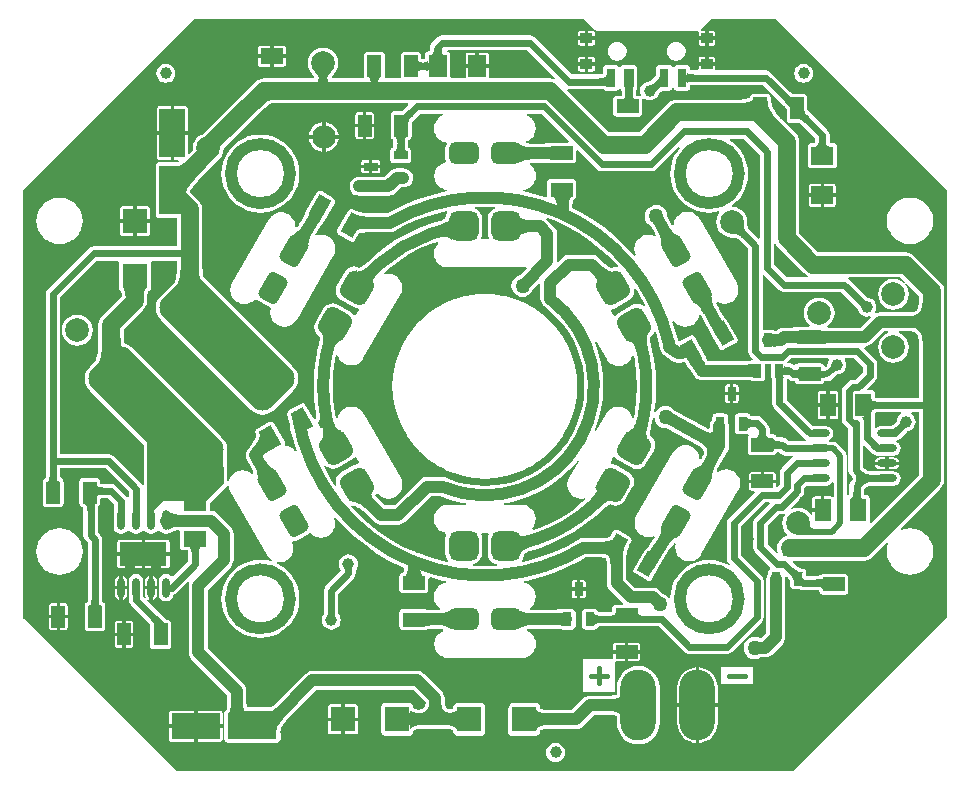
<source format=gbl>
G04 Layer_Physical_Order=2*
G04 Layer_Color=16711680*
%FSLAX44Y44*%
%MOMM*%
G71*
G01*
G75*
%ADD10C,1.0000*%
%ADD11C,1.0000*%
%ADD12R,1.1500X1.8500*%
%ADD15R,1.5500X1.8500*%
%ADD16R,1.3500X1.9500*%
%ADD17R,1.8500X1.1500*%
%ADD18R,0.7500X1.1500*%
%ADD19R,1.1500X0.7500*%
%ADD20R,2.1500X2.1000*%
%ADD21R,4.0000X2.0000*%
%ADD24C,1.5000*%
%ADD26C,0.6000*%
%ADD29C,0.5000*%
%ADD30C,2.0000*%
%ADD31C,2.5000*%
%ADD32C,1.2700*%
%ADD33R,1.8500X1.5500*%
%ADD34R,0.8000X1.6000*%
%ADD35R,0.8300X1.6000*%
%ADD36R,1.0000X0.8500*%
%ADD37O,3.0000X6.0000*%
%ADD38R,1.9500X1.3500*%
%ADD39O,1.7000X0.6000*%
%ADD40R,2.2000X4.1500*%
G04:AMPARAMS|DCode=41|XSize=1.85mm|YSize=1.15mm|CornerRadius=0mm|HoleSize=0mm|Usage=FLASHONLY|Rotation=60.000|XOffset=0mm|YOffset=0mm|HoleType=Round|Shape=Rectangle|*
%AMROTATEDRECTD41*
4,1,4,0.0355,-1.0886,-0.9605,-0.5136,-0.0355,1.0886,0.9605,0.5136,0.0355,-1.0886,0.0*
%
%ADD41ROTATEDRECTD41*%

G04:AMPARAMS|DCode=42|XSize=1.85mm|YSize=1.15mm|CornerRadius=0mm|HoleSize=0mm|Usage=FLASHONLY|Rotation=300.000|XOffset=0mm|YOffset=0mm|HoleType=Round|Shape=Rectangle|*
%AMROTATEDRECTD42*
4,1,4,-0.9605,0.5136,0.0355,1.0886,0.9605,-0.5136,-0.0355,-1.0886,-0.9605,0.5136,0.0*
%
%ADD42ROTATEDRECTD42*%

%ADD43O,0.6000X1.7000*%
%ADD44R,4.1500X2.2000*%
%ADD45R,2.1000X2.1500*%
G04:AMPARAMS|DCode=46|XSize=2.5mm|YSize=2.5mm|CornerRadius=0.625mm|HoleSize=0mm|Usage=FLASHONLY|Rotation=0.000|XOffset=0mm|YOffset=0mm|HoleType=Round|Shape=RoundedRectangle|*
%AMROUNDEDRECTD46*
21,1,2.5000,1.2500,0,0,0.0*
21,1,1.2500,2.5000,0,0,0.0*
1,1,1.2500,0.6250,-0.6250*
1,1,1.2500,-0.6250,-0.6250*
1,1,1.2500,-0.6250,0.6250*
1,1,1.2500,0.6250,0.6250*
%
%ADD46ROUNDEDRECTD46*%
G04:AMPARAMS|DCode=47|XSize=2.5mm|YSize=2.5mm|CornerRadius=0.625mm|HoleSize=0mm|Usage=FLASHONLY|Rotation=60.000|XOffset=0mm|YOffset=0mm|HoleType=Round|Shape=RoundedRectangle|*
%AMROUNDEDRECTD47*
21,1,2.5000,1.2500,0,0,60.0*
21,1,1.2500,2.5000,0,0,60.0*
1,1,1.2500,0.8538,0.2288*
1,1,1.2500,0.2288,-0.8538*
1,1,1.2500,-0.8538,-0.2288*
1,1,1.2500,-0.2288,0.8538*
%
%ADD47ROUNDEDRECTD47*%
G04:AMPARAMS|DCode=48|XSize=2.5mm|YSize=2.5mm|CornerRadius=0.625mm|HoleSize=0mm|Usage=FLASHONLY|Rotation=120.000|XOffset=0mm|YOffset=0mm|HoleType=Round|Shape=RoundedRectangle|*
%AMROUNDEDRECTD48*
21,1,2.5000,1.2500,0,0,120.0*
21,1,1.2500,2.5000,0,0,120.0*
1,1,1.2500,0.2288,0.8538*
1,1,1.2500,0.8538,-0.2288*
1,1,1.2500,-0.2288,-0.8538*
1,1,1.2500,-0.8538,0.2288*
%
%ADD48ROUNDEDRECTD48*%
G04:AMPARAMS|DCode=49|XSize=2.5mm|YSize=1.8mm|CornerRadius=0.45mm|HoleSize=0mm|Usage=FLASHONLY|Rotation=60.000|XOffset=0mm|YOffset=0mm|HoleType=Round|Shape=RoundedRectangle|*
%AMROUNDEDRECTD49*
21,1,2.5000,0.9000,0,0,60.0*
21,1,1.6000,1.8000,0,0,60.0*
1,1,0.9000,0.7897,0.4678*
1,1,0.9000,-0.0103,-0.9178*
1,1,0.9000,-0.7897,-0.4678*
1,1,0.9000,0.0103,0.9178*
%
%ADD49ROUNDEDRECTD49*%
G04:AMPARAMS|DCode=50|XSize=2.5mm|YSize=1.8mm|CornerRadius=0.45mm|HoleSize=0mm|Usage=FLASHONLY|Rotation=0.000|XOffset=0mm|YOffset=0mm|HoleType=Round|Shape=RoundedRectangle|*
%AMROUNDEDRECTD50*
21,1,2.5000,0.9000,0,0,0.0*
21,1,1.6000,1.8000,0,0,0.0*
1,1,0.9000,0.8000,-0.4500*
1,1,0.9000,-0.8000,-0.4500*
1,1,0.9000,-0.8000,0.4500*
1,1,0.9000,0.8000,0.4500*
%
%ADD50ROUNDEDRECTD50*%
G04:AMPARAMS|DCode=51|XSize=2.5mm|YSize=1.8mm|CornerRadius=0.45mm|HoleSize=0mm|Usage=FLASHONLY|Rotation=300.000|XOffset=0mm|YOffset=0mm|HoleType=Round|Shape=RoundedRectangle|*
%AMROUNDEDRECTD51*
21,1,2.5000,0.9000,0,0,300.0*
21,1,1.6000,1.8000,0,0,300.0*
1,1,0.9000,0.0103,-0.9178*
1,1,0.9000,-0.7897,0.4678*
1,1,0.9000,-0.0103,0.9178*
1,1,0.9000,0.7897,-0.4678*
%
%ADD51ROUNDEDRECTD51*%
G04:AMPARAMS|DCode=52|XSize=4.5mm|YSize=13mm|CornerRadius=1.125mm|HoleSize=0mm|Usage=FLASHONLY|Rotation=45.000|XOffset=0mm|YOffset=0mm|HoleType=Round|Shape=RoundedRectangle|*
%AMROUNDEDRECTD52*
21,1,4.5000,10.7500,0,0,45.0*
21,1,2.2500,13.0000,0,0,45.0*
1,1,2.2500,4.5962,-3.0052*
1,1,2.2500,3.0052,-4.5962*
1,1,2.2500,-4.5962,3.0052*
1,1,2.2500,-3.0052,4.5962*
%
%ADD52ROUNDEDRECTD52*%
%ADD53C,0.4000*%
G36*
X390922Y166311D02*
Y-195811D01*
X260811Y-325922D01*
X-260811D01*
X-390922Y-195811D01*
Y165811D01*
X-245811Y310922D01*
X83311D01*
X92116Y302116D01*
X92116Y302116D01*
X92335Y301970D01*
X91780Y300884D01*
X91000Y301039D01*
X87500D01*
Y296250D01*
X93039D01*
Y299000D01*
X92884Y299780D01*
X92442Y300442D01*
X93233Y301370D01*
X93439Y301232D01*
X95000Y300922D01*
X180000D01*
X180000Y300922D01*
X180405Y301002D01*
X181169Y299859D01*
X181116Y299780D01*
X180961Y299000D01*
Y296250D01*
X186500D01*
Y301039D01*
X183558D01*
X183241Y301546D01*
X183077Y302309D01*
X191689Y310922D01*
X246311D01*
X390922Y166311D01*
D02*
G37*
%LPC*%
G36*
X284250Y171539D02*
X276500D01*
X275720Y171384D01*
X275058Y170942D01*
X274616Y170280D01*
X274461Y169500D01*
Y163250D01*
X284250D01*
Y171539D01*
D02*
G37*
G36*
X360000Y159639D02*
X359851Y159609D01*
X359700Y159624D01*
X356466Y159305D01*
X356177Y159218D01*
X355877Y159188D01*
X352767Y158245D01*
X352502Y158103D01*
X352213Y158015D01*
X349347Y156483D01*
X349114Y156292D01*
X348848Y156150D01*
X346336Y154088D01*
X346145Y153855D01*
X345912Y153664D01*
X343850Y151152D01*
X343708Y150886D01*
X343517Y150653D01*
X341985Y147787D01*
X341897Y147498D01*
X341755Y147233D01*
X340812Y144122D01*
X340782Y143823D01*
X340695Y143534D01*
X340376Y140300D01*
X340406Y140000D01*
X340376Y139700D01*
X340695Y136466D01*
X340782Y136177D01*
X340812Y135878D01*
X341755Y132767D01*
X341897Y132502D01*
X341985Y132213D01*
X343517Y129347D01*
X343708Y129114D01*
X343850Y128848D01*
X345912Y126336D01*
X346145Y126145D01*
X346336Y125912D01*
X348848Y123850D01*
X349114Y123708D01*
X349347Y123517D01*
X352213Y121985D01*
X352502Y121897D01*
X352767Y121755D01*
X355877Y120812D01*
X356177Y120782D01*
X356466Y120695D01*
X359700Y120376D01*
X359851Y120391D01*
X360000Y120361D01*
X360149Y120391D01*
X360300Y120376D01*
X363534Y120695D01*
X363823Y120782D01*
X364123Y120812D01*
X367233Y121755D01*
X367498Y121897D01*
X367787Y121985D01*
X370653Y123517D01*
X370886Y123708D01*
X371152Y123850D01*
X373664Y125912D01*
X373855Y126145D01*
X374088Y126336D01*
X376150Y128848D01*
X376292Y129114D01*
X376483Y129347D01*
X378015Y132213D01*
X378103Y132502D01*
X378245Y132767D01*
X379188Y135878D01*
X379218Y136177D01*
X379305Y136466D01*
X379624Y139700D01*
X379594Y140000D01*
X379624Y140300D01*
X379305Y143534D01*
X379218Y143823D01*
X379188Y144122D01*
X378245Y147233D01*
X378103Y147498D01*
X378015Y147787D01*
X376483Y150653D01*
X376292Y150886D01*
X376150Y151152D01*
X374088Y153664D01*
X373855Y153855D01*
X373664Y154088D01*
X371152Y156150D01*
X370886Y156292D01*
X370653Y156483D01*
X367787Y158015D01*
X367498Y158103D01*
X367233Y158245D01*
X364123Y159188D01*
X363823Y159218D01*
X363534Y159305D01*
X360300Y159624D01*
X360149Y159609D01*
X360000Y159639D01*
D02*
G37*
G36*
X295000Y171539D02*
X287250D01*
Y163250D01*
X297039D01*
Y169500D01*
X296884Y170280D01*
X296442Y170942D01*
X295780Y171384D01*
X295000Y171539D01*
D02*
G37*
G36*
X-266000Y212750D02*
X-277539D01*
Y193500D01*
X-277384Y192720D01*
X-276942Y192058D01*
X-276280Y191616D01*
X-275500Y191461D01*
X-266000D01*
Y212750D01*
D02*
G37*
G36*
X-115500Y-142431D02*
X-117588Y-142706D01*
X-119535Y-143512D01*
X-121206Y-144794D01*
X-122488Y-146466D01*
X-123294Y-148412D01*
X-123569Y-150500D01*
X-123294Y-152588D01*
X-122488Y-154535D01*
X-121661Y-155612D01*
X-121636Y-155984D01*
X-134326Y-168674D01*
X-135652Y-170659D01*
X-136117Y-173000D01*
Y-192522D01*
X-136154Y-192878D01*
X-136988Y-193965D01*
X-137794Y-195912D01*
X-138069Y-198000D01*
X-137794Y-200088D01*
X-136988Y-202034D01*
X-135706Y-203706D01*
X-134035Y-204988D01*
X-132088Y-205794D01*
X-130000Y-206069D01*
X-127912Y-205794D01*
X-125965Y-204988D01*
X-124294Y-203706D01*
X-123012Y-202034D01*
X-122206Y-200088D01*
X-121931Y-198000D01*
X-122206Y-195912D01*
X-123012Y-193965D01*
X-123839Y-192888D01*
X-123883Y-192250D01*
Y-175534D01*
X-111174Y-162826D01*
X-109848Y-160841D01*
X-109382Y-158500D01*
Y-155978D01*
X-109346Y-155622D01*
X-108512Y-154535D01*
X-107706Y-152588D01*
X-107431Y-150500D01*
X-107706Y-148412D01*
X-108512Y-146466D01*
X-109794Y-144794D01*
X-111466Y-143512D01*
X-113412Y-142706D01*
X-115500Y-142431D01*
D02*
G37*
G36*
X-362500Y-183711D02*
X-366750D01*
X-367530Y-183866D01*
X-368192Y-184308D01*
X-368634Y-184970D01*
X-368789Y-185750D01*
Y-193500D01*
X-362500D01*
Y-183711D01*
D02*
G37*
G36*
X-355250D02*
X-359500D01*
Y-193500D01*
X-353211D01*
Y-185750D01*
X-353366Y-184970D01*
X-353808Y-184308D01*
X-354470Y-183866D01*
X-355250Y-183711D01*
D02*
G37*
G36*
X284250Y160250D02*
X274461D01*
Y154000D01*
X274616Y153220D01*
X275058Y152558D01*
X275720Y152116D01*
X276500Y151961D01*
X284250D01*
Y160250D01*
D02*
G37*
G36*
X-360000Y159639D02*
X-360149Y159609D01*
X-360300Y159624D01*
X-363534Y159305D01*
X-363823Y159218D01*
X-364123Y159188D01*
X-367233Y158245D01*
X-367498Y158103D01*
X-367787Y158015D01*
X-370653Y156483D01*
X-370886Y156292D01*
X-371152Y156150D01*
X-373664Y154088D01*
X-373855Y153855D01*
X-374088Y153664D01*
X-376150Y151152D01*
X-376292Y150886D01*
X-376483Y150653D01*
X-378015Y147787D01*
X-378103Y147498D01*
X-378245Y147233D01*
X-379188Y144122D01*
X-379218Y143823D01*
X-379305Y143534D01*
X-379624Y140300D01*
X-379594Y140000D01*
X-379624Y139700D01*
X-379305Y136466D01*
X-379218Y136177D01*
X-379188Y135878D01*
X-378245Y132767D01*
X-378103Y132502D01*
X-378015Y132213D01*
X-376483Y129347D01*
X-376292Y129114D01*
X-376150Y128848D01*
X-374088Y126336D01*
X-373855Y126145D01*
X-373664Y125912D01*
X-371152Y123850D01*
X-370886Y123708D01*
X-370653Y123517D01*
X-367787Y121985D01*
X-367498Y121897D01*
X-367233Y121755D01*
X-364123Y120812D01*
X-363823Y120782D01*
X-363534Y120695D01*
X-360300Y120376D01*
X-360149Y120391D01*
X-360000Y120361D01*
X-359851Y120391D01*
X-359700Y120376D01*
X-356466Y120695D01*
X-356177Y120782D01*
X-355877Y120812D01*
X-352767Y121755D01*
X-352502Y121897D01*
X-352213Y121985D01*
X-349347Y123517D01*
X-349114Y123708D01*
X-348848Y123850D01*
X-346336Y125912D01*
X-346145Y126145D01*
X-345912Y126336D01*
X-343850Y128848D01*
X-343708Y129114D01*
X-343517Y129347D01*
X-341985Y132213D01*
X-341897Y132502D01*
X-341755Y132767D01*
X-340812Y135878D01*
X-340782Y136177D01*
X-340695Y136466D01*
X-340376Y139700D01*
X-340406Y140000D01*
X-340376Y140300D01*
X-340695Y143534D01*
X-340782Y143823D01*
X-340812Y144122D01*
X-341755Y147233D01*
X-341897Y147498D01*
X-341985Y147787D01*
X-343517Y150653D01*
X-343708Y150886D01*
X-343850Y151152D01*
X-345912Y153664D01*
X-346145Y153855D01*
X-346336Y154088D01*
X-348848Y156150D01*
X-349114Y156292D01*
X-349347Y156483D01*
X-352213Y158015D01*
X-352502Y158103D01*
X-352767Y158245D01*
X-355877Y159188D01*
X-356177Y159218D01*
X-356466Y159305D01*
X-359700Y159624D01*
X-359851Y159609D01*
X-360000Y159639D01*
D02*
G37*
G36*
X297039Y160250D02*
X287250D01*
Y151961D01*
X295000D01*
X295780Y152116D01*
X296442Y152558D01*
X296884Y153220D01*
X297039Y154000D01*
Y160250D01*
D02*
G37*
G36*
X-353211Y-196500D02*
X-359500D01*
Y-206289D01*
X-355250D01*
X-354470Y-206134D01*
X-353808Y-205692D01*
X-353366Y-205030D01*
X-353211Y-204250D01*
Y-196500D01*
D02*
G37*
G36*
X118500Y-217211D02*
X110750D01*
X109970Y-217366D01*
X109308Y-217808D01*
X108866Y-218470D01*
X108711Y-219250D01*
Y-223500D01*
X118500D01*
Y-217211D01*
D02*
G37*
G36*
X129250D02*
X121500D01*
Y-223500D01*
X131289D01*
Y-219250D01*
X131134Y-218470D01*
X130692Y-217808D01*
X130030Y-217366D01*
X129250Y-217211D01*
D02*
G37*
G36*
X131289Y-226500D02*
X121500D01*
Y-232789D01*
X129250D01*
X130030Y-232634D01*
X130692Y-232192D01*
X131134Y-231530D01*
X131289Y-230750D01*
Y-226500D01*
D02*
G37*
G36*
X118500D02*
X108711D01*
Y-230750D01*
X108228Y-231339D01*
X83000D01*
Y-258668D01*
X110329D01*
Y-233135D01*
X110750Y-232789D01*
X118500D01*
Y-226500D01*
D02*
G37*
G36*
X227329Y-238003D02*
X200000D01*
Y-252003D01*
X227329D01*
Y-238003D01*
D02*
G37*
G36*
X-299750Y-198711D02*
X-304000D01*
Y-208500D01*
X-297711D01*
Y-200750D01*
X-297866Y-199970D01*
X-298308Y-199308D01*
X-298970Y-198866D01*
X-299750Y-198711D01*
D02*
G37*
G36*
X-362500Y-196500D02*
X-368789D01*
Y-204250D01*
X-368634Y-205030D01*
X-368192Y-205692D01*
X-367530Y-206134D01*
X-366750Y-206289D01*
X-362500D01*
Y-196500D01*
D02*
G37*
G36*
X-307000Y-198711D02*
X-311250D01*
X-312030Y-198866D01*
X-312692Y-199308D01*
X-313134Y-199970D01*
X-313289Y-200750D01*
Y-208500D01*
X-307000D01*
Y-198711D01*
D02*
G37*
G36*
Y-211500D02*
X-313289D01*
Y-219250D01*
X-313134Y-220030D01*
X-312692Y-220692D01*
X-312030Y-221134D01*
X-311250Y-221289D01*
X-307000D01*
Y-211500D01*
D02*
G37*
G36*
X-297711D02*
X-304000D01*
Y-221289D01*
X-299750D01*
X-298970Y-221134D01*
X-298308Y-220692D01*
X-297866Y-220030D01*
X-297711Y-219250D01*
Y-211500D01*
D02*
G37*
G36*
X-309550Y-160200D02*
X-310001Y-160290D01*
X-311655Y-161395D01*
X-312760Y-163049D01*
X-313148Y-165000D01*
Y-169000D01*
X-309550D01*
Y-160200D01*
D02*
G37*
G36*
X-306550D02*
Y-169000D01*
X-302952D01*
Y-165000D01*
X-303340Y-163049D01*
X-304445Y-161395D01*
X-306099Y-160290D01*
X-306550Y-160200D01*
D02*
G37*
G36*
X-281150Y-160200D02*
Y-169000D01*
X-277552D01*
Y-165000D01*
X-277940Y-163049D01*
X-279045Y-161395D01*
X-280699Y-160290D01*
X-281150Y-160200D01*
D02*
G37*
G36*
X83250Y-163961D02*
X81000D01*
Y-170250D01*
X85289D01*
Y-166000D01*
X85134Y-165220D01*
X84692Y-164558D01*
X84030Y-164116D01*
X83250Y-163961D01*
D02*
G37*
G36*
X-284150Y-160200D02*
X-284601Y-160290D01*
X-286255Y-161395D01*
X-287360Y-163049D01*
X-287748Y-165000D01*
Y-169000D01*
X-284150D01*
Y-160200D01*
D02*
G37*
G36*
X-269000Y-129961D02*
X-287500D01*
Y-140500D01*
X-266961D01*
Y-132000D01*
X-267116Y-131220D01*
X-267558Y-130558D01*
X-268220Y-130116D01*
X-269000Y-129961D01*
D02*
G37*
G36*
X-360000Y-120361D02*
X-360149Y-120391D01*
X-360300Y-120376D01*
X-363534Y-120695D01*
X-363823Y-120782D01*
X-364123Y-120812D01*
X-367233Y-121755D01*
X-367498Y-121897D01*
X-367787Y-121985D01*
X-370653Y-123517D01*
X-370886Y-123708D01*
X-371152Y-123850D01*
X-373664Y-125912D01*
X-373855Y-126145D01*
X-374088Y-126336D01*
X-376150Y-128848D01*
X-376292Y-129114D01*
X-376483Y-129347D01*
X-378015Y-132213D01*
X-378103Y-132502D01*
X-378245Y-132767D01*
X-379188Y-135878D01*
X-379218Y-136177D01*
X-379305Y-136466D01*
X-379624Y-139700D01*
X-379594Y-140000D01*
X-379624Y-140300D01*
X-379305Y-143534D01*
X-379218Y-143823D01*
X-379188Y-144122D01*
X-378245Y-147233D01*
X-378103Y-147498D01*
X-378015Y-147787D01*
X-376483Y-150653D01*
X-376292Y-150886D01*
X-376150Y-151152D01*
X-374088Y-153664D01*
X-373855Y-153855D01*
X-373664Y-154088D01*
X-371152Y-156150D01*
X-370886Y-156292D01*
X-370653Y-156483D01*
X-367787Y-158015D01*
X-367498Y-158103D01*
X-367233Y-158245D01*
X-364123Y-159188D01*
X-363823Y-159218D01*
X-363534Y-159305D01*
X-360300Y-159624D01*
X-360149Y-159609D01*
X-360000Y-159639D01*
X-359851Y-159609D01*
X-359700Y-159624D01*
X-356466Y-159305D01*
X-356177Y-159218D01*
X-355877Y-159188D01*
X-352767Y-158245D01*
X-352502Y-158103D01*
X-352213Y-158015D01*
X-349347Y-156483D01*
X-349114Y-156292D01*
X-348848Y-156150D01*
X-346336Y-154088D01*
X-346145Y-153855D01*
X-345912Y-153664D01*
X-343850Y-151152D01*
X-343708Y-150886D01*
X-343517Y-150653D01*
X-341985Y-147787D01*
X-341897Y-147498D01*
X-341755Y-147233D01*
X-340812Y-144122D01*
X-340782Y-143823D01*
X-340695Y-143534D01*
X-340376Y-140300D01*
X-340406Y-140000D01*
X-340376Y-139700D01*
X-340695Y-136466D01*
X-340782Y-136177D01*
X-340812Y-135878D01*
X-341755Y-132767D01*
X-341897Y-132502D01*
X-341985Y-132213D01*
X-343517Y-129347D01*
X-343708Y-129114D01*
X-343850Y-128848D01*
X-345912Y-126336D01*
X-346145Y-126145D01*
X-346336Y-125912D01*
X-348848Y-123850D01*
X-349114Y-123708D01*
X-349347Y-123517D01*
X-352213Y-121985D01*
X-352502Y-121897D01*
X-352767Y-121755D01*
X-355877Y-120812D01*
X-356177Y-120782D01*
X-356466Y-120695D01*
X-359700Y-120376D01*
X-359851Y-120391D01*
X-360000Y-120361D01*
D02*
G37*
G36*
X-290500Y-129961D02*
X-309000D01*
X-309780Y-130116D01*
X-310442Y-130558D01*
X-310884Y-131220D01*
X-311039Y-132000D01*
Y-140500D01*
X-290500D01*
Y-129961D01*
D02*
G37*
G36*
Y-143500D02*
X-311039D01*
Y-152000D01*
X-310884Y-152780D01*
X-310442Y-153442D01*
X-309780Y-153884D01*
X-309000Y-154039D01*
X-290500D01*
Y-143500D01*
D02*
G37*
G36*
X-266961D02*
X-287500D01*
Y-154039D01*
X-269000D01*
X-268220Y-153884D01*
X-267558Y-153442D01*
X-267116Y-152780D01*
X-266961Y-152000D01*
Y-143500D01*
D02*
G37*
G36*
X78000Y-163961D02*
X75750D01*
X74970Y-164116D01*
X74308Y-164558D01*
X73866Y-165220D01*
X73711Y-166000D01*
Y-170250D01*
X78000D01*
Y-163961D01*
D02*
G37*
G36*
X-277552Y-172000D02*
X-281150D01*
Y-180800D01*
X-280699Y-180710D01*
X-279045Y-179605D01*
X-277940Y-177951D01*
X-277552Y-176000D01*
Y-172000D01*
D02*
G37*
G36*
X-283461Y138250D02*
X-294750D01*
Y127211D01*
X-285500D01*
X-284720Y127366D01*
X-284058Y127808D01*
X-283616Y128470D01*
X-283461Y129250D01*
Y138250D01*
D02*
G37*
G36*
X-295350Y-158883D02*
X-297691Y-159348D01*
X-299676Y-160674D01*
X-301002Y-162659D01*
X-301468Y-165000D01*
Y-170500D01*
Y-180650D01*
X-301002Y-182991D01*
X-299676Y-184976D01*
X-284091Y-200560D01*
X-283783Y-200897D01*
X-283309Y-201475D01*
Y-219250D01*
X-283076Y-220420D01*
X-282413Y-221413D01*
X-281420Y-222076D01*
X-280250Y-222309D01*
X-268750D01*
X-267579Y-222076D01*
X-266587Y-221413D01*
X-265924Y-220420D01*
X-265691Y-219250D01*
Y-200750D01*
X-265821Y-200097D01*
X-265828Y-199994D01*
X-265851Y-199947D01*
X-265924Y-199580D01*
X-266332Y-198968D01*
X-266355Y-198923D01*
X-266374Y-198906D01*
X-266587Y-198587D01*
X-267213Y-198169D01*
X-267251Y-198135D01*
X-267276Y-198127D01*
X-267579Y-197924D01*
X-268283Y-197784D01*
X-268381Y-197751D01*
X-268565Y-197726D01*
X-268656Y-197696D01*
X-268999Y-197527D01*
X-269525Y-197206D01*
X-270128Y-196782D01*
X-273543Y-193806D01*
X-286139Y-181210D01*
X-285329Y-180223D01*
X-284601Y-180710D01*
X-284150Y-180800D01*
Y-172000D01*
X-287748D01*
Y-176000D01*
X-287360Y-177951D01*
X-286873Y-178679D01*
X-287859Y-179489D01*
X-289233Y-178116D01*
Y-170500D01*
Y-165000D01*
X-289698Y-162659D01*
X-291024Y-160674D01*
X-293009Y-159348D01*
X-295350Y-158883D01*
D02*
G37*
G36*
X-285500Y152289D02*
X-294750D01*
Y141250D01*
X-283461D01*
Y150250D01*
X-283616Y151030D01*
X-284058Y151692D01*
X-284720Y152134D01*
X-285500Y152289D01*
D02*
G37*
G36*
X-297750D02*
X-307000D01*
X-307780Y152134D01*
X-308442Y151692D01*
X-308884Y151030D01*
X-309039Y150250D01*
Y141250D01*
X-297750D01*
Y152289D01*
D02*
G37*
G36*
X78000Y-173250D02*
X73711D01*
Y-177500D01*
X73866Y-178280D01*
X74308Y-178942D01*
X74970Y-179384D01*
X75750Y-179539D01*
X78000D01*
Y-173250D01*
D02*
G37*
G36*
X85289D02*
X81000D01*
Y-179539D01*
X83250D01*
X84030Y-179384D01*
X84692Y-178942D01*
X85134Y-178280D01*
X85289Y-177500D01*
Y-173250D01*
D02*
G37*
G36*
X-302952Y-172000D02*
X-306550D01*
Y-180800D01*
X-306099Y-180710D01*
X-304445Y-179605D01*
X-303340Y-177951D01*
X-302952Y-176000D01*
Y-172000D01*
D02*
G37*
G36*
X-297750Y138250D02*
X-309039D01*
Y129250D01*
X-308884Y128470D01*
X-308442Y127808D01*
X-307780Y127366D01*
X-307000Y127211D01*
X-297750D01*
Y138250D01*
D02*
G37*
G36*
X-309550Y-172000D02*
X-313148D01*
Y-176000D01*
X-312760Y-177951D01*
X-311655Y-179605D01*
X-310001Y-180710D01*
X-309550Y-180800D01*
Y-172000D01*
D02*
G37*
G36*
X178500Y-271500D02*
X162918D01*
Y-285000D01*
X163246Y-288333D01*
X164218Y-291537D01*
X165797Y-294490D01*
X167921Y-297079D01*
X170510Y-299203D01*
X173463Y-300782D01*
X176667Y-301754D01*
X178500Y-301935D01*
Y-271500D01*
D02*
G37*
G36*
X197082D02*
X181500D01*
Y-301935D01*
X183333Y-301754D01*
X186537Y-300782D01*
X189490Y-299203D01*
X192079Y-297079D01*
X194203Y-294490D01*
X195782Y-291537D01*
X196754Y-288333D01*
X197082Y-285000D01*
Y-271500D01*
D02*
G37*
G36*
X-246250Y-289250D02*
X-267539D01*
Y-298750D01*
X-267384Y-299530D01*
X-266942Y-300192D01*
X-266280Y-300634D01*
X-265500Y-300789D01*
X-246250D01*
Y-289250D01*
D02*
G37*
G36*
X84500Y279039D02*
X81000D01*
X80220Y278884D01*
X79558Y278442D01*
X79116Y277780D01*
X78961Y277000D01*
Y274250D01*
X84500D01*
Y279039D01*
D02*
G37*
G36*
X193000Y279039D02*
X189500D01*
Y274250D01*
X195039D01*
Y277000D01*
X194884Y277780D01*
X194442Y278442D01*
X193780Y278884D01*
X193000Y279039D01*
D02*
G37*
G36*
X186500D02*
X183000D01*
X182220Y278884D01*
X181558Y278442D01*
X181116Y277780D01*
X180961Y277000D01*
Y274250D01*
X186500D01*
Y279039D01*
D02*
G37*
G36*
X84500Y271250D02*
X78961D01*
Y268500D01*
X79116Y267720D01*
X79558Y267058D01*
X80220Y266616D01*
X81000Y266461D01*
X84500D01*
Y271250D01*
D02*
G37*
G36*
X-221961Y-289250D02*
X-243250D01*
Y-300789D01*
X-224000D01*
X-223220Y-300634D01*
X-222558Y-300192D01*
X-222116Y-299530D01*
X-221961Y-298750D01*
Y-289250D01*
D02*
G37*
G36*
X270000Y273069D02*
X267912Y272794D01*
X265965Y271988D01*
X264294Y270706D01*
X263012Y269035D01*
X262206Y267088D01*
X261931Y265000D01*
X262206Y262912D01*
X263012Y260965D01*
X264294Y259294D01*
X265965Y258012D01*
X267912Y257206D01*
X270000Y256931D01*
X272088Y257206D01*
X274035Y258012D01*
X275706Y259294D01*
X276988Y260965D01*
X277794Y262912D01*
X278069Y265000D01*
X277794Y267088D01*
X276988Y269035D01*
X275706Y270706D01*
X274035Y271988D01*
X272088Y272794D01*
X270000Y273069D01*
D02*
G37*
G36*
X-168461Y278000D02*
X-178750D01*
Y270711D01*
X-170500D01*
X-169720Y270866D01*
X-169058Y271308D01*
X-168616Y271970D01*
X-168461Y272750D01*
Y278000D01*
D02*
G37*
G36*
X-181750D02*
X-192039D01*
Y272750D01*
X-191884Y271970D01*
X-191442Y271308D01*
X-190780Y270866D01*
X-190000Y270711D01*
X-181750D01*
Y278000D01*
D02*
G37*
G36*
X93039Y271250D02*
X87500D01*
Y266461D01*
X91000D01*
X91780Y266616D01*
X92442Y267058D01*
X92884Y267720D01*
X93039Y268500D01*
Y271250D01*
D02*
G37*
G36*
X91000Y279039D02*
X87500D01*
Y274250D01*
X93039D01*
Y277000D01*
X92884Y277780D01*
X92442Y278442D01*
X91780Y278884D01*
X91000Y279039D01*
D02*
G37*
G36*
X186500Y293250D02*
X180961D01*
Y290500D01*
X181116Y289720D01*
X181558Y289058D01*
X182220Y288616D01*
X183000Y288461D01*
X186500D01*
Y293250D01*
D02*
G37*
G36*
X93039Y293250D02*
X87500D01*
Y288461D01*
X91000D01*
X91780Y288616D01*
X92442Y289058D01*
X92884Y289720D01*
X93039Y290500D01*
Y293250D01*
D02*
G37*
G36*
X84500D02*
X78961D01*
Y290500D01*
X79116Y289720D01*
X79558Y289058D01*
X80220Y288616D01*
X81000Y288461D01*
X84500D01*
Y293250D01*
D02*
G37*
G36*
X193000Y301039D02*
X189500D01*
Y296250D01*
X195039D01*
Y299000D01*
X194884Y299780D01*
X194442Y300442D01*
X193780Y300884D01*
X193000Y301039D01*
D02*
G37*
G36*
X84500Y301039D02*
X81000D01*
X80220Y300884D01*
X79558Y300442D01*
X79116Y299780D01*
X78961Y299000D01*
Y296250D01*
X84500D01*
Y301039D01*
D02*
G37*
G36*
X195039Y293250D02*
X189500D01*
Y288461D01*
X193000D01*
X193780Y288616D01*
X194442Y289058D01*
X194884Y289720D01*
X195039Y290500D01*
Y293250D01*
D02*
G37*
G36*
X38000Y297118D02*
X-36000D01*
X-38341Y296652D01*
X-40326Y295326D01*
X-44326Y291326D01*
X-45652Y289341D01*
X-46118Y287000D01*
Y285127D01*
X-46157Y284680D01*
X-46263Y284039D01*
X-46385Y283584D01*
X-46395Y283559D01*
X-47750D01*
X-48920Y283326D01*
X-49913Y282663D01*
X-50576Y281670D01*
X-50809Y280500D01*
Y277395D01*
X-50834Y277385D01*
X-51289Y277263D01*
X-51930Y277157D01*
X-52250Y277129D01*
X-52570Y277157D01*
X-53211Y277263D01*
X-53666Y277385D01*
X-53691Y277395D01*
Y280250D01*
X-53924Y281420D01*
X-54587Y282413D01*
X-55580Y283076D01*
X-56750Y283309D01*
X-68250D01*
X-69420Y283076D01*
X-70413Y282413D01*
X-71076Y281420D01*
X-71309Y280250D01*
Y261750D01*
X-71281Y261612D01*
X-72087Y260631D01*
X-83684D01*
X-83695Y260634D01*
X-84691Y261750D01*
Y280250D01*
X-84924Y281420D01*
X-85587Y282413D01*
X-86579Y283076D01*
X-87750Y283309D01*
X-99250D01*
X-100421Y283076D01*
X-101413Y282413D01*
X-102076Y281420D01*
X-102309Y280250D01*
Y261750D01*
X-103305Y260634D01*
X-103316Y260631D01*
X-128986D01*
X-129417Y261083D01*
X-129720Y261901D01*
X-129514Y262228D01*
X-129041Y262867D01*
X-128490Y263517D01*
X-128021Y264003D01*
X-127728Y264228D01*
X-125645Y266944D01*
X-124335Y270106D01*
X-123888Y273500D01*
X-124335Y276894D01*
X-125645Y280056D01*
X-127728Y282772D01*
X-130444Y284855D01*
X-133606Y286165D01*
X-137000Y286612D01*
X-140394Y286165D01*
X-143556Y284855D01*
X-146272Y282772D01*
X-148356Y280056D01*
X-149665Y276894D01*
X-150112Y273500D01*
X-149665Y270106D01*
X-148356Y266944D01*
X-146272Y264228D01*
X-145979Y264003D01*
X-145510Y263517D01*
X-144959Y262867D01*
X-144486Y262228D01*
X-144279Y261901D01*
X-144583Y261083D01*
X-145014Y260631D01*
X-186960D01*
X-186960Y260631D01*
X-189701Y260270D01*
X-192255Y259212D01*
X-194449Y257529D01*
X-194449Y257529D01*
X-238108Y213870D01*
X-240556Y212855D01*
X-243272Y210772D01*
X-245355Y208056D01*
X-246665Y204894D01*
X-247112Y201500D01*
X-246922Y200055D01*
X-247865Y199113D01*
X-250296Y196837D01*
X-251461Y197342D01*
Y212750D01*
X-263000D01*
Y191461D01*
X-259911D01*
X-259266Y190191D01*
X-259363Y190059D01*
X-275500D01*
X-276670Y189826D01*
X-277663Y189163D01*
X-278326Y188171D01*
X-278559Y187000D01*
Y145500D01*
X-278326Y144330D01*
X-277663Y143337D01*
X-276670Y142674D01*
X-275500Y142441D01*
X-260591D01*
Y118617D01*
X-330750D01*
X-333091Y118152D01*
X-335076Y116826D01*
X-369826Y82076D01*
X-371152Y80091D01*
X-371618Y77750D01*
Y-63500D01*
Y-76196D01*
X-371649Y-76592D01*
X-371749Y-77251D01*
X-371865Y-77726D01*
X-371899Y-77820D01*
X-372421Y-77924D01*
X-372695Y-78108D01*
X-372706Y-78111D01*
X-372726Y-78128D01*
X-373413Y-78587D01*
X-373606Y-78877D01*
X-373615Y-78884D01*
X-373627Y-78908D01*
X-374076Y-79580D01*
X-374142Y-79914D01*
X-374159Y-79946D01*
X-374166Y-80033D01*
X-374309Y-80750D01*
Y-99250D01*
X-374076Y-100421D01*
X-373413Y-101413D01*
X-372421Y-102076D01*
X-371250Y-102309D01*
X-359750D01*
X-358579Y-102076D01*
X-357587Y-101413D01*
X-356924Y-100421D01*
X-356691Y-99250D01*
Y-80750D01*
X-356834Y-80033D01*
X-356841Y-79946D01*
X-356858Y-79914D01*
X-356924Y-79580D01*
X-357373Y-78908D01*
X-357385Y-78884D01*
X-357393Y-78877D01*
X-357587Y-78587D01*
X-358274Y-78128D01*
X-358294Y-78111D01*
X-358305Y-78108D01*
X-358579Y-77924D01*
X-359101Y-77820D01*
X-359136Y-77726D01*
X-359251Y-77251D01*
X-359351Y-76592D01*
X-359383Y-76196D01*
Y-69618D01*
X-321034D01*
X-301468Y-89184D01*
Y-93716D01*
X-302738Y-94101D01*
X-303724Y-92624D01*
X-311924Y-84424D01*
X-313909Y-83098D01*
X-316250Y-82632D01*
X-324123D01*
X-324570Y-82593D01*
X-325211Y-82487D01*
X-325667Y-82365D01*
X-325691Y-82355D01*
Y-80750D01*
X-325924Y-79580D01*
X-326587Y-78587D01*
X-327579Y-77924D01*
X-328750Y-77691D01*
X-340250D01*
X-341421Y-77924D01*
X-342413Y-78587D01*
X-343076Y-79580D01*
X-343309Y-80750D01*
Y-99250D01*
X-343076Y-100421D01*
X-342413Y-101413D01*
X-341421Y-102076D01*
X-340250Y-102309D01*
X-340154D01*
X-340134Y-102357D01*
X-340013Y-102808D01*
X-339907Y-103443D01*
X-339868Y-103885D01*
Y-126250D01*
X-339402Y-128591D01*
X-338076Y-130576D01*
X-336118Y-132534D01*
Y-181196D01*
X-336149Y-181593D01*
X-336249Y-182251D01*
X-336365Y-182726D01*
X-336399Y-182820D01*
X-336921Y-182924D01*
X-337195Y-183108D01*
X-337206Y-183111D01*
X-337226Y-183128D01*
X-337913Y-183587D01*
X-338106Y-183877D01*
X-338115Y-183884D01*
X-338127Y-183908D01*
X-338576Y-184580D01*
X-338643Y-184914D01*
X-338659Y-184946D01*
X-338666Y-185033D01*
X-338809Y-185750D01*
Y-204250D01*
X-338576Y-205420D01*
X-337913Y-206413D01*
X-336921Y-207076D01*
X-335750Y-207309D01*
X-324250D01*
X-323079Y-207076D01*
X-322087Y-206413D01*
X-321424Y-205420D01*
X-321191Y-204250D01*
Y-185750D01*
X-321334Y-185033D01*
X-321341Y-184946D01*
X-321357Y-184914D01*
X-321424Y-184580D01*
X-321873Y-183908D01*
X-321885Y-183884D01*
X-321894Y-183877D01*
X-322087Y-183587D01*
X-322774Y-183128D01*
X-322794Y-183111D01*
X-322805Y-183108D01*
X-323079Y-182924D01*
X-323601Y-182820D01*
X-323635Y-182726D01*
X-323751Y-182251D01*
X-323851Y-181593D01*
X-323882Y-181196D01*
Y-130000D01*
X-324348Y-127659D01*
X-325674Y-125674D01*
X-327632Y-123716D01*
Y-103659D01*
X-327619Y-103279D01*
X-327543Y-102590D01*
X-327446Y-102040D01*
X-327429Y-101975D01*
X-327223Y-101838D01*
X-327179Y-101822D01*
X-327129Y-101775D01*
X-326587Y-101413D01*
X-326339Y-101042D01*
X-326305Y-101010D01*
X-326276Y-100947D01*
X-325924Y-100421D01*
X-325839Y-99995D01*
X-325807Y-99925D01*
X-325803Y-99812D01*
X-325691Y-99250D01*
Y-95145D01*
X-325667Y-95135D01*
X-325211Y-95013D01*
X-324570Y-94907D01*
X-324123Y-94867D01*
X-318784D01*
X-314168Y-99484D01*
Y-108000D01*
Y-119000D01*
X-313702Y-121341D01*
X-312376Y-123326D01*
X-310391Y-124652D01*
X-308050Y-125118D01*
X-305709Y-124652D01*
X-303724Y-123326D01*
X-302398Y-121341D01*
X-302348Y-121086D01*
X-301053D01*
X-301002Y-121341D01*
X-299676Y-123326D01*
X-297691Y-124652D01*
X-295350Y-125118D01*
X-293009Y-124652D01*
X-291024Y-123326D01*
X-289698Y-121341D01*
X-289648Y-121086D01*
X-288353D01*
X-288302Y-121341D01*
X-286976Y-123326D01*
X-284991Y-124652D01*
X-282650Y-125118D01*
X-280309Y-124652D01*
X-278324Y-123326D01*
X-276998Y-121341D01*
X-276947Y-121086D01*
X-275653D01*
X-275602Y-121341D01*
X-274276Y-123326D01*
X-272291Y-124652D01*
X-269950Y-125118D01*
X-267609Y-124652D01*
X-266956Y-124216D01*
X-266717Y-124113D01*
X-266068Y-123665D01*
X-265459Y-123327D01*
X-264752Y-123011D01*
X-263944Y-122724D01*
X-263032Y-122472D01*
X-262018Y-122258D01*
X-260936Y-122092D01*
X-259246Y-121957D01*
X-258971Y-122083D01*
X-258084Y-123034D01*
X-258059Y-123150D01*
Y-136000D01*
X-257826Y-137171D01*
X-257163Y-138163D01*
X-256171Y-138826D01*
X-255000Y-139059D01*
X-251654D01*
X-251634Y-139108D01*
X-251513Y-139558D01*
X-251407Y-140193D01*
X-251367Y-140636D01*
Y-147966D01*
X-264296Y-160895D01*
X-265560Y-160770D01*
X-265624Y-160674D01*
X-267609Y-159348D01*
X-269950Y-158883D01*
X-272291Y-159348D01*
X-274276Y-160674D01*
X-275602Y-162659D01*
X-276068Y-165000D01*
Y-176000D01*
X-275602Y-178341D01*
X-274276Y-180326D01*
X-272291Y-181652D01*
X-269950Y-182118D01*
X-267609Y-181652D01*
X-265624Y-180326D01*
X-264298Y-178341D01*
X-263902Y-176349D01*
X-262909Y-176152D01*
X-260924Y-174826D01*
X-251147Y-165049D01*
X-250070Y-165768D01*
X-250544Y-166912D01*
X-250819Y-169000D01*
Y-225250D01*
X-250544Y-227338D01*
X-249738Y-229284D01*
X-248456Y-230956D01*
X-218069Y-261342D01*
Y-267551D01*
X-218082Y-268569D01*
X-218268Y-271587D01*
X-218413Y-272678D01*
X-218587Y-273537D01*
X-218712Y-273951D01*
X-219137Y-274236D01*
X-219201Y-274263D01*
X-219244Y-274307D01*
X-219663Y-274587D01*
X-219985Y-275069D01*
X-220034Y-275119D01*
X-220056Y-275176D01*
X-220326Y-275579D01*
X-220435Y-276127D01*
X-220475Y-276228D01*
X-220474Y-276322D01*
X-220559Y-276750D01*
Y-298750D01*
X-220326Y-299921D01*
X-219663Y-300913D01*
X-218671Y-301576D01*
X-217500Y-301809D01*
X-176000D01*
X-174830Y-301576D01*
X-173837Y-300913D01*
X-173174Y-299921D01*
X-172941Y-298750D01*
Y-289563D01*
X-172254Y-288284D01*
X-171200Y-286686D01*
X-165712Y-280177D01*
X-163773Y-278185D01*
X-142658Y-257069D01*
X-60342D01*
X-50080Y-267331D01*
X-50145Y-268552D01*
X-50373Y-269847D01*
X-50718Y-270882D01*
X-51154Y-271691D01*
X-51674Y-272326D01*
X-52309Y-272846D01*
X-53118Y-273282D01*
X-54153Y-273627D01*
X-55448Y-273855D01*
X-55614Y-273864D01*
X-56759Y-273763D01*
X-58000Y-273557D01*
X-58975Y-273295D01*
X-59674Y-273010D01*
X-60106Y-272747D01*
X-60318Y-272550D01*
X-60407Y-272418D01*
X-60441Y-272320D01*
Y-271250D01*
X-60674Y-270079D01*
X-61337Y-269087D01*
X-62330Y-268424D01*
X-63500Y-268191D01*
X-84500D01*
X-85670Y-268424D01*
X-86663Y-269087D01*
X-87326Y-270079D01*
X-87559Y-271250D01*
Y-292750D01*
X-87326Y-293920D01*
X-86663Y-294913D01*
X-85670Y-295576D01*
X-84500Y-295809D01*
X-63500D01*
X-62330Y-295576D01*
X-61337Y-294913D01*
X-60674Y-293920D01*
X-60441Y-292750D01*
Y-291679D01*
X-60407Y-291582D01*
X-60318Y-291450D01*
X-60106Y-291253D01*
X-59674Y-290990D01*
X-58975Y-290705D01*
X-58000Y-290443D01*
X-56759Y-290237D01*
X-55265Y-290105D01*
X-53883Y-290069D01*
X-33117D01*
X-31735Y-290105D01*
X-30241Y-290237D01*
X-29000Y-290443D01*
X-28025Y-290705D01*
X-27326Y-290990D01*
X-26895Y-291253D01*
X-26682Y-291450D01*
X-26593Y-291582D01*
X-26559Y-291679D01*
Y-292750D01*
X-26326Y-293920D01*
X-25663Y-294913D01*
X-24671Y-295576D01*
X-23500Y-295809D01*
X-2500D01*
X-1329Y-295576D01*
X-337Y-294913D01*
X326Y-293920D01*
X559Y-292750D01*
Y-271250D01*
X326Y-270079D01*
X-337Y-269087D01*
X-1329Y-268424D01*
X-2500Y-268191D01*
X-23500D01*
X-24671Y-268424D01*
X-25663Y-269087D01*
X-26326Y-270079D01*
X-26559Y-271250D01*
Y-272320D01*
X-26593Y-272418D01*
X-26682Y-272550D01*
X-26895Y-272747D01*
X-27326Y-273010D01*
X-28025Y-273295D01*
X-29000Y-273557D01*
X-29640Y-273663D01*
X-29847Y-273627D01*
X-30882Y-273282D01*
X-31691Y-272846D01*
X-32326Y-272326D01*
X-32846Y-271691D01*
X-33282Y-270882D01*
X-33627Y-269847D01*
X-33855Y-268552D01*
X-33931Y-267114D01*
Y-264000D01*
X-34206Y-261912D01*
X-35012Y-259965D01*
X-36294Y-258294D01*
X-51294Y-243294D01*
X-52965Y-242012D01*
X-54912Y-241206D01*
X-57000Y-240931D01*
X-146000D01*
X-148088Y-241206D01*
X-150035Y-242012D01*
X-151706Y-243294D01*
X-174863Y-266452D01*
X-179127Y-270455D01*
X-180915Y-271931D01*
X-201373D01*
X-201557Y-271246D01*
X-201763Y-270005D01*
X-201895Y-268513D01*
X-201931Y-267132D01*
Y-258000D01*
X-202206Y-255912D01*
X-203012Y-253965D01*
X-204294Y-252294D01*
X-234681Y-221908D01*
Y-172342D01*
X-215044Y-152706D01*
X-213762Y-151034D01*
X-212956Y-149088D01*
X-212681Y-147000D01*
Y-124750D01*
X-212956Y-122662D01*
X-213762Y-120716D01*
X-215044Y-119044D01*
X-225994Y-108094D01*
X-227666Y-106812D01*
X-229612Y-106006D01*
X-231700Y-105731D01*
X-232441D01*
Y-98517D01*
X-218837Y-84913D01*
X-218830Y-84902D01*
X-218818Y-84894D01*
X-218498Y-84405D01*
X-218185Y-83937D01*
X-218083Y-83918D01*
X-216879Y-84127D01*
X-216682Y-85620D01*
X-216554Y-85999D01*
X-216476Y-86391D01*
X-215594Y-88520D01*
X-215482Y-88688D01*
X-215417Y-88879D01*
X-184167Y-143006D01*
X-184034Y-143157D01*
X-183945Y-143338D01*
X-182542Y-145166D01*
X-182241Y-145430D01*
X-181978Y-145731D01*
X-180150Y-147133D01*
X-180632Y-148311D01*
X-184822Y-147305D01*
X-190000Y-146898D01*
X-195178Y-147305D01*
X-200229Y-148518D01*
X-205028Y-150506D01*
X-209457Y-153220D01*
X-213407Y-156593D01*
X-216780Y-160543D01*
X-219494Y-164972D01*
X-221482Y-169771D01*
X-222694Y-174822D01*
X-223102Y-180000D01*
X-222694Y-185178D01*
X-221482Y-190229D01*
X-219494Y-195028D01*
X-216780Y-199457D01*
X-213407Y-203407D01*
X-209457Y-206780D01*
X-205028Y-209494D01*
X-200229Y-211482D01*
X-195178Y-212694D01*
X-190000Y-213102D01*
X-184822Y-212694D01*
X-179771Y-211482D01*
X-174972Y-209494D01*
X-170543Y-206780D01*
X-166593Y-203407D01*
X-163220Y-199457D01*
X-160506Y-195028D01*
X-158518Y-190229D01*
X-157305Y-185178D01*
X-156898Y-180000D01*
X-157305Y-174822D01*
X-158518Y-169771D01*
X-160506Y-164972D01*
X-163220Y-160543D01*
X-166593Y-156593D01*
X-170543Y-153220D01*
X-174972Y-150506D01*
X-176371Y-149926D01*
X-176040Y-148689D01*
X-174274Y-148921D01*
X-173875Y-148895D01*
X-173476Y-148921D01*
X-171192Y-148621D01*
X-170813Y-148492D01*
X-170420Y-148414D01*
X-168292Y-147532D01*
X-167959Y-147310D01*
X-167600Y-147133D01*
X-165772Y-145731D01*
X-165509Y-145430D01*
X-165208Y-145166D01*
X-163805Y-143338D01*
X-163628Y-142979D01*
X-163406Y-142647D01*
X-162524Y-140518D01*
X-162446Y-140126D01*
X-162318Y-139747D01*
X-162017Y-137463D01*
X-162043Y-137063D01*
X-162017Y-136664D01*
X-162318Y-134380D01*
X-162446Y-134001D01*
X-162524Y-133609D01*
X-163056Y-132324D01*
X-162164Y-131161D01*
X-161818Y-131206D01*
X-159860Y-130949D01*
X-158036Y-130193D01*
X-150242Y-125693D01*
X-148675Y-124491D01*
X-148590Y-124380D01*
X-147825D01*
X-147128Y-124560D01*
X-146992Y-124680D01*
X-146728Y-124981D01*
X-144900Y-126383D01*
X-144541Y-126560D01*
X-144208Y-126782D01*
X-142080Y-127664D01*
X-141687Y-127742D01*
X-141308Y-127871D01*
X-139024Y-128171D01*
X-138625Y-128145D01*
X-138226Y-128171D01*
X-135942Y-127871D01*
X-135563Y-127742D01*
X-135170Y-127664D01*
X-133042Y-126782D01*
X-132709Y-126560D01*
X-132350Y-126383D01*
X-130522Y-124980D01*
X-130259Y-124680D01*
X-129958Y-124416D01*
X-128555Y-122588D01*
X-128378Y-122229D01*
X-128156Y-121897D01*
X-127274Y-119768D01*
X-127196Y-119376D01*
X-127068Y-118997D01*
X-126767Y-116713D01*
X-126793Y-116313D01*
X-126767Y-115914D01*
X-127068Y-113630D01*
X-127196Y-113251D01*
X-127274Y-112858D01*
X-127775Y-111649D01*
X-126690Y-110951D01*
X-119102Y-119102D01*
X-110302Y-127295D01*
X-100939Y-134839D01*
X-91063Y-141697D01*
X-80722Y-147832D01*
X-69970Y-153214D01*
X-68203Y-153946D01*
X-68212Y-154056D01*
X-68391Y-155330D01*
X-68621Y-156343D01*
X-68874Y-157077D01*
X-69105Y-157525D01*
X-69235Y-157691D01*
X-69250D01*
X-69430Y-157727D01*
X-69596Y-157748D01*
X-69688Y-157778D01*
X-70420Y-157924D01*
X-70711Y-158118D01*
X-70729Y-158124D01*
X-70759Y-158150D01*
X-71413Y-158587D01*
X-71617Y-158892D01*
X-71631Y-158905D01*
X-71649Y-158941D01*
X-72076Y-159579D01*
X-72146Y-159931D01*
X-72166Y-159972D01*
X-72173Y-160068D01*
X-72309Y-160750D01*
Y-172250D01*
X-72076Y-173421D01*
X-71413Y-174413D01*
X-70420Y-175076D01*
X-69250Y-175309D01*
X-50750D01*
X-49580Y-175076D01*
X-48587Y-174413D01*
X-47924Y-173421D01*
X-47691Y-172250D01*
Y-162862D01*
X-46421Y-161876D01*
X-35803Y-164586D01*
X-33169Y-165061D01*
X-33200Y-166346D01*
X-33933Y-166443D01*
X-34312Y-166571D01*
X-34705Y-166649D01*
X-36833Y-167531D01*
X-37166Y-167753D01*
X-37525Y-167930D01*
X-39353Y-169333D01*
X-39616Y-169634D01*
X-39917Y-169897D01*
X-41320Y-171725D01*
X-41497Y-172084D01*
X-41719Y-172417D01*
X-42601Y-174545D01*
X-42679Y-174938D01*
X-42807Y-175317D01*
X-43108Y-177601D01*
X-43082Y-178000D01*
X-43108Y-178399D01*
X-42807Y-180683D01*
X-42679Y-181062D01*
X-42601Y-181455D01*
X-41719Y-183583D01*
X-41497Y-183916D01*
X-41320Y-184275D01*
X-39917Y-186103D01*
X-39616Y-186367D01*
X-39353Y-186667D01*
X-37915Y-187770D01*
X-38283Y-189081D01*
X-39106Y-189160D01*
X-40021Y-189181D01*
X-42751D01*
X-44327Y-189173D01*
X-49003Y-189027D01*
X-49488Y-188985D01*
X-49580Y-188924D01*
X-50750Y-188691D01*
X-69250D01*
X-70420Y-188924D01*
X-71413Y-189587D01*
X-72076Y-190579D01*
X-72309Y-191750D01*
Y-203250D01*
X-72076Y-204421D01*
X-71413Y-205413D01*
X-70420Y-206076D01*
X-69250Y-206309D01*
X-50750D01*
X-49988Y-206157D01*
X-49917Y-206151D01*
X-49894Y-206138D01*
X-49580Y-206076D01*
X-49072Y-205737D01*
X-42593Y-205319D01*
X-40290D01*
X-37731Y-205436D01*
X-36548Y-205582D01*
X-35407Y-205788D01*
X-35208Y-205837D01*
X-35106Y-207169D01*
X-36583Y-207781D01*
X-36916Y-208003D01*
X-37275Y-208180D01*
X-39103Y-209583D01*
X-39366Y-209883D01*
X-39667Y-210147D01*
X-41070Y-211975D01*
X-41247Y-212334D01*
X-41469Y-212667D01*
X-42351Y-214795D01*
X-42429Y-215188D01*
X-42557Y-215567D01*
X-42858Y-217851D01*
X-42832Y-218250D01*
X-42858Y-218649D01*
X-42557Y-220933D01*
X-42429Y-221312D01*
X-42351Y-221705D01*
X-41469Y-223833D01*
X-41247Y-224166D01*
X-41070Y-224525D01*
X-39667Y-226353D01*
X-39366Y-226616D01*
X-39103Y-226917D01*
X-37275Y-228320D01*
X-36916Y-228497D01*
X-36583Y-228719D01*
X-34455Y-229601D01*
X-34062Y-229679D01*
X-33683Y-229807D01*
X-31399Y-230108D01*
X-31198Y-230095D01*
X-31000Y-230134D01*
X31500D01*
X31698Y-230095D01*
X31899Y-230108D01*
X34183Y-229807D01*
X34562Y-229679D01*
X34955Y-229601D01*
X37083Y-228719D01*
X37416Y-228497D01*
X37775Y-228320D01*
X39603Y-226917D01*
X39866Y-226616D01*
X40167Y-226353D01*
X41570Y-224525D01*
X41747Y-224166D01*
X41969Y-223833D01*
X42851Y-221705D01*
X42929Y-221312D01*
X43057Y-220933D01*
X43358Y-218649D01*
X43332Y-218250D01*
X43358Y-217851D01*
X43057Y-215567D01*
X42929Y-215188D01*
X42851Y-214795D01*
X41969Y-212667D01*
X41747Y-212334D01*
X41570Y-211975D01*
X40167Y-210147D01*
X39866Y-209883D01*
X39603Y-209583D01*
X37775Y-208180D01*
X37416Y-208003D01*
X37083Y-207781D01*
X35421Y-207092D01*
X35407Y-205788D01*
X36508Y-205589D01*
X39106Y-205340D01*
X40021Y-205319D01*
X56826D01*
X62546Y-205422D01*
X64372Y-205552D01*
X64744Y-205602D01*
X65079Y-205826D01*
X65714Y-205952D01*
X65819Y-205990D01*
X65891Y-205987D01*
X66250Y-206059D01*
X73750D01*
X74921Y-205826D01*
X75913Y-205163D01*
X76576Y-204170D01*
X76809Y-203000D01*
Y-191500D01*
X76576Y-190329D01*
X75913Y-189337D01*
X74921Y-188674D01*
X73750Y-188441D01*
X66250D01*
X65890Y-188513D01*
X65819Y-188510D01*
X65714Y-188548D01*
X65079Y-188674D01*
X64915Y-188784D01*
X58146Y-189181D01*
X40290D01*
X38259Y-189088D01*
X37878Y-187799D01*
X39353Y-186667D01*
X39616Y-186367D01*
X39917Y-186103D01*
X41320Y-184275D01*
X41497Y-183916D01*
X41719Y-183583D01*
X42601Y-181455D01*
X42679Y-181062D01*
X42807Y-180683D01*
X43108Y-178399D01*
X43082Y-178000D01*
X43108Y-177601D01*
X42807Y-175317D01*
X42679Y-174938D01*
X42601Y-174545D01*
X41719Y-172417D01*
X41497Y-172084D01*
X41320Y-171725D01*
X39917Y-169897D01*
X39616Y-169634D01*
X39353Y-169333D01*
X37525Y-167930D01*
X37166Y-167753D01*
X36833Y-167531D01*
X34705Y-166649D01*
X34312Y-166571D01*
X33933Y-166443D01*
X33200Y-166346D01*
X33169Y-165061D01*
X35803Y-164586D01*
X47454Y-161612D01*
X58862Y-157815D01*
X69970Y-153214D01*
X80722Y-147832D01*
X85916Y-144750D01*
X94707D01*
X96119Y-144782D01*
X97867Y-144902D01*
X101356Y-145398D01*
X102452Y-145642D01*
X102558Y-145893D01*
X102884Y-146957D01*
X103152Y-148203D01*
X103352Y-149630D01*
X103475Y-151234D01*
X103508Y-152609D01*
Y-166827D01*
X103783Y-168915D01*
X104589Y-170861D01*
X105871Y-172532D01*
X117260Y-183921D01*
X116734Y-185191D01*
X110750D01*
X109579Y-185424D01*
X108587Y-186087D01*
X107924Y-187080D01*
X107691Y-188250D01*
Y-190853D01*
X107661Y-190865D01*
X107206Y-190987D01*
X106565Y-191093D01*
X106120Y-191133D01*
X97303D01*
X96908Y-191101D01*
X96249Y-191001D01*
X95774Y-190886D01*
X95680Y-190851D01*
X95576Y-190329D01*
X95392Y-190055D01*
X95389Y-190044D01*
X95372Y-190024D01*
X94913Y-189337D01*
X94623Y-189144D01*
X94616Y-189135D01*
X94592Y-189123D01*
X93920Y-188674D01*
X93586Y-188608D01*
X93553Y-188591D01*
X93467Y-188584D01*
X92750Y-188441D01*
X85250D01*
X84080Y-188674D01*
X83087Y-189337D01*
X82424Y-190329D01*
X82191Y-191500D01*
Y-203000D01*
X82424Y-204171D01*
X83087Y-205163D01*
X84080Y-205826D01*
X85250Y-206059D01*
X92750D01*
X93467Y-205916D01*
X93553Y-205909D01*
X93586Y-205893D01*
X93920Y-205826D01*
X94592Y-205377D01*
X94616Y-205365D01*
X94623Y-205357D01*
X94913Y-205163D01*
X95372Y-204476D01*
X95389Y-204456D01*
X95392Y-204445D01*
X95576Y-204171D01*
X95680Y-203649D01*
X95774Y-203615D01*
X96249Y-203499D01*
X96908Y-203399D01*
X97303Y-203368D01*
X147216D01*
X168674Y-224826D01*
X170659Y-226152D01*
X173000Y-226618D01*
X205000D01*
X207341Y-226152D01*
X209326Y-224826D01*
X234576Y-199576D01*
X235902Y-197591D01*
X236367Y-195250D01*
Y-164750D01*
X235902Y-162409D01*
X234576Y-160424D01*
X216868Y-142716D01*
Y-118284D01*
X237034Y-98118D01*
X240572D01*
X241058Y-99291D01*
X228924Y-111424D01*
X227598Y-113409D01*
X227132Y-115750D01*
Y-136250D01*
X227598Y-138591D01*
X228924Y-140576D01*
X241703Y-153355D01*
X241655Y-153867D01*
X241368Y-154815D01*
X240587Y-155337D01*
X239924Y-156329D01*
X239691Y-157500D01*
Y-158982D01*
X239512Y-159215D01*
X238706Y-161161D01*
X238431Y-163250D01*
Y-208908D01*
X233908Y-213431D01*
X233343D01*
X233215Y-213333D01*
X230941Y-212391D01*
X228500Y-212069D01*
X226059Y-212391D01*
X223785Y-213333D01*
X221831Y-214832D01*
X220333Y-216785D01*
X219391Y-219059D01*
X219069Y-221500D01*
X219391Y-223941D01*
X220333Y-226215D01*
X221831Y-228169D01*
X223785Y-229667D01*
X226059Y-230609D01*
X228500Y-230931D01*
X230941Y-230609D01*
X233215Y-229667D01*
X233343Y-229569D01*
X237250D01*
X239338Y-229294D01*
X241285Y-228488D01*
X242956Y-227206D01*
X252206Y-217956D01*
X253488Y-216285D01*
X254294Y-214338D01*
X254569Y-212250D01*
Y-163250D01*
X254344Y-161542D01*
X255497Y-160898D01*
X256776Y-162178D01*
X257327Y-162799D01*
X258039Y-163693D01*
X258572Y-164462D01*
X258691Y-164670D01*
Y-169000D01*
X258924Y-170170D01*
X259587Y-171163D01*
X260579Y-171826D01*
X261750Y-172059D01*
X267270D01*
X267409Y-172152D01*
X269750Y-172617D01*
X281620D01*
X282066Y-172657D01*
X282707Y-172763D01*
X283162Y-172885D01*
X283191Y-172897D01*
Y-173500D01*
X283424Y-174671D01*
X284087Y-175663D01*
X285079Y-176326D01*
X286250Y-176559D01*
X304750D01*
X305921Y-176326D01*
X306913Y-175663D01*
X307576Y-174671D01*
X307809Y-173500D01*
Y-162000D01*
X307576Y-160830D01*
X306913Y-159837D01*
X305921Y-159174D01*
X304750Y-158941D01*
X286250D01*
X285826Y-159025D01*
X285733Y-159024D01*
X285632Y-159064D01*
X285079Y-159174D01*
X284680Y-159441D01*
X284624Y-159463D01*
X284573Y-159512D01*
X284087Y-159837D01*
X283843Y-160202D01*
X283697Y-160231D01*
X281840Y-160382D01*
X272309D01*
Y-157500D01*
X272250Y-157203D01*
X272253Y-157159D01*
X272223Y-157068D01*
X272076Y-156329D01*
X271884Y-156042D01*
X271879Y-156025D01*
X271854Y-155997D01*
X271413Y-155337D01*
X271110Y-155135D01*
X271099Y-155122D01*
X271065Y-155105D01*
X270420Y-154674D01*
X270072Y-154605D01*
X270033Y-154585D01*
X269938Y-154578D01*
X269250Y-154441D01*
X268671D01*
X268143Y-154361D01*
X267582Y-154220D01*
X266998Y-154014D01*
X266386Y-153736D01*
X265747Y-153383D01*
X265081Y-152949D01*
X264391Y-152429D01*
X263985Y-152083D01*
X260665Y-148764D01*
X261151Y-147591D01*
X320750D01*
X320750Y-147591D01*
X323491Y-147230D01*
X326045Y-146172D01*
X328239Y-144489D01*
X340720Y-132008D01*
X340736Y-132014D01*
X341755Y-132767D01*
X340812Y-135878D01*
X340782Y-136177D01*
X340695Y-136466D01*
X340376Y-139700D01*
X340406Y-140000D01*
X340376Y-140300D01*
X340695Y-143534D01*
X340782Y-143823D01*
X340812Y-144122D01*
X341755Y-147233D01*
X341897Y-147498D01*
X341985Y-147787D01*
X343517Y-150653D01*
X343708Y-150886D01*
X343850Y-151152D01*
X345912Y-153664D01*
X346145Y-153855D01*
X346336Y-154088D01*
X348848Y-156150D01*
X349114Y-156292D01*
X349347Y-156483D01*
X352213Y-158015D01*
X352502Y-158103D01*
X352767Y-158245D01*
X355877Y-159188D01*
X356177Y-159218D01*
X356466Y-159305D01*
X359700Y-159624D01*
X359851Y-159609D01*
X360000Y-159639D01*
X360149Y-159609D01*
X360300Y-159624D01*
X363534Y-159305D01*
X363823Y-159218D01*
X364123Y-159188D01*
X367233Y-158245D01*
X367498Y-158103D01*
X367787Y-158015D01*
X370653Y-156483D01*
X370886Y-156292D01*
X371152Y-156150D01*
X373664Y-154088D01*
X373855Y-153855D01*
X374088Y-153664D01*
X376150Y-151152D01*
X376292Y-150886D01*
X376483Y-150653D01*
X378015Y-147787D01*
X378103Y-147498D01*
X378245Y-147233D01*
X379188Y-144122D01*
X379218Y-143823D01*
X379305Y-143534D01*
X379624Y-140300D01*
X379594Y-140000D01*
X379624Y-139700D01*
X379305Y-136466D01*
X379218Y-136177D01*
X379188Y-135878D01*
X378245Y-132767D01*
X378103Y-132502D01*
X378015Y-132213D01*
X376483Y-129347D01*
X376292Y-129114D01*
X376150Y-128848D01*
X374088Y-126336D01*
X373855Y-126145D01*
X373664Y-125912D01*
X371152Y-123850D01*
X370886Y-123708D01*
X370653Y-123517D01*
X367787Y-121985D01*
X367498Y-121897D01*
X367233Y-121755D01*
X364123Y-120812D01*
X363823Y-120782D01*
X363534Y-120695D01*
X360300Y-120376D01*
X360149Y-120391D01*
X360000Y-120361D01*
X359851Y-120391D01*
X359700Y-120376D01*
X356466Y-120695D01*
X356177Y-120782D01*
X355877Y-120812D01*
X352767Y-121755D01*
X352014Y-120736D01*
X352007Y-120720D01*
X385739Y-86989D01*
X387422Y-84795D01*
X388480Y-82241D01*
X388841Y-79500D01*
X388841Y-79500D01*
Y-15750D01*
Y54500D01*
Y81000D01*
X388480Y83741D01*
X387422Y86295D01*
X385739Y88489D01*
X385739Y88489D01*
X363739Y110489D01*
X361545Y112172D01*
X358991Y113230D01*
X356250Y113591D01*
X356250Y113591D01*
X282387D01*
X266341Y129637D01*
Y206500D01*
X265980Y209241D01*
X264922Y211795D01*
X263239Y213989D01*
X263239Y213989D01*
X250907Y226321D01*
X249834Y227450D01*
X248146Y229435D01*
X246672Y231398D01*
X245411Y233338D01*
X244357Y235251D01*
X243507Y237137D01*
X242855Y238997D01*
X242394Y240835D01*
X242120Y242656D01*
X242059Y243885D01*
Y244500D01*
X241949Y245052D01*
X241945Y245165D01*
X241912Y245238D01*
X241826Y245671D01*
X241480Y246188D01*
X241451Y246252D01*
X241415Y246285D01*
X241163Y246663D01*
X240630Y247019D01*
X240579Y247066D01*
X240533Y247084D01*
X240171Y247326D01*
X239567Y247446D01*
X239462Y247486D01*
X239382Y247483D01*
X239000Y247559D01*
X227500D01*
X226933Y247446D01*
X226821Y247442D01*
X226752Y247410D01*
X226329Y247326D01*
X225798Y246971D01*
X225737Y246943D01*
X225705Y246909D01*
X225337Y246663D01*
X224972Y246117D01*
X224926Y246067D01*
X224910Y246024D01*
X224674Y245671D01*
X224551Y245053D01*
X224512Y244947D01*
X224444Y244518D01*
X224279Y244354D01*
X223748Y244028D01*
X222806Y243646D01*
X221463Y243282D01*
X219787Y242983D01*
X215230Y242606D01*
X214332Y242591D01*
X163000D01*
X160259Y242230D01*
X157705Y241172D01*
X155511Y239489D01*
X155511Y239489D01*
X131113Y215091D01*
X105328D01*
X69541Y250878D01*
X70167Y252048D01*
X71000Y251882D01*
X98833D01*
X98999Y251877D01*
X99715Y251809D01*
X100290Y251720D01*
X100437Y251686D01*
X100443Y251677D01*
X100465Y251621D01*
X100514Y251570D01*
X100837Y251087D01*
X101255Y250808D01*
X101297Y250765D01*
X101361Y250737D01*
X101830Y250424D01*
X102307Y250329D01*
X102393Y250292D01*
X102501Y250290D01*
X103000Y250191D01*
X111000D01*
X112170Y250424D01*
X113163Y251087D01*
X113751Y251968D01*
X114425Y252029D01*
X115099Y251968D01*
X115209Y251802D01*
X115213Y251790D01*
X115232Y251768D01*
X115687Y251087D01*
X115709Y251073D01*
X115883Y248898D01*
Y247377D01*
X115843Y246930D01*
X115737Y246289D01*
X115615Y245834D01*
X115605Y245809D01*
X111750D01*
X110580Y245576D01*
X109587Y244913D01*
X108924Y243920D01*
X108691Y242750D01*
Y231250D01*
X108924Y230079D01*
X109587Y229087D01*
X110580Y228424D01*
X111750Y228191D01*
X130250D01*
X131420Y228424D01*
X132413Y229087D01*
X133076Y230079D01*
X133309Y231250D01*
Y242750D01*
X133235Y243123D01*
X134387Y243840D01*
X135465Y243012D01*
X137412Y242206D01*
X139500Y241931D01*
X141588Y242206D01*
X143534Y243012D01*
X145206Y244294D01*
X146488Y245965D01*
X147232Y247762D01*
X147684Y248271D01*
X148750Y249270D01*
X149755Y250093D01*
X149893Y250191D01*
X156000D01*
X157171Y250424D01*
X158163Y251087D01*
X158826Y252080D01*
X158853Y252213D01*
X160147D01*
X160174Y252079D01*
X160837Y251087D01*
X161829Y250424D01*
X163000Y250191D01*
X171000D01*
X172171Y250424D01*
X173163Y251087D01*
X173826Y252079D01*
X174059Y253250D01*
Y254855D01*
X174083Y254865D01*
X174539Y254987D01*
X175180Y255093D01*
X175627Y255132D01*
X235716D01*
X253382Y237466D01*
X253868Y236912D01*
X254518Y236084D01*
X255018Y235349D01*
X255373Y234722D01*
X255441Y234566D01*
Y226000D01*
X255674Y224830D01*
X256337Y223837D01*
X257330Y223174D01*
X258500Y222941D01*
X266541D01*
X266879Y222702D01*
X268755Y221094D01*
X279632Y210216D01*
Y207627D01*
X279593Y207180D01*
X279487Y206539D01*
X279365Y206084D01*
X279355Y206059D01*
X276500D01*
X275329Y205826D01*
X274337Y205163D01*
X273674Y204170D01*
X273441Y203000D01*
Y187500D01*
X273674Y186329D01*
X274337Y185337D01*
X275329Y184674D01*
X276500Y184441D01*
X295000D01*
X296171Y184674D01*
X297163Y185337D01*
X297826Y186329D01*
X298059Y187500D01*
Y203000D01*
X297826Y204170D01*
X297163Y205163D01*
X296171Y205826D01*
X295000Y206059D01*
X292145D01*
X292135Y206084D01*
X292013Y206539D01*
X291907Y207180D01*
X291868Y207628D01*
Y212750D01*
X291402Y215091D01*
X290076Y217076D01*
X275059Y232092D01*
X274547Y232674D01*
X273872Y233529D01*
X273358Y234278D01*
X273059Y234804D01*
Y244500D01*
X272826Y245671D01*
X272163Y246663D01*
X271171Y247326D01*
X270000Y247559D01*
X260914D01*
X260732Y247689D01*
X258799Y249352D01*
X242576Y265576D01*
X240591Y266902D01*
X238250Y267367D01*
X196060D01*
X195039Y268500D01*
Y271250D01*
X188000D01*
X180961D01*
Y268500D01*
X179940Y267367D01*
X175627D01*
X175180Y267407D01*
X174539Y267513D01*
X174084Y267635D01*
X174059Y267645D01*
Y269250D01*
X173826Y270420D01*
X173163Y271413D01*
X172171Y272076D01*
X171000Y272309D01*
X163000D01*
X161829Y272076D01*
X160837Y271413D01*
X160174Y270420D01*
X160147Y270287D01*
X158853D01*
X158826Y270420D01*
X158163Y271413D01*
X157171Y272076D01*
X156000Y272309D01*
X148000D01*
X146830Y272076D01*
X145837Y271413D01*
X145174Y270420D01*
X144941Y269250D01*
Y263763D01*
X144811Y263466D01*
X144456Y262838D01*
X143987Y262146D01*
X142737Y260639D01*
X140191Y258093D01*
X140067Y257994D01*
X139500Y258069D01*
X137412Y257794D01*
X135465Y256988D01*
X133794Y255706D01*
X132512Y254035D01*
X131706Y252088D01*
X131431Y250000D01*
X131706Y247912D01*
X132278Y246530D01*
X131738Y245929D01*
X131288Y245602D01*
X130250Y245809D01*
X128395D01*
X128385Y245833D01*
X128263Y246289D01*
X128157Y246930D01*
X128118Y247377D01*
Y249498D01*
X128219Y250771D01*
X128262Y251053D01*
X128313Y251087D01*
X128767Y251768D01*
X128787Y251790D01*
X128791Y251802D01*
X128976Y252080D01*
X129127Y252841D01*
X129155Y252925D01*
X129152Y252963D01*
X129209Y253250D01*
Y269250D01*
X128976Y270420D01*
X128313Y271413D01*
X127320Y272076D01*
X126150Y272309D01*
X117850D01*
X116679Y272076D01*
X115687Y271413D01*
X115099Y270532D01*
X114425Y270471D01*
X113751Y270532D01*
X113163Y271413D01*
X112170Y272076D01*
X111000Y272309D01*
X103000D01*
X101830Y272076D01*
X100837Y271413D01*
X100174Y270420D01*
X99941Y269250D01*
Y264397D01*
X99912Y264385D01*
X99457Y264263D01*
X98817Y264157D01*
X98370Y264118D01*
X73534D01*
X42326Y295326D01*
X40341Y296652D01*
X38000Y297118D01*
D02*
G37*
G36*
X162000Y291907D02*
X161705Y291848D01*
X161403D01*
X159452Y291460D01*
X158350Y291003D01*
X156696Y289898D01*
X155852Y289054D01*
X154747Y287400D01*
X154290Y286298D01*
X153902Y284347D01*
Y283153D01*
X154290Y281202D01*
X154747Y280100D01*
X155852Y278446D01*
X156696Y277602D01*
X158350Y276497D01*
X159452Y276040D01*
X161403Y275652D01*
X161705D01*
X162000Y275593D01*
X162295Y275652D01*
X162597D01*
X164548Y276040D01*
X165650Y276497D01*
X167304Y277602D01*
X168148Y278446D01*
X169253Y280100D01*
X169710Y281202D01*
X170098Y283153D01*
Y284347D01*
X169710Y286298D01*
X169253Y287400D01*
X168148Y289054D01*
X167304Y289898D01*
X165650Y291003D01*
X164548Y291460D01*
X162597Y291848D01*
X162295D01*
X162000Y291907D01*
D02*
G37*
G36*
X112000D02*
X111705Y291848D01*
X111403D01*
X109452Y291460D01*
X108350Y291003D01*
X106696Y289898D01*
X105852Y289054D01*
X104747Y287400D01*
X104290Y286298D01*
X103902Y284347D01*
Y283153D01*
X104290Y281202D01*
X104747Y280100D01*
X105852Y278446D01*
X106696Y277602D01*
X108350Y276497D01*
X109452Y276040D01*
X111403Y275652D01*
X111705D01*
X112000Y275593D01*
X112296Y275652D01*
X112597D01*
X114548Y276040D01*
X115650Y276497D01*
X117304Y277602D01*
X118148Y278446D01*
X119253Y280100D01*
X119710Y281202D01*
X120098Y283153D01*
Y284347D01*
X119710Y286298D01*
X119253Y287400D01*
X118148Y289054D01*
X117304Y289898D01*
X115650Y291003D01*
X114548Y291460D01*
X112597Y291848D01*
X112296D01*
X112000Y291907D01*
D02*
G37*
G36*
X-170500Y288289D02*
X-178750D01*
Y281000D01*
X-168461D01*
Y286250D01*
X-168616Y287030D01*
X-169058Y287692D01*
X-169720Y288134D01*
X-170500Y288289D01*
D02*
G37*
G36*
X-181750D02*
X-190000D01*
X-190780Y288134D01*
X-191442Y287692D01*
X-191884Y287030D01*
X-192039Y286250D01*
Y281000D01*
X-181750D01*
Y288289D01*
D02*
G37*
G36*
X60000Y-301931D02*
X57912Y-302206D01*
X55965Y-303012D01*
X54294Y-304294D01*
X53012Y-305965D01*
X52206Y-307912D01*
X51931Y-310000D01*
X52206Y-312088D01*
X53012Y-314035D01*
X54294Y-315706D01*
X55965Y-316988D01*
X57912Y-317794D01*
X60000Y-318069D01*
X62088Y-317794D01*
X64035Y-316988D01*
X65706Y-315706D01*
X66988Y-314035D01*
X67794Y-312088D01*
X68069Y-310000D01*
X67794Y-307912D01*
X66988Y-305965D01*
X65706Y-304294D01*
X64035Y-303012D01*
X62088Y-302206D01*
X60000Y-301931D01*
D02*
G37*
G36*
X-121500Y-269211D02*
X-130500D01*
X-131280Y-269366D01*
X-131942Y-269808D01*
X-132384Y-270470D01*
X-132539Y-271250D01*
Y-280500D01*
X-121500D01*
Y-269211D01*
D02*
G37*
G36*
X-109500D02*
X-118500D01*
Y-280500D01*
X-107461D01*
Y-271250D01*
X-107616Y-270470D01*
X-108058Y-269808D01*
X-108720Y-269366D01*
X-109500Y-269211D01*
D02*
G37*
G36*
X-246250Y-274711D02*
X-265500D01*
X-266280Y-274866D01*
X-266942Y-275308D01*
X-267384Y-275970D01*
X-267539Y-276750D01*
Y-286250D01*
X-246250D01*
Y-274711D01*
D02*
G37*
G36*
X-224000D02*
X-243250D01*
Y-286250D01*
X-221961D01*
Y-276750D01*
X-222116Y-275970D01*
X-222558Y-275308D01*
X-223220Y-274866D01*
X-224000Y-274711D01*
D02*
G37*
G36*
X130000Y-236913D02*
X126471Y-237260D01*
X123078Y-238290D01*
X119951Y-239961D01*
X117211Y-242211D01*
X114961Y-244951D01*
X113290Y-248078D01*
X112261Y-251471D01*
X111913Y-255000D01*
Y-260246D01*
X111910Y-260270D01*
X111858Y-260418D01*
X111770Y-260550D01*
X111557Y-260747D01*
X111125Y-261010D01*
X110426Y-261295D01*
X109451Y-261557D01*
X108210Y-261763D01*
X106716Y-261895D01*
X105335Y-261931D01*
X89250D01*
X87162Y-262206D01*
X85216Y-263012D01*
X83544Y-264294D01*
X73908Y-273931D01*
X53117D01*
X51736Y-273895D01*
X50241Y-273763D01*
X49000Y-273557D01*
X48025Y-273295D01*
X47326Y-273010D01*
X46894Y-272747D01*
X46682Y-272550D01*
X46593Y-272418D01*
X46559Y-272320D01*
Y-271250D01*
X46326Y-270079D01*
X45663Y-269087D01*
X44671Y-268424D01*
X43500Y-268191D01*
X22500D01*
X21330Y-268424D01*
X20337Y-269087D01*
X19674Y-270079D01*
X19441Y-271250D01*
Y-292750D01*
X19674Y-293920D01*
X20337Y-294913D01*
X21330Y-295576D01*
X22500Y-295809D01*
X43500D01*
X44671Y-295576D01*
X45663Y-294913D01*
X46326Y-293920D01*
X46559Y-292750D01*
Y-291679D01*
X46593Y-291582D01*
X46682Y-291450D01*
X46894Y-291253D01*
X47326Y-290990D01*
X48025Y-290705D01*
X49000Y-290443D01*
X50241Y-290237D01*
X51736Y-290105D01*
X53117Y-290069D01*
X77250D01*
X79338Y-289794D01*
X81285Y-288988D01*
X82956Y-287706D01*
X92592Y-278069D01*
X105335D01*
X106716Y-278105D01*
X108210Y-278237D01*
X109451Y-278443D01*
X110426Y-278705D01*
X111125Y-278990D01*
X111557Y-279253D01*
X111770Y-279450D01*
X111858Y-279582D01*
X111910Y-279730D01*
X111913Y-279754D01*
Y-285000D01*
X112261Y-288529D01*
X113290Y-291922D01*
X114961Y-295049D01*
X117211Y-297789D01*
X119951Y-300039D01*
X123078Y-301710D01*
X126471Y-302740D01*
X130000Y-303087D01*
X133529Y-302740D01*
X136922Y-301710D01*
X140049Y-300039D01*
X142789Y-297789D01*
X145039Y-295049D01*
X146710Y-291922D01*
X147739Y-288529D01*
X148087Y-285000D01*
Y-255000D01*
X147739Y-251471D01*
X146710Y-248078D01*
X145039Y-244951D01*
X142789Y-242211D01*
X140049Y-239961D01*
X136922Y-238290D01*
X133529Y-237260D01*
X130000Y-236913D01*
D02*
G37*
G36*
X-266000Y237039D02*
X-275500D01*
X-276280Y236884D01*
X-276942Y236442D01*
X-277384Y235780D01*
X-277539Y235000D01*
Y215750D01*
X-266000D01*
Y237039D01*
D02*
G37*
G36*
X181500Y-238065D02*
Y-268500D01*
X197082D01*
Y-255000D01*
X196754Y-251667D01*
X195782Y-248463D01*
X194203Y-245510D01*
X192079Y-242921D01*
X189490Y-240797D01*
X186537Y-239218D01*
X183333Y-238246D01*
X181500Y-238065D01*
D02*
G37*
G36*
X178500D02*
X176667Y-238246D01*
X173463Y-239218D01*
X170510Y-240797D01*
X167921Y-242921D01*
X165797Y-245510D01*
X164218Y-248463D01*
X163246Y-251667D01*
X162918Y-255000D01*
Y-268500D01*
X178500D01*
Y-238065D01*
D02*
G37*
G36*
X-253500Y237039D02*
X-263000D01*
Y215750D01*
X-251461D01*
Y235000D01*
X-251616Y235780D01*
X-252058Y236442D01*
X-252720Y236884D01*
X-253500Y237039D01*
D02*
G37*
G36*
X-107461Y-283500D02*
X-118500D01*
Y-294789D01*
X-109500D01*
X-108720Y-294634D01*
X-108058Y-294192D01*
X-107616Y-293530D01*
X-107461Y-292750D01*
Y-283500D01*
D02*
G37*
G36*
X-121500D02*
X-132539D01*
Y-292750D01*
X-132384Y-293530D01*
X-131942Y-294192D01*
X-131280Y-294634D01*
X-130500Y-294789D01*
X-121500D01*
Y-283500D01*
D02*
G37*
G36*
X-270000Y273069D02*
X-272088Y272794D01*
X-274035Y271988D01*
X-275706Y270706D01*
X-276988Y269035D01*
X-277794Y267088D01*
X-278069Y265000D01*
X-277794Y262912D01*
X-276988Y260965D01*
X-275706Y259294D01*
X-274035Y258012D01*
X-272088Y257206D01*
X-270000Y256931D01*
X-267912Y257206D01*
X-265965Y258012D01*
X-264294Y259294D01*
X-263012Y260965D01*
X-262206Y262912D01*
X-261931Y265000D01*
X-262206Y267088D01*
X-263012Y269035D01*
X-264294Y270706D01*
X-265965Y271988D01*
X-267912Y272794D01*
X-270000Y273069D01*
D02*
G37*
%LPD*%
G36*
X-126995Y-191563D02*
X-126875Y-193327D01*
X-126820Y-193645D01*
X-126755Y-193915D01*
X-126680Y-194135D01*
X-126595Y-194307D01*
X-126500Y-194429D01*
X-133500D01*
X-133405Y-194307D01*
X-133320Y-194135D01*
X-133245Y-193915D01*
X-133180Y-193645D01*
X-133125Y-193327D01*
X-133045Y-192543D01*
X-133005Y-191563D01*
X-133000Y-191000D01*
X-127000D01*
X-126995Y-191563D01*
D02*
G37*
G36*
X-112095Y-154193D02*
X-112180Y-154365D01*
X-112255Y-154585D01*
X-112320Y-154855D01*
X-112375Y-155173D01*
X-112455Y-155957D01*
X-112495Y-156937D01*
X-112500Y-157500D01*
X-118500D01*
X-118505Y-156937D01*
X-118625Y-155173D01*
X-118680Y-154855D01*
X-118745Y-154585D01*
X-118820Y-154365D01*
X-118905Y-154193D01*
X-119000Y-154071D01*
X-112000D01*
X-112095Y-154193D01*
D02*
G37*
G36*
X-276107Y-195628D02*
X-272017Y-199192D01*
X-271204Y-199765D01*
X-270473Y-200210D01*
X-269827Y-200529D01*
X-269263Y-200719D01*
X-268783Y-200783D01*
X-280217D01*
X-280252Y-200604D01*
X-280356Y-200371D01*
X-280531Y-200083D01*
X-280775Y-199741D01*
X-281472Y-198892D01*
X-282448Y-197825D01*
X-283702Y-196540D01*
X-277338Y-194419D01*
X-276107Y-195628D01*
D02*
G37*
G36*
X295392Y-81569D02*
Y-93319D01*
X294505Y-93680D01*
X294122Y-93762D01*
X293530Y-93366D01*
X292750Y-93211D01*
X287500D01*
Y-105000D01*
X286000D01*
Y-106500D01*
X277211D01*
Y-108472D01*
X275941Y-108904D01*
X274272Y-106728D01*
X271556Y-104644D01*
X268394Y-103335D01*
X265000Y-102888D01*
X261606Y-103335D01*
X259616Y-104159D01*
X258896Y-103083D01*
X268616Y-93363D01*
X269942Y-91378D01*
X270408Y-89037D01*
Y-86494D01*
X272734Y-84168D01*
X289000D01*
X291341Y-83702D01*
X293326Y-82376D01*
X294122Y-81184D01*
X295392Y-81569D01*
D02*
G37*
G36*
X-328753Y-83320D02*
X-328572Y-83830D01*
X-328271Y-84280D01*
X-327849Y-84670D01*
X-327306Y-85000D01*
X-326642Y-85270D01*
X-325859Y-85480D01*
X-324954Y-85630D01*
X-323929Y-85720D01*
X-322783Y-85750D01*
Y-91750D01*
X-323929Y-91780D01*
X-324954Y-91870D01*
X-325859Y-92020D01*
X-326642Y-92230D01*
X-327306Y-92500D01*
X-327849Y-92830D01*
X-328271Y-93220D01*
X-328572Y-93670D01*
X-328753Y-94180D01*
X-328814Y-94750D01*
Y-82750D01*
X-328753Y-83320D01*
D02*
G37*
G36*
X-105161Y-83512D02*
X-105136Y-83780D01*
X-105096Y-84038D01*
X-105039Y-84288D01*
X-104967Y-84528D01*
X-104878Y-84758D01*
X-104773Y-84980D01*
X-104652Y-85193D01*
X-104515Y-85396D01*
X-104361Y-85590D01*
X-111976D01*
X-111823Y-85396D01*
X-111685Y-85193D01*
X-111564Y-84980D01*
X-111459Y-84758D01*
X-111370Y-84528D01*
X-111298Y-84288D01*
X-111241Y-84038D01*
X-111201Y-83780D01*
X-111177Y-83512D01*
X-111169Y-83236D01*
X-105169D01*
X-105161Y-83512D01*
D02*
G37*
G36*
X318866Y-71613D02*
X319767Y-72335D01*
X320704Y-72971D01*
X321675Y-73523D01*
X322682Y-73989D01*
X323724Y-74371D01*
X324801Y-74668D01*
X325913Y-74880D01*
X327060Y-75008D01*
X328243Y-75050D01*
Y-81050D01*
X327060Y-81092D01*
X325913Y-81220D01*
X324801Y-81432D01*
X323724Y-81729D01*
X322682Y-82111D01*
X321675Y-82577D01*
X320704Y-83129D01*
X319767Y-83765D01*
X318866Y-84487D01*
X318000Y-85293D01*
X312629Y-82179D01*
X313371Y-81352D01*
X313945Y-80523D01*
X314352Y-79691D01*
X314592Y-78857D01*
X314664Y-78021D01*
X314569Y-77183D01*
X314307Y-76343D01*
X313877Y-75500D01*
X313279Y-74655D01*
X312515Y-73807D01*
X318000Y-70807D01*
X318866Y-71613D01*
D02*
G37*
G36*
X-309887Y105112D02*
X-310059Y104250D01*
Y83250D01*
X-309968Y82792D01*
X-309968Y82690D01*
X-309928Y82595D01*
X-309826Y82079D01*
X-309538Y81648D01*
X-309512Y81587D01*
X-309465Y81539D01*
X-309163Y81087D01*
X-308716Y80789D01*
X-308669Y80742D01*
X-308608Y80716D01*
X-308171Y80424D01*
X-307935Y80377D01*
X-307913Y80333D01*
X-307700Y79671D01*
X-307505Y78764D01*
X-307280Y76197D01*
X-323989Y59489D01*
X-325672Y57295D01*
X-326730Y54741D01*
X-327091Y52000D01*
X-327091Y52000D01*
Y35950D01*
X-327131Y34013D01*
X-327345Y30906D01*
X-327695Y28119D01*
X-328175Y25656D01*
X-328774Y23524D01*
X-329476Y21726D01*
X-329891Y20950D01*
X-334427Y16413D01*
X-336711Y13436D01*
X-338147Y9970D01*
X-338637Y6250D01*
X-338147Y2530D01*
X-336711Y-936D01*
X-334427Y-3913D01*
X-288809Y-49531D01*
X-288809Y-83354D01*
X-290079Y-83739D01*
X-291024Y-82324D01*
X-314174Y-59174D01*
X-316159Y-57848D01*
X-318500Y-57382D01*
X-359383D01*
Y75216D01*
X-328216Y106383D01*
X-310594D01*
X-309887Y105112D01*
D02*
G37*
G36*
X317780Y-90427D02*
X317870Y-91451D01*
X318020Y-92355D01*
X318230Y-93139D01*
X318500Y-93802D01*
X318830Y-94345D01*
X319220Y-94767D01*
X319670Y-95070D01*
X320180Y-95252D01*
X320750Y-95314D01*
X309283Y-95283D01*
X309752Y-95223D01*
X310171Y-95043D01*
X310541Y-94743D01*
X310862Y-94323D01*
X311133Y-93783D01*
X311355Y-93123D01*
X311528Y-92343D01*
X311651Y-91443D01*
X311725Y-90423D01*
X311750Y-89283D01*
X317750D01*
X317780Y-90427D01*
D02*
G37*
G36*
X-329157Y-99277D02*
X-329491Y-99457D01*
X-329786Y-99757D01*
X-330042Y-100177D01*
X-330258Y-100717D01*
X-330435Y-101377D01*
X-330573Y-102157D01*
X-330671Y-103057D01*
X-330750Y-105217D01*
X-336750D01*
X-336780Y-104077D01*
X-336870Y-103057D01*
X-337020Y-102157D01*
X-337230Y-101377D01*
X-337500Y-100717D01*
X-337830Y-100177D01*
X-338220Y-99757D01*
X-338670Y-99457D01*
X-339180Y-99277D01*
X-339750Y-99217D01*
X-328783D01*
X-329157Y-99277D01*
D02*
G37*
G36*
X-221250Y-54000D02*
X-221000Y-82750D01*
X-235750Y-97500D01*
X-272500Y-97500D01*
X-279750Y-104750D01*
X-279750Y-112500D01*
X-285750D01*
X-285750Y-47538D01*
X-284802Y-46692D01*
X-221250Y-54000D01*
D02*
G37*
G36*
X-267541Y-106051D02*
X-266577Y-106628D01*
X-265560Y-107137D01*
X-264490Y-107578D01*
X-263367Y-107951D01*
X-262190Y-108257D01*
X-260961Y-108495D01*
X-259679Y-108664D01*
X-258343Y-108766D01*
X-256955Y-108800D01*
Y-118800D01*
X-258484Y-118828D01*
X-261289Y-119052D01*
X-262566Y-119247D01*
X-263758Y-119499D01*
X-264865Y-119806D01*
X-265889Y-120169D01*
X-266828Y-120588D01*
X-267682Y-121063D01*
X-268452Y-121594D01*
Y-105406D01*
X-267541Y-106051D01*
D02*
G37*
G36*
X109080Y-97869D02*
X108275Y-97347D01*
X107388Y-97046D01*
X106420Y-96967D01*
X105370Y-97109D01*
X104238Y-97472D01*
X103025Y-98056D01*
X101730Y-98862D01*
X100354Y-99888D01*
X98896Y-101136D01*
X97356Y-102605D01*
X88456Y-97225D01*
X90126Y-95486D01*
X92697Y-92360D01*
X93599Y-90971D01*
X94244Y-89700D01*
X94634Y-88545D01*
X94768Y-87506D01*
X94646Y-86584D01*
X94268Y-85779D01*
X93634Y-85090D01*
X109080Y-97869D01*
D02*
G37*
G36*
X-29167Y-96152D02*
X-19603Y-98548D01*
X-15912Y-99096D01*
X-16006Y-100366D01*
X-31250D01*
X-31448Y-100405D01*
X-31649Y-100392D01*
X-33933Y-100693D01*
X-34312Y-100821D01*
X-34705Y-100899D01*
X-36833Y-101781D01*
X-37166Y-102003D01*
X-37525Y-102180D01*
X-39353Y-103583D01*
X-39616Y-103884D01*
X-39917Y-104147D01*
X-41320Y-105975D01*
X-41497Y-106334D01*
X-41719Y-106667D01*
X-42601Y-108795D01*
X-42679Y-109188D01*
X-42807Y-109566D01*
X-43108Y-111851D01*
X-43082Y-112250D01*
X-43108Y-112649D01*
X-42807Y-114934D01*
X-42679Y-115312D01*
X-42601Y-115705D01*
X-41719Y-117833D01*
X-41497Y-118166D01*
X-41320Y-118525D01*
X-39917Y-120353D01*
X-39616Y-120616D01*
X-39353Y-120917D01*
X-37525Y-122320D01*
X-37166Y-122497D01*
X-36833Y-122719D01*
X-34705Y-123601D01*
X-34312Y-123679D01*
X-33933Y-123807D01*
X-33509Y-123863D01*
X-32709Y-125250D01*
X-33262Y-126585D01*
X-33580Y-129000D01*
Y-141500D01*
X-33262Y-143915D01*
X-32330Y-146165D01*
X-31160Y-147690D01*
X-31876Y-148842D01*
X-35558Y-148110D01*
X-47069Y-144863D01*
X-56035Y-141556D01*
X-57211Y-141121D01*
X-58400Y-140673D01*
X-69151Y-135716D01*
X-79586Y-129873D01*
X-89530Y-123228D01*
X-98923Y-115824D01*
X-107705Y-107705D01*
X-112924Y-102059D01*
X-112878Y-101850D01*
X-112278Y-100887D01*
X-111381Y-101063D01*
X-110228Y-101364D01*
X-109112Y-101733D01*
X-108030Y-102168D01*
X-106979Y-102671D01*
X-105958Y-103244D01*
X-104965Y-103887D01*
X-103999Y-104602D01*
X-103057Y-105392D01*
X-102370Y-106041D01*
X-93706Y-114706D01*
X-92035Y-115988D01*
X-90088Y-116794D01*
X-88000Y-117069D01*
X-73118D01*
X-71029Y-116794D01*
X-69083Y-115988D01*
X-67412Y-114706D01*
X-45775Y-93069D01*
X-37785D01*
X-29167Y-96152D01*
D02*
G37*
G36*
X-95066Y-89143D02*
X-95620Y-89789D01*
X-95924Y-90545D01*
X-95976Y-91411D01*
X-95776Y-92387D01*
X-95326Y-93473D01*
X-94624Y-94669D01*
X-93671Y-95975D01*
X-92467Y-97391D01*
X-91012Y-98917D01*
X-99978Y-104094D01*
X-101023Y-103107D01*
X-102104Y-102199D01*
X-103223Y-101372D01*
X-104377Y-100624D01*
X-105569Y-99956D01*
X-106797Y-99367D01*
X-108061Y-98858D01*
X-109362Y-98429D01*
X-110700Y-98080D01*
X-112074Y-97810D01*
X-94261Y-88607D01*
X-95066Y-89143D01*
D02*
G37*
G36*
X137944Y-33244D02*
X137444Y-35296D01*
X137093Y-37174D01*
X136891Y-38877D01*
X136838Y-40406D01*
X136935Y-41760D01*
X137180Y-42940D01*
X137575Y-43945D01*
X138119Y-44776D01*
X138812Y-45432D01*
X139654Y-45913D01*
X121295Y-38019D01*
X122353Y-37550D01*
X123345Y-36967D01*
X124269Y-36268D01*
X125125Y-35454D01*
X125915Y-34525D01*
X126637Y-33481D01*
X127292Y-32322D01*
X127880Y-31048D01*
X128400Y-29659D01*
X128853Y-28155D01*
X137944Y-33244D01*
D02*
G37*
G36*
X-128372Y-29597D02*
X-127852Y-30966D01*
X-127261Y-32223D01*
X-126598Y-33370D01*
X-125864Y-34405D01*
X-125057Y-35329D01*
X-124180Y-36142D01*
X-123230Y-36845D01*
X-122209Y-37436D01*
X-121117Y-37916D01*
X-139604Y-45947D01*
X-138763Y-45461D01*
X-138071Y-44801D01*
X-137528Y-43966D01*
X-137135Y-42956D01*
X-136890Y-41771D01*
X-136795Y-40411D01*
X-136849Y-38877D01*
X-137053Y-37167D01*
X-137405Y-35282D01*
X-137907Y-33223D01*
X-128820Y-28118D01*
X-128372Y-29597D01*
D02*
G37*
G36*
X144933Y45615D02*
X147655Y35963D01*
X147657Y35894D01*
X148282Y31928D01*
X148878Y29907D01*
X149977Y28110D01*
X151504Y26659D01*
X158799Y21350D01*
X160649Y20343D01*
X162697Y19850D01*
X164803Y19903D01*
X169385Y20625D01*
X171573Y16835D01*
X171910Y16451D01*
X171966Y16357D01*
X172041Y16301D01*
X172360Y15938D01*
X172587Y15825D01*
X176077Y10662D01*
X176940Y9184D01*
X177574Y8366D01*
X178204Y7544D01*
X178218Y7533D01*
X178229Y7519D01*
X179054Y6892D01*
X179875Y6262D01*
X179892Y6255D01*
X179906Y6244D01*
X180865Y5852D01*
X181821Y5456D01*
X181839Y5454D01*
X181856Y5447D01*
X182883Y5316D01*
X183909Y5181D01*
X217327D01*
X223046Y5078D01*
X224872Y4948D01*
X225244Y4898D01*
X225579Y4674D01*
X226214Y4548D01*
X226319Y4510D01*
X226391Y4513D01*
X226750Y4441D01*
X234250D01*
X235420Y4674D01*
X236413Y5337D01*
X237076Y6330D01*
X237309Y7500D01*
Y18882D01*
X242691D01*
Y7500D01*
X242924Y6330D01*
X243221Y5885D01*
X243382Y3377D01*
Y-14500D01*
X243848Y-16841D01*
X245174Y-18826D01*
X270624Y-44276D01*
X272101Y-45262D01*
X271716Y-46532D01*
X257684D01*
X256326Y-45174D01*
X254341Y-43848D01*
X252000Y-43383D01*
X248804D01*
X248407Y-43351D01*
X247749Y-43251D01*
X247274Y-43136D01*
X247180Y-43101D01*
X247076Y-42579D01*
X246892Y-42305D01*
X246889Y-42294D01*
X246872Y-42274D01*
X246413Y-41587D01*
X246123Y-41393D01*
X246116Y-41385D01*
X246092Y-41373D01*
X245420Y-40924D01*
X245086Y-40858D01*
X245054Y-40841D01*
X244967Y-40834D01*
X244250Y-40691D01*
X241395D01*
X241385Y-40666D01*
X241263Y-40211D01*
X241157Y-39570D01*
X241118Y-39123D01*
Y-36000D01*
X240652Y-33659D01*
X239326Y-31674D01*
X234576Y-26924D01*
X232591Y-25598D01*
X230250Y-25133D01*
X226615D01*
X226343Y-25115D01*
X225643Y-25028D01*
X225120Y-24924D01*
X225093Y-24916D01*
X225076Y-24829D01*
X224861Y-24508D01*
X224850Y-24476D01*
X224810Y-24431D01*
X224413Y-23837D01*
X224076Y-23612D01*
X224053Y-23587D01*
X224000Y-23561D01*
X223421Y-23174D01*
X223033Y-23097D01*
X222977Y-23070D01*
X222869Y-23064D01*
X222250Y-22941D01*
X214750D01*
X213580Y-23174D01*
X212587Y-23837D01*
X211924Y-24829D01*
X211691Y-26000D01*
Y-30955D01*
X211632Y-31250D01*
X211691Y-31545D01*
Y-37500D01*
X211924Y-38670D01*
X212587Y-39663D01*
X213580Y-40326D01*
X214750Y-40559D01*
X222250D01*
X223090Y-40392D01*
X223586Y-41585D01*
X223587Y-41588D01*
X222924Y-42579D01*
X222691Y-43750D01*
Y-55250D01*
X222924Y-56420D01*
X223587Y-57413D01*
X224580Y-58076D01*
X225750Y-58309D01*
X244250D01*
X244967Y-58166D01*
X245054Y-58159D01*
X245086Y-58142D01*
X245420Y-58076D01*
X246092Y-57627D01*
X246116Y-57615D01*
X246123Y-57607D01*
X246413Y-57413D01*
X246872Y-56726D01*
X246889Y-56706D01*
X246892Y-56695D01*
X247076Y-56420D01*
X247180Y-55899D01*
X247274Y-55865D01*
X247749Y-55749D01*
X248407Y-55649D01*
X248804Y-55617D01*
X249466D01*
X250824Y-56976D01*
X252809Y-58302D01*
X255150Y-58767D01*
X260666D01*
X261051Y-60037D01*
X259574Y-61024D01*
X251424Y-69174D01*
X250098Y-71159D01*
X249632Y-73500D01*
Y-82966D01*
X247559Y-85039D01*
X246289Y-84513D01*
Y-82000D01*
X235000D01*
X223711D01*
Y-86250D01*
X223866Y-87030D01*
X224308Y-87692D01*
X224970Y-88134D01*
X225750Y-88289D01*
X227900D01*
X228386Y-89462D01*
X206424Y-111424D01*
X205098Y-113409D01*
X204632Y-115750D01*
Y-145250D01*
X205098Y-147591D01*
X206424Y-149576D01*
X207189Y-150341D01*
X206398Y-151345D01*
X205028Y-150506D01*
X200229Y-148518D01*
X195178Y-147305D01*
X190000Y-146898D01*
X184822Y-147305D01*
X179771Y-148518D01*
X174972Y-150506D01*
X170543Y-153220D01*
X166593Y-156593D01*
X163220Y-160543D01*
X160506Y-164972D01*
X158518Y-169771D01*
X157305Y-174822D01*
X157000Y-178708D01*
X155695Y-179094D01*
X154918Y-178081D01*
X152965Y-176583D01*
X150880Y-175719D01*
X148206Y-173044D01*
X146535Y-171762D01*
X144588Y-170956D01*
X142500Y-170681D01*
X126842D01*
X119646Y-163484D01*
Y-147614D01*
X119678Y-146188D01*
X119802Y-144437D01*
X120316Y-140920D01*
X120682Y-139305D01*
X121138Y-137695D01*
X121677Y-136127D01*
X122297Y-134599D01*
X123000Y-133109D01*
X123234Y-132676D01*
X123830Y-131644D01*
X124011Y-131110D01*
X124064Y-131011D01*
X124072Y-130932D01*
X124214Y-130513D01*
X124173Y-129892D01*
X124180Y-129823D01*
X124165Y-129776D01*
X124136Y-129323D01*
X123852Y-128748D01*
X123832Y-128681D01*
X123801Y-128643D01*
X123608Y-128252D01*
X123146Y-127847D01*
X123074Y-127760D01*
X123004Y-127722D01*
X122711Y-127465D01*
X112751Y-121715D01*
X111621Y-121332D01*
X110430Y-121410D01*
X109360Y-121938D01*
X108573Y-122835D01*
X108573Y-122835D01*
X105828Y-127589D01*
X104777Y-127918D01*
X103384Y-128203D01*
X99407Y-128575D01*
X97528Y-128612D01*
X83805D01*
X81716Y-128887D01*
X79770Y-129693D01*
X79770Y-129693D01*
X79770D01*
X79600Y-129824D01*
X78514Y-130473D01*
X69151Y-135716D01*
X58290Y-140724D01*
X47069Y-144863D01*
X35558Y-148110D01*
X31876Y-148842D01*
X31160Y-147690D01*
X32330Y-146165D01*
X33262Y-143915D01*
X33504Y-142077D01*
X33635Y-141909D01*
X34172Y-141426D01*
X34984Y-140874D01*
X36077Y-140291D01*
X37445Y-139703D01*
X39080Y-139126D01*
X41041Y-138551D01*
X41209Y-138463D01*
X41393Y-138423D01*
X41443Y-138389D01*
X44670Y-137479D01*
X55318Y-133551D01*
X65626Y-128799D01*
X75529Y-123252D01*
X84967Y-116947D01*
X93880Y-109920D01*
X99087Y-105107D01*
X99169Y-105068D01*
X99302Y-104923D01*
X99468Y-104818D01*
X100948Y-103406D01*
X102265Y-102279D01*
X103455Y-101391D01*
X104501Y-100740D01*
X105374Y-100320D01*
X106047Y-100104D01*
X106258Y-100076D01*
X108219Y-100888D01*
X110634Y-101206D01*
X113049Y-100888D01*
X115299Y-99956D01*
X117231Y-98473D01*
X118714Y-96541D01*
X124964Y-85716D01*
X125896Y-83465D01*
X126214Y-81051D01*
X125896Y-78636D01*
X124964Y-76386D01*
X123481Y-74454D01*
X121549Y-72971D01*
X110724Y-66721D01*
X108474Y-65789D01*
X107206Y-65622D01*
X106531Y-64252D01*
X108909Y-60132D01*
X110434Y-60032D01*
X111212Y-61046D01*
X113144Y-62529D01*
X123969Y-68779D01*
X126219Y-69711D01*
X128634Y-70029D01*
X131049Y-69711D01*
X133299Y-68779D01*
X135231Y-67296D01*
X136714Y-65364D01*
X142964Y-54539D01*
X143896Y-52289D01*
X144214Y-49874D01*
X143896Y-47459D01*
X142964Y-45209D01*
X142083Y-44061D01*
X142073Y-44041D01*
X142057Y-44027D01*
X141481Y-43277D01*
X140218Y-42308D01*
X140122Y-42063D01*
X139971Y-41338D01*
X139901Y-40350D01*
X139944Y-39110D01*
X140118Y-37636D01*
X140435Y-35940D01*
X140600Y-35263D01*
X140998Y-33851D01*
X142397Y-26822D01*
X143683Y-26864D01*
X143891Y-28441D01*
X144833Y-30715D01*
X146332Y-32668D01*
X148285Y-34167D01*
X150559Y-35109D01*
X153000Y-35431D01*
X153781Y-35328D01*
X181566Y-50610D01*
X182787Y-51369D01*
X183805Y-52188D01*
X184536Y-52982D01*
X185023Y-53740D01*
X185316Y-54485D01*
X185454Y-55273D01*
X185435Y-56173D01*
X185225Y-57232D01*
X184784Y-58462D01*
X184141Y-59739D01*
X183664Y-60528D01*
X182961Y-61563D01*
X182223Y-61397D01*
X181709Y-61108D01*
X181432Y-59003D01*
X181304Y-58624D01*
X181226Y-58232D01*
X180344Y-56103D01*
X180122Y-55771D01*
X179945Y-55412D01*
X178542Y-53584D01*
X178242Y-53320D01*
X177978Y-53019D01*
X176150Y-51617D01*
X175791Y-51440D01*
X175458Y-51218D01*
X173330Y-50336D01*
X172937Y-50258D01*
X172558Y-50129D01*
X170274Y-49829D01*
X169875Y-49855D01*
X169476Y-49829D01*
X167192Y-50129D01*
X166813Y-50258D01*
X166420Y-50336D01*
X164292Y-51218D01*
X163959Y-51440D01*
X163600Y-51617D01*
X161772Y-53019D01*
X161509Y-53320D01*
X161208Y-53584D01*
X159805Y-55412D01*
X159716Y-55593D01*
X159583Y-55745D01*
X128333Y-109871D01*
X128268Y-110062D01*
X128156Y-110230D01*
X127274Y-112359D01*
X127196Y-112751D01*
X127068Y-113130D01*
X126767Y-115414D01*
X126793Y-115813D01*
X126767Y-116213D01*
X127068Y-118497D01*
X127196Y-118876D01*
X127274Y-119268D01*
X128156Y-121397D01*
X128378Y-121729D01*
X128555Y-122088D01*
X129958Y-123916D01*
X130259Y-124180D01*
X130522Y-124480D01*
X132350Y-125883D01*
X132709Y-126060D01*
X133042Y-126282D01*
X135170Y-127164D01*
X135563Y-127242D01*
X135942Y-127371D01*
X138226Y-127671D01*
X138625Y-127645D01*
X139024Y-127671D01*
X141308Y-127371D01*
X141687Y-127242D01*
X142080Y-127164D01*
X142819Y-126858D01*
X143120Y-127060D01*
X143703Y-127866D01*
X143392Y-128385D01*
X141727Y-131049D01*
X140163Y-133463D01*
X138618Y-135622D01*
X138030Y-136354D01*
X137561Y-136872D01*
X137539Y-136892D01*
X137277Y-136910D01*
X136207Y-137438D01*
X135420Y-138335D01*
X135420Y-138335D01*
X126170Y-154356D01*
X125786Y-155486D01*
X125864Y-156677D01*
X126392Y-157748D01*
X127289Y-158535D01*
X137249Y-164285D01*
X138379Y-164668D01*
X139570Y-164590D01*
X140640Y-164062D01*
X141427Y-163165D01*
X141427Y-163165D01*
X150414Y-147599D01*
X157108Y-136888D01*
X157603Y-136142D01*
X158319Y-135182D01*
X159067Y-134292D01*
X159846Y-133471D01*
X160474Y-132888D01*
X160610Y-132928D01*
X161574Y-133612D01*
X161568Y-133630D01*
X161267Y-135914D01*
X161293Y-136313D01*
X161267Y-136713D01*
X161568Y-138997D01*
X161696Y-139376D01*
X161774Y-139768D01*
X162656Y-141897D01*
X162878Y-142229D01*
X163055Y-142588D01*
X164458Y-144416D01*
X164758Y-144680D01*
X165022Y-144981D01*
X166850Y-146383D01*
X167209Y-146560D01*
X167542Y-146782D01*
X169670Y-147664D01*
X170063Y-147742D01*
X170441Y-147871D01*
X172726Y-148171D01*
X173125Y-148145D01*
X173524Y-148171D01*
X175808Y-147871D01*
X176187Y-147742D01*
X176580Y-147664D01*
X178708Y-146782D01*
X179041Y-146560D01*
X179400Y-146383D01*
X181228Y-144981D01*
X181491Y-144680D01*
X181792Y-144416D01*
X183195Y-142588D01*
X183284Y-142407D01*
X183417Y-142255D01*
X214667Y-88129D01*
X214732Y-87938D01*
X214844Y-87770D01*
X215726Y-85641D01*
X215804Y-85249D01*
X215932Y-84870D01*
X216233Y-82586D01*
X216207Y-82187D01*
X216233Y-81787D01*
X215932Y-79503D01*
X215804Y-79124D01*
X215726Y-78732D01*
X214844Y-76603D01*
X214622Y-76271D01*
X214445Y-75912D01*
X213042Y-74084D01*
X212742Y-73820D01*
X212478Y-73519D01*
X210650Y-72117D01*
X210291Y-71940D01*
X209958Y-71718D01*
X207830Y-70836D01*
X207437Y-70758D01*
X207058Y-70629D01*
X204774Y-70329D01*
X204375Y-70355D01*
X203976Y-70329D01*
X201691Y-70629D01*
X201313Y-70758D01*
X200920Y-70836D01*
X198792Y-71718D01*
X198459Y-71940D01*
X198100Y-72117D01*
X197256Y-72764D01*
X196706Y-72520D01*
X196183Y-71987D01*
X196486Y-71171D01*
X197613Y-68728D01*
X198055Y-67917D01*
X205575Y-54757D01*
X205600Y-54696D01*
X205639Y-54643D01*
X205992Y-53738D01*
X206363Y-52842D01*
X206366Y-52824D01*
X206373Y-52808D01*
X206381Y-52742D01*
X206405Y-52680D01*
X206512Y-51715D01*
X206638Y-50754D01*
Y-33681D01*
X206363Y-31592D01*
X206309Y-31461D01*
Y-26000D01*
X206076Y-24829D01*
X205413Y-23837D01*
X204421Y-23174D01*
X203250Y-22941D01*
X195750D01*
X194579Y-23174D01*
X193587Y-23837D01*
X192924Y-24829D01*
X192691Y-26000D01*
Y-28200D01*
X191581Y-29646D01*
X190775Y-31592D01*
X190555Y-33268D01*
X190528Y-33352D01*
X190534Y-33421D01*
X190530Y-33454D01*
X190515Y-33512D01*
X190510Y-33607D01*
X190500Y-33681D01*
Y-33783D01*
X190439Y-34885D01*
X190378Y-35191D01*
X189142Y-35997D01*
X188836Y-35929D01*
X187696Y-35500D01*
X186453Y-34880D01*
X160753Y-20744D01*
X159669Y-19332D01*
X157715Y-17833D01*
X155441Y-16891D01*
X153000Y-16569D01*
X150559Y-16891D01*
X148285Y-17833D01*
X146332Y-19332D01*
X144833Y-21285D01*
X144597Y-21855D01*
X143356Y-21531D01*
X144558Y-11377D01*
X145005Y0D01*
X144558Y11377D01*
X143220Y22684D01*
X140998Y33851D01*
X140622Y35186D01*
X140529Y35571D01*
X140215Y37278D01*
X140043Y38758D01*
X140003Y39996D01*
X140077Y40974D01*
X140229Y41681D01*
X140309Y41880D01*
X141803Y43027D01*
X143286Y44959D01*
X143591Y45694D01*
X144933Y45615D01*
D02*
G37*
G36*
X238030Y-38929D02*
X238120Y-39954D01*
X238270Y-40858D01*
X238480Y-41642D01*
X238750Y-42306D01*
X239080Y-42849D01*
X239470Y-43271D01*
X239920Y-43572D01*
X240430Y-43753D01*
X241000Y-43814D01*
X229000D01*
X229570Y-43753D01*
X230080Y-43572D01*
X230530Y-43271D01*
X230920Y-42849D01*
X231250Y-42306D01*
X231520Y-41642D01*
X231730Y-40858D01*
X231880Y-39954D01*
X231970Y-38929D01*
X232000Y-37783D01*
X238000D01*
X238030Y-38929D01*
D02*
G37*
G36*
X222277Y-26454D02*
X222457Y-26831D01*
X222757Y-27164D01*
X223177Y-27452D01*
X223717Y-27696D01*
X224377Y-27895D01*
X225157Y-28050D01*
X226057Y-28161D01*
X227077Y-28228D01*
X228217Y-28250D01*
Y-34250D01*
X227073Y-34280D01*
X226049Y-34370D01*
X225145Y-34520D01*
X224361Y-34730D01*
X223698Y-35000D01*
X223155Y-35330D01*
X222733Y-35720D01*
X222430Y-36170D01*
X222248Y-36680D01*
X222187Y-37250D01*
X222217Y-26033D01*
X222277Y-26454D01*
D02*
G37*
G36*
X356700Y-35250D02*
X356546Y-35269D01*
X356365Y-35330D01*
X356156Y-35433D01*
X355919Y-35578D01*
X355655Y-35764D01*
X355045Y-36262D01*
X354323Y-36926D01*
X353922Y-37321D01*
X353917Y-37317D01*
X353579Y-37651D01*
X348808Y-41846D01*
X348576Y-41898D01*
X348504Y-41765D01*
X348594Y-41448D01*
X341560Y-36985D01*
X342109Y-37237D01*
X342724Y-37338D01*
X343406Y-37287D01*
X344155Y-37086D01*
X344970Y-36734D01*
X345852Y-36232D01*
X346800Y-35578D01*
X347815Y-34774D01*
X348897Y-33818D01*
X349925Y-32828D01*
X350074Y-32677D01*
X351236Y-31345D01*
X351422Y-31081D01*
X351567Y-30844D01*
X351670Y-30635D01*
X351731Y-30454D01*
X351750Y-30300D01*
X356700Y-35250D01*
D02*
G37*
G36*
X198569Y-50754D02*
X187146Y-61008D01*
X195628Y-65978D01*
X194879Y-67354D01*
X193659Y-69997D01*
X193189Y-71264D01*
X192812Y-72495D01*
X192528Y-73690D01*
X192338Y-74849D01*
X192241Y-75971D01*
X192237Y-77058D01*
X192326Y-78108D01*
X177770Y-69704D01*
X178855Y-69205D01*
X179905Y-68622D01*
X180918Y-67954D01*
X181895Y-67202D01*
X182836Y-66366D01*
X183741Y-65446D01*
X184610Y-64441D01*
X185443Y-63353D01*
X186239Y-62180D01*
X186819Y-61221D01*
X187600Y-59670D01*
X188181Y-58050D01*
X188487Y-56506D01*
X188519Y-55040D01*
X188276Y-53651D01*
X187759Y-52340D01*
X186967Y-51105D01*
X185900Y-49949D01*
X184560Y-48869D01*
X182945Y-47866D01*
X184807Y-37478D01*
X186472Y-38307D01*
X187962Y-38868D01*
X189276Y-39160D01*
X190415Y-39184D01*
X191379Y-38938D01*
X192167Y-38424D01*
X192781Y-37641D01*
X193219Y-36590D01*
X193482Y-35270D01*
X193569Y-33681D01*
X198569Y-50754D01*
D02*
G37*
G36*
X244277Y-44299D02*
X244457Y-44761D01*
X244757Y-45169D01*
X245177Y-45522D01*
X245717Y-45821D01*
X246377Y-46065D01*
X247157Y-46255D01*
X248057Y-46391D01*
X249077Y-46473D01*
X250217Y-46500D01*
Y-52500D01*
X249077Y-52527D01*
X248057Y-52609D01*
X247157Y-52744D01*
X246377Y-52935D01*
X245717Y-53179D01*
X245177Y-53478D01*
X244757Y-53831D01*
X244457Y-54239D01*
X244277Y-54701D01*
X244217Y-55217D01*
Y-43783D01*
X244277Y-44299D01*
D02*
G37*
G36*
X-108731Y-60030D02*
X-106353Y-64149D01*
X-107028Y-65519D01*
X-108296Y-65686D01*
X-110546Y-66618D01*
X-121371Y-72868D01*
X-123303Y-74351D01*
X-124786Y-76283D01*
X-125718Y-78533D01*
X-126036Y-80948D01*
X-125718Y-83363D01*
X-125549Y-83770D01*
X-126675Y-84372D01*
X-129873Y-79586D01*
X-135716Y-69151D01*
X-136566Y-67309D01*
X-135472Y-66649D01*
X-135053Y-67194D01*
X-133121Y-68676D01*
X-130871Y-69608D01*
X-128456Y-69926D01*
X-126041Y-69608D01*
X-123791Y-68676D01*
X-112966Y-62426D01*
X-111034Y-60944D01*
X-110256Y-59929D01*
X-108731Y-60030D01*
D02*
G37*
G36*
X-186024Y-62648D02*
X-184370Y-64967D01*
X-183505Y-65990D01*
X-182614Y-66921D01*
X-181696Y-67761D01*
X-180753Y-68509D01*
X-179785Y-69165D01*
X-178790Y-69731D01*
X-177770Y-70204D01*
X-192326Y-78608D01*
X-192226Y-77488D01*
X-192218Y-76344D01*
X-192303Y-75177D01*
X-192479Y-73986D01*
X-192748Y-72772D01*
X-193108Y-71535D01*
X-193561Y-70274D01*
X-194106Y-68990D01*
X-195472Y-66351D01*
X-186812Y-61351D01*
X-186024Y-62648D01*
D02*
G37*
G36*
X-362473Y-75923D02*
X-362391Y-76943D01*
X-362256Y-77843D01*
X-362065Y-78623D01*
X-361821Y-79283D01*
X-361522Y-79823D01*
X-361169Y-80243D01*
X-360761Y-80543D01*
X-360299Y-80723D01*
X-359783Y-80783D01*
X-371217D01*
X-370701Y-80723D01*
X-370239Y-80543D01*
X-369831Y-80243D01*
X-369478Y-79823D01*
X-369179Y-79283D01*
X-368935Y-78623D01*
X-368745Y-77843D01*
X-368609Y-76943D01*
X-368527Y-75923D01*
X-368500Y-74783D01*
X-362500D01*
X-362473Y-75923D01*
D02*
G37*
G36*
X-182016Y-54591D02*
X-183106Y-55233D01*
X-186677Y-57616D01*
X-187373Y-58165D01*
X-188528Y-59206D01*
X-188988Y-59698D01*
X-189369Y-60172D01*
X-194828Y-50716D01*
X-193726Y-49145D01*
X-192017Y-46245D01*
X-191409Y-44915D01*
X-190967Y-43666D01*
X-190690Y-42497D01*
X-190578Y-41409D01*
X-190632Y-40401D01*
X-190850Y-39473D01*
X-191233Y-38626D01*
X-182016Y-54591D01*
D02*
G37*
G36*
X290561Y-50074D02*
X290703Y-50090D01*
X291221Y-50116D01*
X294650Y-50150D01*
Y-55150D01*
X290498Y-55244D01*
Y-50056D01*
X290561Y-50074D01*
D02*
G37*
G36*
X330977Y-46692D02*
X333070Y-48448D01*
X334009Y-49092D01*
X334876Y-49581D01*
X335672Y-49913D01*
X336397Y-50090D01*
X337049Y-50111D01*
X337631Y-49976D01*
X338140Y-49685D01*
X332406Y-54148D01*
X332658Y-54874D01*
X332705Y-55346D01*
X332547Y-55564D01*
X332185Y-55527D01*
X331618Y-55235D01*
X330847Y-54689D01*
X329871Y-53888D01*
X327305Y-51523D01*
X325716Y-49959D01*
X329823Y-45580D01*
X330977Y-46692D01*
D02*
G37*
G36*
X367659Y-75113D02*
X326875Y-115897D01*
X325705Y-115272D01*
X325809Y-114750D01*
Y-95250D01*
X325576Y-94080D01*
X324913Y-93087D01*
X323921Y-92424D01*
X322750Y-92191D01*
X321147D01*
X321135Y-92162D01*
X321013Y-91707D01*
X320907Y-91067D01*
X320868Y-90621D01*
Y-86834D01*
X321025Y-86677D01*
X321586Y-86228D01*
X322321Y-85728D01*
X323076Y-85300D01*
X323854Y-84939D01*
X324658Y-84644D01*
X325495Y-84413D01*
X326369Y-84247D01*
X327082Y-84167D01*
X346000D01*
X348341Y-83702D01*
X350326Y-82376D01*
X351652Y-80391D01*
X352118Y-78050D01*
X351652Y-75709D01*
X350326Y-73724D01*
X348341Y-72398D01*
X346000Y-71933D01*
X327082D01*
X326369Y-71853D01*
X325495Y-71687D01*
X324658Y-71456D01*
X323854Y-71161D01*
X323076Y-70800D01*
X322321Y-70372D01*
X321585Y-69872D01*
X321025Y-69424D01*
X320117Y-68516D01*
Y-50428D01*
X321291Y-49942D01*
X328324Y-56976D01*
X330309Y-58302D01*
X332650Y-58767D01*
X346000D01*
X348341Y-58302D01*
X350326Y-56976D01*
X351652Y-54991D01*
X352118Y-52650D01*
X351652Y-50309D01*
X350326Y-48324D01*
X348465Y-47081D01*
X348426Y-46590D01*
X348599Y-45759D01*
X349391Y-45602D01*
X351376Y-44276D01*
X357202Y-38449D01*
X357480Y-38223D01*
X358838Y-38044D01*
X360784Y-37238D01*
X362456Y-35956D01*
X363738Y-34285D01*
X364544Y-32338D01*
X364819Y-30250D01*
X364544Y-28162D01*
X363738Y-26216D01*
X362456Y-24544D01*
X360948Y-23387D01*
X360994Y-22797D01*
X361299Y-22118D01*
X367659D01*
Y-75113D01*
D02*
G37*
G36*
X110783Y-199717D02*
X104783Y-200250D01*
Y-194250D01*
X105927Y-194220D01*
X106951Y-194130D01*
X107854Y-193980D01*
X108637Y-193770D01*
X109300Y-193500D01*
X109843Y-193170D01*
X110266Y-192780D01*
X110569Y-192330D01*
X110751Y-191820D01*
X110814Y-191250D01*
X110783Y-199717D01*
D02*
G37*
G36*
X286313Y-172500D02*
X286252Y-171930D01*
X286070Y-171420D01*
X285767Y-170970D01*
X285344Y-170580D01*
X284802Y-170250D01*
X284138Y-169980D01*
X283355Y-169770D01*
X282451Y-169620D01*
X281427Y-169530D01*
X280283Y-169500D01*
Y-163500D01*
X281423Y-163485D01*
X284123Y-163265D01*
X284783Y-163133D01*
X285323Y-162972D01*
X285743Y-162781D01*
X286043Y-162561D01*
X286223Y-162312D01*
X286283Y-162033D01*
X286313Y-172500D01*
D02*
G37*
G36*
X-204950Y-268687D02*
X-204800Y-270391D01*
X-204550Y-271895D01*
X-204200Y-273198D01*
X-203750Y-274301D01*
X-203200Y-275204D01*
X-202550Y-275907D01*
X-201800Y-276409D01*
X-200950Y-276712D01*
X-200000Y-276814D01*
X-217467Y-276783D01*
X-216998Y-276683D01*
X-216579Y-276383D01*
X-216209Y-275883D01*
X-215888Y-275183D01*
X-215617Y-274283D01*
X-215395Y-273183D01*
X-215222Y-271883D01*
X-215025Y-268683D01*
X-215000Y-266783D01*
X-205000D01*
X-204950Y-268687D01*
D02*
G37*
G36*
X-36900Y-268900D02*
X-36600Y-270600D01*
X-36100Y-272100D01*
X-35400Y-273400D01*
X-34500Y-274500D01*
X-33400Y-275400D01*
X-32100Y-276100D01*
X-30600Y-276600D01*
X-29655Y-276767D01*
X-28352Y-276550D01*
X-27048Y-276200D01*
X-25944Y-275750D01*
X-25041Y-275200D01*
X-24339Y-274550D01*
X-23838Y-273800D01*
X-23537Y-272950D01*
X-23437Y-272000D01*
Y-292000D01*
X-23537Y-291050D01*
X-23838Y-290200D01*
X-24339Y-289450D01*
X-25041Y-288800D01*
X-25944Y-288250D01*
X-27048Y-287800D01*
X-28352Y-287450D01*
X-29856Y-287200D01*
X-31561Y-287050D01*
X-33467Y-287000D01*
Y-281311D01*
X-42000Y-287000D01*
X-53533Y-279311D01*
Y-287000D01*
X-55439Y-287050D01*
X-57144Y-287200D01*
X-58649Y-287450D01*
X-59953Y-287800D01*
X-61056Y-288250D01*
X-61959Y-288800D01*
X-62661Y-289450D01*
X-63162Y-290200D01*
X-63463Y-291050D01*
X-63563Y-292000D01*
Y-272000D01*
X-63463Y-272950D01*
X-63162Y-273800D01*
X-62661Y-274550D01*
X-61959Y-275200D01*
X-61056Y-275750D01*
X-59953Y-276200D01*
X-58649Y-276550D01*
X-57144Y-276800D01*
X-55668Y-276930D01*
X-55100Y-276900D01*
X-53400Y-276600D01*
X-51900Y-276100D01*
X-50600Y-275400D01*
X-49500Y-274500D01*
X-48600Y-273400D01*
X-47900Y-272100D01*
X-47400Y-270600D01*
X-47100Y-268900D01*
X-47000Y-267000D01*
X-37000D01*
X-36900Y-268900D01*
D02*
G37*
G36*
X-165426Y-275497D02*
X-167980Y-278121D01*
X-173654Y-284852D01*
X-174884Y-286715D01*
X-175782Y-288388D01*
X-176349Y-289870D01*
X-176585Y-291162D01*
X-176490Y-292264D01*
X-176063Y-293175D01*
X-187925Y-276814D01*
X-187238Y-277464D01*
X-186361Y-277784D01*
X-185294Y-277773D01*
X-184036Y-277431D01*
X-182589Y-276758D01*
X-180951Y-275753D01*
X-179123Y-274418D01*
X-177104Y-272752D01*
X-172498Y-268426D01*
X-165426Y-275497D01*
D02*
G37*
G36*
X-50683Y-191872D02*
X-50383Y-191951D01*
X-49883Y-192021D01*
X-49183Y-192082D01*
X-44383Y-192231D01*
X-40783Y-192250D01*
Y-202250D01*
X-42683Y-202260D01*
X-49883Y-202724D01*
X-50383Y-202869D01*
X-50683Y-203033D01*
X-50783Y-203217D01*
Y-191783D01*
X-50683Y-191872D01*
D02*
G37*
G36*
X92777Y-192049D02*
X92957Y-192511D01*
X93257Y-192919D01*
X93677Y-193272D01*
X94217Y-193571D01*
X94877Y-193815D01*
X95657Y-194006D01*
X96557Y-194141D01*
X97577Y-194223D01*
X98717Y-194250D01*
Y-200250D01*
X97577Y-200277D01*
X96557Y-200359D01*
X95657Y-200494D01*
X94877Y-200685D01*
X94217Y-200929D01*
X93677Y-201228D01*
X93257Y-201581D01*
X92957Y-201989D01*
X92777Y-202451D01*
X92717Y-202967D01*
Y-191533D01*
X92777Y-192049D01*
D02*
G37*
G36*
X66283Y-202967D02*
X66183Y-202831D01*
X65883Y-202709D01*
X65383Y-202601D01*
X64683Y-202508D01*
X62683Y-202365D01*
X56283Y-202250D01*
Y-192250D01*
X58183Y-192243D01*
X65883Y-191791D01*
X66183Y-191669D01*
X66283Y-191533D01*
Y-202967D01*
D02*
G37*
G36*
X29174Y-189493D02*
X30161Y-190071D01*
X31214Y-190582D01*
X32334Y-191024D01*
X33519Y-191399D01*
X34771Y-191705D01*
X36089Y-191944D01*
X37474Y-192114D01*
X40442Y-192250D01*
Y-202250D01*
X38925Y-202284D01*
X36089Y-202556D01*
X34771Y-202795D01*
X33519Y-203101D01*
X32334Y-203475D01*
X31214Y-203918D01*
X30161Y-204429D01*
X29174Y-205007D01*
X28254Y-205654D01*
Y-188846D01*
X29174Y-189493D01*
D02*
G37*
G36*
X-326973Y-180923D02*
X-326891Y-181943D01*
X-326755Y-182843D01*
X-326565Y-183623D01*
X-326321Y-184283D01*
X-326022Y-184823D01*
X-325669Y-185243D01*
X-325261Y-185543D01*
X-324799Y-185723D01*
X-324283Y-185783D01*
X-335717D01*
X-335201Y-185723D01*
X-334739Y-185543D01*
X-334331Y-185243D01*
X-333978Y-184823D01*
X-333679Y-184283D01*
X-333435Y-183623D01*
X-333245Y-182843D01*
X-333109Y-181943D01*
X-333027Y-180923D01*
X-333000Y-179783D01*
X-327000D01*
X-326973Y-180923D01*
D02*
G37*
G36*
X-28254Y-205654D02*
X-29174Y-205007D01*
X-30161Y-204429D01*
X-31214Y-203918D01*
X-32334Y-203475D01*
X-33519Y-203101D01*
X-34771Y-202795D01*
X-36089Y-202556D01*
X-37474Y-202386D01*
X-40442Y-202250D01*
Y-192250D01*
X-38925Y-192216D01*
X-36089Y-191944D01*
X-34771Y-191705D01*
X-33519Y-191399D01*
X-32334Y-191024D01*
X-31214Y-190582D01*
X-30161Y-190071D01*
X-29174Y-189493D01*
X-28254Y-188846D01*
Y-205654D01*
D02*
G37*
G36*
X254028Y-108528D02*
X254151Y-108784D01*
X253645Y-109444D01*
X252335Y-112606D01*
X251888Y-116000D01*
X252335Y-119394D01*
X253645Y-122556D01*
X255728Y-125272D01*
X256010Y-125488D01*
X255681Y-126715D01*
X255259Y-126770D01*
X252705Y-127828D01*
X250511Y-129511D01*
X250445Y-129598D01*
X250087Y-129837D01*
X249424Y-130829D01*
X249398Y-130963D01*
X248828Y-131705D01*
X247770Y-134259D01*
X247409Y-137000D01*
X247770Y-139741D01*
X248182Y-140734D01*
X247105Y-141453D01*
X239368Y-133716D01*
Y-118284D01*
X249494Y-108158D01*
X251287D01*
X253345Y-107748D01*
X254028Y-108528D01*
D02*
G37*
G36*
X-239820Y-136027D02*
X-240330Y-136207D01*
X-240780Y-136507D01*
X-241170Y-136927D01*
X-241500Y-137467D01*
X-241770Y-138127D01*
X-241980Y-138907D01*
X-242130Y-139807D01*
X-242220Y-140827D01*
X-242250Y-141967D01*
X-248250D01*
X-248280Y-140827D01*
X-248370Y-139807D01*
X-248520Y-138907D01*
X-248730Y-138127D01*
X-249000Y-137467D01*
X-249330Y-136927D01*
X-249720Y-136507D01*
X-250170Y-136207D01*
X-250680Y-136027D01*
X-251250Y-135967D01*
X-239250D01*
X-239820Y-136027D01*
D02*
G37*
G36*
X152738Y-138090D02*
X147983Y-145626D01*
X138081Y-139909D01*
X138375Y-139964D01*
X138750Y-139834D01*
X139205Y-139520D01*
X139741Y-139022D01*
X140358Y-138339D01*
X141055Y-137472D01*
X142692Y-135186D01*
X144650Y-132162D01*
X152738Y-138090D01*
D02*
G37*
G36*
X79823Y-62974D02*
X71511Y-77371D01*
X71446Y-77562D01*
X71334Y-77730D01*
X70452Y-79858D01*
X70374Y-80251D01*
X70245Y-80630D01*
X69945Y-82914D01*
X69971Y-83313D01*
X69945Y-83713D01*
X70245Y-85997D01*
X70374Y-86376D01*
X70452Y-86768D01*
X71334Y-88897D01*
X71556Y-89229D01*
X71733Y-89588D01*
X73136Y-91416D01*
X73436Y-91680D01*
X73700Y-91981D01*
X75528Y-93383D01*
X75887Y-93560D01*
X76220Y-93782D01*
X78348Y-94664D01*
X78741Y-94742D01*
X79119Y-94871D01*
X81404Y-95171D01*
X81803Y-95145D01*
X82202Y-95171D01*
X84486Y-94871D01*
X84537Y-94854D01*
X85196Y-95968D01*
X85197Y-95971D01*
X82558Y-98389D01*
X73669Y-105210D01*
X64219Y-111230D01*
X54280Y-116404D01*
X43928Y-120692D01*
X40790Y-121682D01*
X40522Y-121511D01*
X40385Y-121248D01*
X40296Y-119859D01*
X41320Y-118525D01*
X41497Y-118166D01*
X41719Y-117833D01*
X42601Y-115705D01*
X42679Y-115312D01*
X42807Y-114934D01*
X43108Y-112649D01*
X43082Y-112250D01*
X43108Y-111851D01*
X42807Y-109566D01*
X42679Y-109188D01*
X42601Y-108795D01*
X41719Y-106667D01*
X41497Y-106334D01*
X41320Y-105975D01*
X39917Y-104147D01*
X39616Y-103884D01*
X39353Y-103583D01*
X37525Y-102180D01*
X37166Y-102003D01*
X36833Y-101781D01*
X34705Y-100899D01*
X34312Y-100821D01*
X33933Y-100693D01*
X31649Y-100392D01*
X31448Y-100405D01*
X31250Y-100366D01*
X16006D01*
X15912Y-99096D01*
X19603Y-98548D01*
X29167Y-96152D01*
X38452Y-92830D01*
X47365Y-88615D01*
X55823Y-83545D01*
X63743Y-77671D01*
X71049Y-71049D01*
X77671Y-63743D01*
X78759Y-62276D01*
X79823Y-62974D01*
D02*
G37*
G36*
X275049Y-116855D02*
X275197Y-117620D01*
X275444Y-118295D01*
X275789Y-118880D01*
X276233Y-119375D01*
X276775Y-119780D01*
X277416Y-120095D01*
X278155Y-120320D01*
X278993Y-120455D01*
X279930Y-120500D01*
X278141Y-125500D01*
X266582Y-125874D01*
X275000Y-116000D01*
X275049Y-116855D01*
D02*
G37*
G36*
X164072Y-127046D02*
X162898Y-127577D01*
X161769Y-128179D01*
X160684Y-128851D01*
X159643Y-129595D01*
X158646Y-130410D01*
X157693Y-131297D01*
X156785Y-132254D01*
X155921Y-133282D01*
X155101Y-134381D01*
X154325Y-135551D01*
X145720Y-130451D01*
X146554Y-129060D01*
X147918Y-126418D01*
X148449Y-125167D01*
X148879Y-123963D01*
X149208Y-122805D01*
X149436Y-121694D01*
X149564Y-120630D01*
X149590Y-119613D01*
X149516Y-118642D01*
X164072Y-127046D01*
D02*
G37*
G36*
X-54958Y-152683D02*
X-54620Y-155883D01*
X-54325Y-157183D01*
X-53946Y-158283D01*
X-53482Y-159183D01*
X-52934Y-159883D01*
X-52301Y-160383D01*
X-51584Y-160683D01*
X-50783Y-160783D01*
X-69217D01*
X-68416Y-160683D01*
X-67699Y-160383D01*
X-67066Y-159883D01*
X-66518Y-159183D01*
X-66054Y-158283D01*
X-65675Y-157183D01*
X-65380Y-155883D01*
X-65169Y-154383D01*
X-65042Y-152683D01*
X-65000Y-150783D01*
X-55000D01*
X-54958Y-152683D01*
D02*
G37*
G36*
X261631Y-154096D02*
X262478Y-154818D01*
X263324Y-155454D01*
X264169Y-156006D01*
X265013Y-156472D01*
X265856Y-156854D01*
X266698Y-157151D01*
X267538Y-157363D01*
X268378Y-157491D01*
X269217Y-157533D01*
X261814Y-167018D01*
X262103Y-166508D01*
X262233Y-165922D01*
X262204Y-165261D01*
X262016Y-164525D01*
X261668Y-163714D01*
X261161Y-162828D01*
X260495Y-161867D01*
X259670Y-160831D01*
X258685Y-159719D01*
X257540Y-158533D01*
X260783Y-153290D01*
X261631Y-154096D01*
D02*
G37*
G36*
X129249Y-191820D02*
X129431Y-192330D01*
X129734Y-192780D01*
X130157Y-193170D01*
X130700Y-193500D01*
X131363Y-193770D01*
X132146Y-193980D01*
X133049Y-194130D01*
X134073Y-194220D01*
X135217Y-194250D01*
Y-200250D01*
X129217Y-199717D01*
X129186Y-191250D01*
X129249Y-191820D01*
D02*
G37*
G36*
X27444Y-124449D02*
X27931Y-125185D01*
X28646Y-125757D01*
X29588Y-126167D01*
X30758Y-126413D01*
X32155Y-126497D01*
X33780Y-126417D01*
X35633Y-126175D01*
X37713Y-125770D01*
X40021Y-125202D01*
X40180Y-135616D01*
X38140Y-136214D01*
X36330Y-136853D01*
X34750Y-137532D01*
X33400Y-138252D01*
X32281Y-139012D01*
X31391Y-139813D01*
X30732Y-140655D01*
X30303Y-141537D01*
X30103Y-142459D01*
X30134Y-143422D01*
X27185Y-123551D01*
X27444Y-124449D01*
D02*
G37*
G36*
X3227Y-125404D02*
X2738Y-126585D01*
X2420Y-129000D01*
Y-141500D01*
X2738Y-143915D01*
X3670Y-146165D01*
X5153Y-148097D01*
X7085Y-149580D01*
X9335Y-150512D01*
X10321Y-150642D01*
X10263Y-151915D01*
X0Y-152318D01*
X-10263Y-151915D01*
X-10321Y-150642D01*
X-9335Y-150512D01*
X-7085Y-149580D01*
X-5153Y-148097D01*
X-3670Y-146165D01*
X-2738Y-143915D01*
X-2420Y-141500D01*
Y-129000D01*
X-2738Y-126585D01*
X-3227Y-125404D01*
X-2379Y-124134D01*
X2379D01*
X3227Y-125404D01*
D02*
G37*
G36*
X110857Y-135636D02*
X121136Y-130126D01*
X120270Y-131727D01*
X119495Y-133369D01*
X118811Y-135054D01*
X118218Y-136781D01*
X117717Y-138549D01*
X117306Y-140360D01*
X116759Y-144108D01*
X116622Y-146045D01*
X116577Y-148024D01*
X106577Y-153006D01*
X106531Y-151080D01*
X106394Y-149301D01*
X106166Y-147669D01*
X105847Y-146185D01*
X105437Y-144848D01*
X104935Y-143658D01*
X104578Y-143031D01*
X103691Y-142784D01*
X101904Y-142387D01*
X98188Y-141858D01*
X96258Y-141725D01*
X94282Y-141681D01*
X97036Y-131681D01*
X99580Y-131631D01*
X103834Y-131233D01*
X105543Y-130884D01*
X106974Y-130435D01*
X108126Y-129887D01*
X108999Y-129239D01*
X109594Y-128491D01*
X109911Y-127644D01*
X109949Y-126697D01*
X110857Y-135636D01*
D02*
G37*
G36*
X352506Y-22797D02*
X352552Y-23387D01*
X351044Y-24544D01*
X349762Y-26216D01*
X348956Y-28162D01*
X348779Y-29509D01*
X348358Y-29990D01*
X346450Y-31898D01*
X345851Y-32427D01*
X344981Y-33117D01*
X344223Y-33639D01*
X343884Y-33832D01*
X335000D01*
X332659Y-34298D01*
X331388Y-35148D01*
X330118Y-34469D01*
Y-27217D01*
X330155Y-26522D01*
X330172Y-26440D01*
X330209Y-26353D01*
X330210Y-26245D01*
X330309Y-25750D01*
Y-22395D01*
X330334Y-22385D01*
X330789Y-22263D01*
X331430Y-22157D01*
X331878Y-22118D01*
X352201D01*
X352506Y-22797D01*
D02*
G37*
G36*
X29308Y144534D02*
X29647Y143688D01*
X30212Y142941D01*
X31003Y142293D01*
X32021Y141745D01*
X33265Y141297D01*
X34734Y140948D01*
X36430Y140699D01*
X38352Y140550D01*
X40500Y140500D01*
Y130500D01*
X38352Y130450D01*
X36430Y130301D01*
X34734Y130052D01*
X33265Y129703D01*
X32021Y129255D01*
X31003Y128707D01*
X30212Y128060D01*
X29647Y127312D01*
X29308Y126466D01*
X29195Y125519D01*
Y145481D01*
X29308Y144534D01*
D02*
G37*
G36*
X219021Y137804D02*
X219106Y136757D01*
X219256Y135759D01*
X219470Y134809D01*
X219749Y133908D01*
X220092Y133056D01*
X220500Y132252D01*
X220972Y131497D01*
X221508Y130791D01*
X222109Y130133D01*
X217867Y125891D01*
X217209Y126492D01*
X216503Y127028D01*
X215748Y127500D01*
X214944Y127908D01*
X214092Y128251D01*
X213191Y128530D01*
X212241Y128744D01*
X211243Y128894D01*
X210196Y128980D01*
X209100Y129001D01*
X219000Y138900D01*
X219021Y137804D01*
D02*
G37*
G36*
X232882Y195966D02*
Y125428D01*
X231709Y124942D01*
X223734Y132917D01*
X223492Y133237D01*
X223166Y133758D01*
X222880Y134321D01*
X222634Y134933D01*
X222428Y135599D01*
X222264Y136323D01*
X222146Y137109D01*
X222077Y137958D01*
X222064Y138634D01*
X222112Y139000D01*
X221665Y142394D01*
X220355Y145556D01*
X218272Y148272D01*
X215556Y150356D01*
X212394Y151665D01*
X209889Y151995D01*
X209582Y152865D01*
X209572Y153318D01*
X213407Y156593D01*
X216780Y160543D01*
X219494Y164972D01*
X221482Y169771D01*
X222694Y174822D01*
X223102Y180000D01*
X222694Y185178D01*
X221482Y190229D01*
X219494Y195028D01*
X216780Y199457D01*
X213407Y203407D01*
X209457Y206780D01*
X206880Y208359D01*
X207239Y209629D01*
X219220D01*
X232882Y195966D01*
D02*
G37*
G36*
X-27722Y124054D02*
X-28650Y124730D01*
X-29645Y125290D01*
X-30708Y125736D01*
X-31838Y126066D01*
X-33036Y126280D01*
X-34302Y126380D01*
X-35635Y126364D01*
X-37036Y126232D01*
X-38504Y125985D01*
X-40039Y125624D01*
X-40182Y136040D01*
X-38156Y136633D01*
X-36356Y137267D01*
X-34782Y137944D01*
X-33433Y138662D01*
X-32310Y139423D01*
X-31413Y140225D01*
X-30741Y141069D01*
X-30295Y141955D01*
X-30075Y142883D01*
X-30080Y143853D01*
X-27722Y124054D01*
D02*
G37*
G36*
X8204Y151668D02*
X8432Y150388D01*
X7085Y149830D01*
X5153Y148347D01*
X3670Y146415D01*
X2738Y144165D01*
X2420Y141750D01*
Y129250D01*
X2738Y126835D01*
X3227Y125654D01*
X2379Y124384D01*
X-2379D01*
X-3227Y125654D01*
X-2738Y126835D01*
X-2420Y129250D01*
Y141750D01*
X-2738Y144165D01*
X-3670Y146415D01*
X-5153Y148347D01*
X-7085Y149830D01*
X-8432Y150388D01*
X-8204Y151668D01*
X0Y151990D01*
X8204Y151668D01*
D02*
G37*
G36*
X165067Y201619D02*
X163220Y199457D01*
X160506Y195028D01*
X158518Y190229D01*
X157305Y185178D01*
X156898Y180000D01*
X157305Y174822D01*
X158518Y169771D01*
X160506Y164972D01*
X163220Y160543D01*
X166593Y156593D01*
X170543Y153220D01*
X174972Y150506D01*
X179771Y148518D01*
X184822Y147305D01*
X190000Y146898D01*
X195178Y147305D01*
X197885Y147955D01*
X198618Y146825D01*
X197645Y145556D01*
X196335Y142394D01*
X195888Y139000D01*
X196335Y135606D01*
X197645Y132444D01*
X199728Y129728D01*
X202444Y127645D01*
X205606Y126335D01*
X209000Y125888D01*
X209366Y125936D01*
X210042Y125923D01*
X210891Y125854D01*
X211677Y125736D01*
X212401Y125572D01*
X213067Y125366D01*
X213679Y125120D01*
X214242Y124834D01*
X214763Y124508D01*
X215083Y124266D01*
X222882Y116466D01*
Y30000D01*
X223348Y27659D01*
X224674Y25674D01*
X227179Y23170D01*
X226536Y22016D01*
X226391Y21987D01*
X226319Y21990D01*
X226214Y21952D01*
X225579Y21826D01*
X225415Y21716D01*
X218646Y21319D01*
X188630D01*
X188039Y22376D01*
X187299Y23887D01*
X187190Y24149D01*
X187214Y24513D01*
X187012Y25109D01*
X186993Y25220D01*
X186952Y25284D01*
X186830Y25644D01*
X186830Y25644D01*
X177580Y41665D01*
X176793Y42562D01*
X175723Y43090D01*
X174532Y43168D01*
X173402Y42785D01*
X164949Y37905D01*
X163850Y38312D01*
X163551Y38564D01*
X163477Y38815D01*
X163421Y39238D01*
X163290Y39557D01*
X161298Y47361D01*
X158833Y54767D01*
X159970Y55371D01*
X160958Y54084D01*
X161259Y53820D01*
X161522Y53519D01*
X163350Y52117D01*
X163709Y51940D01*
X164042Y51718D01*
X166170Y50836D01*
X166563Y50758D01*
X166942Y50629D01*
X169226Y50329D01*
X169625Y50355D01*
X170024Y50329D01*
X172308Y50629D01*
X172687Y50758D01*
X173080Y50836D01*
X175208Y51718D01*
X175541Y51940D01*
X175900Y52117D01*
X177728Y53520D01*
X177991Y53820D01*
X178292Y54084D01*
X179695Y55912D01*
X179872Y56271D01*
X180094Y56603D01*
X180976Y58732D01*
X181054Y59124D01*
X181182Y59503D01*
X181287Y60297D01*
X181612Y60456D01*
X182602Y60558D01*
X182896Y60030D01*
X193311Y40437D01*
X194534Y38723D01*
X194912Y38411D01*
X198420Y32335D01*
X199207Y31438D01*
X200277Y30910D01*
X201468Y30832D01*
X202598Y31215D01*
X212557Y36965D01*
X213455Y37752D01*
X213983Y38823D01*
X214061Y40013D01*
X213677Y41144D01*
X213677Y41144D01*
X204427Y57165D01*
X203640Y58062D01*
X202570Y58590D01*
X202432Y58599D01*
X202118Y58994D01*
X199317Y63529D01*
X199074Y63977D01*
X197118Y67657D01*
X196719Y68458D01*
X196246Y69558D01*
X195868Y70598D01*
X195973Y70803D01*
X197026Y71395D01*
X197292Y71218D01*
X199420Y70336D01*
X199813Y70258D01*
X200191Y70129D01*
X202476Y69829D01*
X202875Y69855D01*
X203274Y69829D01*
X205558Y70129D01*
X205937Y70258D01*
X206330Y70336D01*
X208458Y71218D01*
X208791Y71440D01*
X209150Y71617D01*
X210978Y73019D01*
X211241Y73320D01*
X211542Y73584D01*
X212945Y75412D01*
X213122Y75771D01*
X213344Y76103D01*
X214226Y78232D01*
X214304Y78624D01*
X214432Y79003D01*
X214733Y81287D01*
X214707Y81687D01*
X214733Y82086D01*
X214432Y84370D01*
X214304Y84749D01*
X214226Y85141D01*
X213344Y87270D01*
X213232Y87438D01*
X213167Y87629D01*
X181917Y141755D01*
X181784Y141907D01*
X181695Y142088D01*
X180292Y143916D01*
X179991Y144180D01*
X179728Y144481D01*
X177900Y145883D01*
X177541Y146060D01*
X177208Y146282D01*
X175080Y147164D01*
X174687Y147242D01*
X174308Y147371D01*
X172024Y147671D01*
X171625Y147645D01*
X171226Y147671D01*
X168941Y147371D01*
X168563Y147242D01*
X168170Y147164D01*
X166042Y146282D01*
X165709Y146060D01*
X165350Y145883D01*
X163522Y144481D01*
X163259Y144180D01*
X162958Y143916D01*
X161555Y142088D01*
X161378Y141729D01*
X161156Y141397D01*
X160274Y139268D01*
X160196Y138876D01*
X160068Y138497D01*
X159854Y136871D01*
X158531Y136551D01*
X158347Y136816D01*
X157874Y137614D01*
X154400Y143765D01*
X154431Y144000D01*
X154109Y146441D01*
X153167Y148715D01*
X151669Y150668D01*
X149715Y152167D01*
X147441Y153109D01*
X145000Y153431D01*
X142559Y153109D01*
X140285Y152167D01*
X138331Y150668D01*
X136833Y148715D01*
X135891Y146441D01*
X135569Y144000D01*
X135891Y141559D01*
X136833Y139285D01*
X138331Y137331D01*
X140285Y135833D01*
X140364Y135800D01*
X143827Y129669D01*
X144270Y128840D01*
X144806Y127702D01*
X144792Y127668D01*
X144351Y127199D01*
X143780Y126856D01*
X141830Y127664D01*
X141437Y127742D01*
X141058Y127871D01*
X138774Y128171D01*
X138375Y128145D01*
X137976Y128171D01*
X135691Y127871D01*
X135313Y127742D01*
X134920Y127664D01*
X132792Y126782D01*
X132459Y126560D01*
X132100Y126383D01*
X130272Y124981D01*
X130009Y124680D01*
X129708Y124416D01*
X128305Y122588D01*
X128128Y122229D01*
X127906Y121897D01*
X127024Y119768D01*
X126946Y119376D01*
X126818Y118997D01*
X126517Y116713D01*
X126543Y116313D01*
X126517Y115914D01*
X126818Y113630D01*
X126946Y113251D01*
X127024Y112858D01*
X127684Y111266D01*
X126598Y110569D01*
X118870Y118870D01*
X110087Y127047D01*
X100743Y134577D01*
X90886Y141421D01*
X80565Y147544D01*
X74069Y150796D01*
Y151015D01*
X74182Y154165D01*
X74320Y155458D01*
X74506Y156532D01*
X74717Y157331D01*
X74910Y157823D01*
X75420Y157924D01*
X75782Y158166D01*
X75828Y158183D01*
X75879Y158231D01*
X76413Y158587D01*
X76665Y158964D01*
X76701Y158998D01*
X76729Y159061D01*
X77076Y159579D01*
X77162Y160012D01*
X77195Y160084D01*
X77199Y160197D01*
X77309Y160750D01*
Y172250D01*
X77076Y173421D01*
X76413Y174413D01*
X75420Y175076D01*
X74250Y175309D01*
X55750D01*
X54580Y175076D01*
X53587Y174413D01*
X52924Y173421D01*
X52691Y172250D01*
Y160862D01*
X52612Y160690D01*
X51566Y159898D01*
X47361Y161298D01*
X35734Y164265D01*
X32208Y164902D01*
X32238Y166187D01*
X34183Y166443D01*
X34562Y166571D01*
X34955Y166649D01*
X37083Y167531D01*
X37416Y167753D01*
X37775Y167930D01*
X39603Y169333D01*
X39866Y169634D01*
X40167Y169897D01*
X41570Y171725D01*
X41747Y172084D01*
X41969Y172417D01*
X42851Y174545D01*
X42929Y174938D01*
X43057Y175317D01*
X43358Y177601D01*
X43332Y178000D01*
X43358Y178399D01*
X43057Y180683D01*
X42929Y181062D01*
X42851Y181455D01*
X41969Y183583D01*
X41747Y183916D01*
X41570Y184275D01*
X40167Y186103D01*
X39866Y186367D01*
X39603Y186667D01*
X38165Y187770D01*
X38533Y189081D01*
X39355Y189160D01*
X40271Y189181D01*
X47751D01*
X49327Y189173D01*
X54003Y189027D01*
X54488Y188985D01*
X54580Y188924D01*
X55750Y188691D01*
X74250D01*
X75420Y188924D01*
X76413Y189587D01*
X77076Y190579D01*
X77309Y191750D01*
Y199380D01*
X78482Y199866D01*
X94674Y183674D01*
X96659Y182348D01*
X99000Y181882D01*
X141000D01*
X143341Y182348D01*
X145326Y183674D01*
X164133Y202482D01*
X165067Y201619D01*
D02*
G37*
G36*
X-242926Y178467D02*
X-245517Y175770D01*
X-249681Y170760D01*
X-251254Y168447D01*
X-252487Y166262D01*
X-253381Y164205D01*
X-253936Y162275D01*
X-254151Y160473D01*
X-254027Y158800D01*
X-253563Y157254D01*
X-266246Y186936D01*
X-265464Y185709D01*
X-264384Y184991D01*
X-263007Y184782D01*
X-261332Y185082D01*
X-259360Y185891D01*
X-257090Y187209D01*
X-254522Y189037D01*
X-251657Y191373D01*
X-245033Y197574D01*
X-242926Y178467D01*
D02*
G37*
G36*
X73606Y160683D02*
X73059Y160383D01*
X72576Y159883D01*
X72158Y159183D01*
X71804Y158283D01*
X71515Y157183D01*
X71290Y155883D01*
X71129Y154383D01*
X71000Y150783D01*
X61000D01*
X60950Y152683D01*
X60800Y154383D01*
X60550Y155883D01*
X60200Y157183D01*
X59750Y158283D01*
X59200Y159183D01*
X58550Y159883D01*
X57800Y160383D01*
X56950Y160683D01*
X56000Y160783D01*
X74217D01*
X73606Y160683D01*
D02*
G37*
G36*
X-111656Y146419D02*
X-110316Y145819D01*
X-108898Y145289D01*
X-107402Y144829D01*
X-105829Y144441D01*
X-102450Y143875D01*
X-100644Y143699D01*
X-96799Y143557D01*
X-97530Y133557D01*
X-100103Y133507D01*
X-104396Y133109D01*
X-106114Y132760D01*
X-107548Y132311D01*
X-108697Y131763D01*
X-109561Y131115D01*
X-110140Y130367D01*
X-110434Y129520D01*
X-110443Y128572D01*
X-112919Y147091D01*
X-111656Y146419D01*
D02*
G37*
G36*
X-64625Y238276D02*
X-67611Y235291D01*
X-68727Y234251D01*
X-69644Y233513D01*
X-70292Y233059D01*
X-76500D01*
X-77670Y232826D01*
X-78663Y232163D01*
X-79326Y231171D01*
X-79559Y230000D01*
Y211500D01*
X-79436Y210881D01*
X-79430Y210773D01*
X-79403Y210717D01*
X-79326Y210329D01*
X-78939Y209750D01*
X-78913Y209697D01*
X-78888Y209674D01*
X-78663Y209337D01*
X-78069Y208940D01*
X-78024Y208900D01*
X-77993Y208889D01*
X-77670Y208674D01*
X-77584Y208657D01*
X-77576Y208630D01*
X-77481Y208153D01*
X-77368Y206928D01*
Y203804D01*
X-77399Y203407D01*
X-77499Y202749D01*
X-77614Y202274D01*
X-77649Y202180D01*
X-78170Y202076D01*
X-78445Y201892D01*
X-78456Y201889D01*
X-78476Y201872D01*
X-79163Y201413D01*
X-79356Y201123D01*
X-79365Y201116D01*
X-79377Y201092D01*
X-79826Y200421D01*
X-79892Y200086D01*
X-79909Y200054D01*
X-79916Y199967D01*
X-80059Y199250D01*
Y191750D01*
X-79826Y190579D01*
X-79163Y189587D01*
X-78170Y188924D01*
X-77000Y188691D01*
X-65500D01*
X-64330Y188924D01*
X-63337Y189587D01*
X-62674Y190579D01*
X-62441Y191750D01*
Y199250D01*
X-62584Y199967D01*
X-62591Y200054D01*
X-62607Y200086D01*
X-62674Y200421D01*
X-63123Y201092D01*
X-63135Y201116D01*
X-63144Y201123D01*
X-63337Y201413D01*
X-64024Y201872D01*
X-64044Y201889D01*
X-64055Y201892D01*
X-64330Y202076D01*
X-64851Y202180D01*
X-64886Y202274D01*
X-65001Y202749D01*
X-65101Y203407D01*
X-65132Y203804D01*
Y206864D01*
X-65093Y207307D01*
X-64988Y207942D01*
X-64866Y208392D01*
X-64833Y208475D01*
X-63829Y208674D01*
X-62837Y209337D01*
X-62174Y210329D01*
X-61941Y211500D01*
Y223107D01*
X-61859Y223251D01*
X-61346Y223989D01*
X-59916Y225683D01*
X-54716Y230882D01*
X-35533D01*
X-35280Y229613D01*
X-36833Y228969D01*
X-37166Y228747D01*
X-37525Y228570D01*
X-39353Y227167D01*
X-39616Y226866D01*
X-39917Y226603D01*
X-41320Y224775D01*
X-41497Y224416D01*
X-41719Y224083D01*
X-42601Y221955D01*
X-42679Y221562D01*
X-42807Y221183D01*
X-43108Y218899D01*
X-43082Y218500D01*
X-43108Y218101D01*
X-42807Y215816D01*
X-42679Y215438D01*
X-42601Y215045D01*
X-41719Y212917D01*
X-41497Y212584D01*
X-41320Y212225D01*
X-39917Y210397D01*
X-39616Y210133D01*
X-39353Y209833D01*
X-37525Y208430D01*
X-37166Y208253D01*
X-36833Y208031D01*
X-34705Y207149D01*
X-34312Y207071D01*
X-33933Y206943D01*
X-32922Y206809D01*
X-32317Y205564D01*
X-32335Y205451D01*
X-33057Y203708D01*
X-33315Y201750D01*
Y192750D01*
X-33074Y190919D01*
X-33123Y190456D01*
X-33386Y190000D01*
X-33891Y189487D01*
X-34062Y189429D01*
X-34455Y189351D01*
X-36583Y188469D01*
X-36916Y188247D01*
X-37275Y188070D01*
X-39103Y186667D01*
X-39366Y186367D01*
X-39667Y186103D01*
X-41070Y184275D01*
X-41247Y183916D01*
X-41469Y183583D01*
X-42351Y181455D01*
X-42429Y181062D01*
X-42557Y180683D01*
X-42858Y178399D01*
X-42832Y178000D01*
X-42858Y177601D01*
X-42557Y175317D01*
X-42429Y174938D01*
X-42351Y174545D01*
X-41469Y172417D01*
X-41247Y172084D01*
X-41070Y171725D01*
X-39667Y169897D01*
X-39366Y169634D01*
X-39103Y169333D01*
X-37275Y167930D01*
X-36916Y167753D01*
X-36583Y167531D01*
X-34455Y166649D01*
X-34062Y166571D01*
X-33683Y166443D01*
X-32027Y166225D01*
X-31997Y164940D01*
X-35734Y164265D01*
X-47361Y161298D01*
X-58747Y157508D01*
X-69834Y152916D01*
X-80565Y147544D01*
X-82112Y146626D01*
X-97021D01*
X-100439Y146752D01*
X-102048Y146909D01*
X-105209Y147438D01*
X-106586Y147778D01*
X-107913Y148186D01*
X-109154Y148650D01*
X-110311Y149168D01*
X-110603Y149324D01*
X-111402Y149785D01*
X-112043Y150002D01*
X-112134Y150047D01*
X-112183Y150050D01*
X-112532Y150168D01*
X-113278Y150119D01*
X-113325Y150122D01*
X-113347Y150115D01*
X-113723Y150090D01*
X-114410Y149752D01*
X-114454Y149736D01*
X-114471Y149721D01*
X-114793Y149562D01*
X-115274Y149015D01*
X-115350Y148948D01*
X-115372Y148903D01*
X-115580Y148665D01*
X-115580Y148665D01*
X-124830Y132644D01*
X-125214Y131514D01*
X-125136Y130323D01*
X-124608Y129252D01*
X-123711Y128465D01*
X-113751Y122715D01*
X-112621Y122332D01*
X-111430Y122410D01*
X-110360Y122938D01*
X-109573Y123835D01*
X-109573Y123835D01*
X-106305Y129495D01*
X-105351Y129793D01*
X-103949Y130078D01*
X-99932Y130451D01*
X-98029Y130488D01*
X-80012D01*
X-77923Y130763D01*
X-75977Y131569D01*
X-75977Y131569D01*
X-75954Y131531D01*
X-69002Y135424D01*
X-58164Y140421D01*
X-46968Y144551D01*
X-35481Y147791D01*
X-32406Y148403D01*
X-31689Y147250D01*
X-32330Y146415D01*
X-33262Y144165D01*
X-33475Y142546D01*
X-33645Y142332D01*
X-34195Y141840D01*
X-35014Y141286D01*
X-36107Y140704D01*
X-37470Y140118D01*
X-39095Y139545D01*
X-41041Y138975D01*
X-41207Y138889D01*
X-41391Y138849D01*
X-41446Y138811D01*
X-44796Y137867D01*
X-55475Y133927D01*
X-65811Y129162D01*
X-75742Y123600D01*
X-85206Y117276D01*
X-94145Y110230D01*
X-99322Y105444D01*
X-99412Y105401D01*
X-99539Y105261D01*
X-99699Y105160D01*
X-101179Y103750D01*
X-102497Y102623D01*
X-103691Y101733D01*
X-104741Y101080D01*
X-105623Y100654D01*
X-106307Y100433D01*
X-106518Y100403D01*
X-108292Y101138D01*
X-110706Y101456D01*
X-113121Y101138D01*
X-115371Y100206D01*
X-117303Y98723D01*
X-118786Y96791D01*
X-125036Y85966D01*
X-125968Y83715D01*
X-126286Y81301D01*
X-125968Y78886D01*
X-125036Y76636D01*
X-123553Y74704D01*
X-121621Y73221D01*
X-110796Y66971D01*
X-108546Y66039D01*
X-107278Y65872D01*
X-106603Y64502D01*
X-108981Y60382D01*
X-110506Y60282D01*
X-111284Y61296D01*
X-113216Y62779D01*
X-124041Y69029D01*
X-126292Y69961D01*
X-128706Y70279D01*
X-131121Y69961D01*
X-133371Y69029D01*
X-135303Y67546D01*
X-136786Y65614D01*
X-143036Y54789D01*
X-143968Y52539D01*
X-144286Y50124D01*
X-143968Y47709D01*
X-143036Y45459D01*
X-141553Y43527D01*
X-140103Y42413D01*
X-140024Y42217D01*
X-139875Y41511D01*
X-139805Y40533D01*
X-139850Y39296D01*
X-140027Y37818D01*
X-140348Y36114D01*
X-140551Y35289D01*
X-140959Y33841D01*
X-143180Y22677D01*
X-144517Y11374D01*
X-144964Y0D01*
X-144517Y-11374D01*
X-143180Y-22677D01*
X-142554Y-25824D01*
X-143238Y-26716D01*
X-143587Y-27559D01*
X-145000Y-27652D01*
X-151823Y-15835D01*
X-152610Y-14938D01*
X-153680Y-14410D01*
X-154871Y-14332D01*
X-156001Y-14715D01*
X-165961Y-20465D01*
X-166164Y-20644D01*
X-166189Y-20655D01*
X-166198Y-20665D01*
X-166210Y-20671D01*
X-166268Y-20735D01*
X-166858Y-21252D01*
X-166996Y-21531D01*
X-166997Y-21533D01*
X-166999Y-21539D01*
X-167004Y-21548D01*
X-167011Y-21556D01*
X-167020Y-21580D01*
X-167386Y-22323D01*
X-167407Y-22651D01*
X-167408Y-22653D01*
X-167408Y-22659D01*
X-167409Y-22670D01*
X-167412Y-22680D01*
X-167411Y-22705D01*
X-167464Y-23514D01*
X-167360Y-23819D01*
X-167359Y-23846D01*
X-167353Y-23858D01*
X-167353Y-23872D01*
X-165174Y-32542D01*
X-164586Y-35803D01*
X-161612Y-47454D01*
X-160859Y-49718D01*
X-160791Y-49986D01*
X-160756Y-50062D01*
X-160747Y-50145D01*
X-160669Y-50289D01*
X-159251Y-54548D01*
X-160389Y-55152D01*
X-161208Y-54084D01*
X-161509Y-53820D01*
X-161772Y-53519D01*
X-163600Y-52117D01*
X-163959Y-51940D01*
X-164292Y-51718D01*
X-166420Y-50836D01*
X-166813Y-50758D01*
X-167192Y-50629D01*
X-168712Y-50429D01*
X-169114Y-49677D01*
X-169036Y-48486D01*
X-169420Y-47356D01*
X-169420Y-47356D01*
X-178670Y-31335D01*
X-179457Y-30438D01*
X-180527Y-29910D01*
X-181718Y-29832D01*
X-182848Y-30215D01*
X-192807Y-35965D01*
X-193420Y-36502D01*
X-193464Y-36534D01*
X-193474Y-36550D01*
X-193705Y-36752D01*
X-194233Y-37823D01*
X-194311Y-39014D01*
X-194032Y-39834D01*
X-194020Y-39887D01*
X-193997Y-39937D01*
X-193927Y-40144D01*
X-193927Y-40144D01*
X-193819Y-40330D01*
X-193759Y-40463D01*
X-193672Y-40835D01*
X-193645Y-41332D01*
X-193713Y-41985D01*
X-193906Y-42800D01*
X-194248Y-43767D01*
X-194733Y-44829D01*
X-196300Y-47488D01*
X-197048Y-48554D01*
X-200783Y-53633D01*
X-200998Y-54024D01*
X-201270Y-54378D01*
X-201504Y-54943D01*
X-201798Y-55478D01*
X-201905Y-55912D01*
X-202076Y-56325D01*
X-202156Y-56930D01*
X-202302Y-57523D01*
X-202292Y-57970D01*
X-202351Y-58413D01*
X-202271Y-59019D01*
X-202259Y-59630D01*
X-202134Y-60059D01*
X-202076Y-60501D01*
X-201842Y-61066D01*
X-201672Y-61653D01*
X-201441Y-62035D01*
X-201270Y-62448D01*
X-198054Y-68018D01*
X-196876Y-70292D01*
X-196411Y-71389D01*
X-196019Y-72480D01*
X-195713Y-73531D01*
X-195639Y-73863D01*
X-196759Y-74570D01*
X-197022Y-74269D01*
X-198850Y-72867D01*
X-199209Y-72690D01*
X-199542Y-72468D01*
X-201670Y-71586D01*
X-202063Y-71508D01*
X-202442Y-71379D01*
X-204726Y-71079D01*
X-205125Y-71105D01*
X-205524Y-71079D01*
X-207808Y-71379D01*
X-208187Y-71508D01*
X-208580Y-71586D01*
X-210708Y-72468D01*
X-211041Y-72690D01*
X-211400Y-72867D01*
X-213228Y-74269D01*
X-213491Y-74570D01*
X-213792Y-74834D01*
X-215195Y-76662D01*
X-215372Y-77021D01*
X-215594Y-77353D01*
X-216476Y-79482D01*
X-216554Y-79874D01*
X-216682Y-80253D01*
X-216692Y-80328D01*
X-217963Y-80250D01*
X-218179Y-55459D01*
X-217967Y-53854D01*
X-218457Y-50134D01*
X-219893Y-46668D01*
X-222177Y-43691D01*
X-298191Y32323D01*
X-299555Y33370D01*
X-299586Y33408D01*
X-299645Y33438D01*
X-301168Y34607D01*
X-304634Y36043D01*
X-304820Y36068D01*
X-304847Y36150D01*
X-305297Y38291D01*
X-305869Y44515D01*
X-305909Y46683D01*
Y47613D01*
X-289011Y64511D01*
X-289011Y64511D01*
X-287328Y66705D01*
X-286270Y69259D01*
X-285909Y72000D01*
X-285909Y72000D01*
Y72879D01*
X-285808Y75854D01*
X-285655Y77348D01*
X-285448Y78598D01*
X-285209Y79549D01*
X-284974Y80174D01*
X-284896Y80311D01*
X-284329Y80424D01*
X-283952Y80676D01*
X-283902Y80695D01*
X-283851Y80744D01*
X-283337Y81087D01*
X-283075Y81479D01*
X-283036Y81516D01*
X-283007Y81581D01*
X-282674Y82079D01*
X-282585Y82528D01*
X-282550Y82606D01*
X-282547Y82718D01*
X-282441Y83250D01*
Y104250D01*
X-282613Y105112D01*
X-281906Y106383D01*
X-260591D01*
Y102204D01*
X-260632Y99928D01*
X-260847Y96367D01*
X-261201Y93258D01*
X-261682Y90615D01*
X-262230Y88610D01*
X-274323Y76517D01*
X-276607Y73541D01*
X-278043Y70074D01*
X-278533Y66354D01*
X-278043Y62634D01*
X-276607Y59168D01*
X-274323Y56191D01*
X-198309Y-19823D01*
X-195332Y-22107D01*
X-191866Y-23543D01*
X-188146Y-24033D01*
X-184426Y-23543D01*
X-180959Y-22107D01*
X-177983Y-19823D01*
X-162073Y-3913D01*
X-159789Y-936D01*
X-158353Y2530D01*
X-157863Y6250D01*
X-158353Y9970D01*
X-159789Y13436D01*
X-162073Y16413D01*
X-238087Y92427D01*
X-238149Y92475D01*
X-238318Y93085D01*
X-238791Y95714D01*
X-239369Y102716D01*
X-239409Y105081D01*
Y114250D01*
Y150000D01*
X-239770Y152741D01*
X-240828Y155295D01*
X-242511Y157489D01*
X-242511Y157489D01*
X-249798Y164776D01*
X-249745Y164897D01*
X-248653Y166833D01*
X-247234Y168919D01*
X-243236Y173730D01*
X-241844Y175179D01*
X-226511Y190511D01*
X-225861Y191360D01*
X-224728Y192228D01*
X-222645Y194944D01*
X-221335Y198106D01*
X-220943Y201079D01*
X-190811Y231211D01*
X-189173Y232791D01*
X-186503Y235157D01*
X-184055Y237105D01*
X-181845Y238634D01*
X-180415Y239449D01*
X-65111D01*
X-64625Y238276D01*
D02*
G37*
G36*
X155771Y135163D02*
X157414Y132791D01*
X158267Y131750D01*
X159140Y130807D01*
X160035Y129960D01*
X160950Y129211D01*
X161887Y128559D01*
X162844Y128004D01*
X163822Y127546D01*
X149266Y119142D01*
X149373Y120308D01*
X149391Y121489D01*
X149319Y122687D01*
X149158Y123902D01*
X148906Y125132D01*
X148565Y126378D01*
X148135Y127640D01*
X147614Y128919D01*
X147004Y130213D01*
X146304Y131524D01*
X154981Y136495D01*
X155771Y135163D01*
D02*
G37*
G36*
X-286192Y83170D02*
X-286781Y82832D01*
X-287301Y82268D01*
X-287752Y81478D01*
X-288133Y80462D01*
X-288445Y79221D01*
X-288688Y77754D01*
X-288861Y76062D01*
X-289000Y72000D01*
X-304000D01*
X-304030Y74144D01*
X-304475Y79221D01*
X-304742Y80462D01*
X-305068Y81478D01*
X-305454Y82268D01*
X-305899Y82832D01*
X-306403Y83170D01*
X-306967Y83283D01*
X-285533D01*
X-286192Y83170D01*
D02*
G37*
G36*
X-242425Y102563D02*
X-241827Y95317D01*
X-241304Y92406D01*
X-240630Y89969D01*
X-239808Y88007D01*
X-238836Y86521D01*
X-237714Y85508D01*
X-236443Y84971D01*
X-235022Y84908D01*
X-264978Y81408D01*
X-263557Y81791D01*
X-262286Y82589D01*
X-261164Y83802D01*
X-260192Y85431D01*
X-259370Y87476D01*
X-258697Y89935D01*
X-258173Y92811D01*
X-257799Y96102D01*
X-257575Y99808D01*
X-257500Y103930D01*
X-242500Y106899D01*
X-242425Y102563D01*
D02*
G37*
G36*
X129593Y79415D02*
X135424Y69002D01*
X135607Y68606D01*
X134585Y67790D01*
X133621Y68529D01*
X131371Y69461D01*
X128956Y69779D01*
X126542Y69461D01*
X124291Y68529D01*
X113466Y62279D01*
X111534Y60796D01*
X110756Y59782D01*
X109231Y59882D01*
X106853Y64002D01*
X107528Y65372D01*
X108796Y65539D01*
X111046Y66471D01*
X121871Y72721D01*
X123803Y74204D01*
X125286Y76136D01*
X126218Y78386D01*
X126536Y80801D01*
X126388Y81925D01*
X127608Y82385D01*
X129593Y79415D01*
D02*
G37*
G36*
X191949Y77326D02*
X191906Y76047D01*
X191946Y74771D01*
X192069Y73497D01*
X192277Y72227D01*
X192568Y70959D01*
X192943Y69693D01*
X193401Y68431D01*
X193943Y67171D01*
X194568Y65915D01*
X185849Y61013D01*
X185061Y62430D01*
X183456Y64932D01*
X182638Y66017D01*
X181810Y66992D01*
X180972Y67856D01*
X180124Y68609D01*
X179266Y69251D01*
X178398Y69783D01*
X177520Y70204D01*
X192076Y78608D01*
X191949Y77326D01*
D02*
G37*
G36*
X321073Y73676D02*
X322405Y72514D01*
X322669Y72328D01*
X322906Y72183D01*
X323115Y72080D01*
X323296Y72019D01*
X323450Y72000D01*
X318500Y67050D01*
X318481Y67204D01*
X318420Y67385D01*
X318317Y67594D01*
X318172Y67831D01*
X317986Y68095D01*
X317488Y68706D01*
X316824Y69427D01*
X316429Y69828D01*
X320672Y74071D01*
X321073Y73676D01*
D02*
G37*
G36*
X-88653Y97596D02*
X-90307Y95876D01*
X-92848Y92783D01*
X-93735Y91410D01*
X-94368Y90153D01*
X-94744Y89012D01*
X-94866Y87987D01*
X-94732Y87078D01*
X-94342Y86285D01*
X-93697Y85608D01*
X-109364Y98168D01*
X-108548Y97656D01*
X-107652Y97365D01*
X-106676Y97293D01*
X-105619Y97441D01*
X-104482Y97809D01*
X-103264Y98396D01*
X-101966Y99204D01*
X-100588Y100231D01*
X-99129Y101479D01*
X-97589Y102946D01*
X-88653Y97596D01*
D02*
G37*
G36*
X58164Y140421D02*
X69002Y135424D01*
X79415Y129593D01*
X89338Y122963D01*
X98710Y115574D01*
X107473Y107473D01*
X112502Y102033D01*
X111881Y100834D01*
X110956Y100956D01*
X109996Y100829D01*
X109942Y100833D01*
X109887Y100815D01*
X108541Y100638D01*
X107306Y100126D01*
X107161Y100148D01*
X106439Y100388D01*
X105532Y100829D01*
X104466Y101494D01*
X103263Y102391D01*
X101942Y103521D01*
X100806Y104605D01*
X96706Y108706D01*
X95035Y109988D01*
X93088Y110794D01*
X91000Y111069D01*
X71000D01*
X68912Y110794D01*
X66965Y109988D01*
X65294Y108706D01*
X62162Y105574D01*
X61069Y106276D01*
Y129000D01*
X60794Y131088D01*
X59988Y133034D01*
X58706Y134706D01*
X52206Y141206D01*
X52056Y141320D01*
X52677Y142445D01*
X58164Y140421D01*
D02*
G37*
G36*
X246578Y119955D02*
X248261Y117761D01*
X270511Y95511D01*
X270511Y95511D01*
X272705Y93828D01*
X273769Y93387D01*
X273516Y92118D01*
X256034D01*
X245117Y103034D01*
Y120163D01*
X246388Y120415D01*
X246578Y119955D01*
D02*
G37*
G36*
X99890Y101251D02*
X101353Y100000D01*
X102739Y98966D01*
X104049Y98149D01*
X105283Y97548D01*
X106442Y97164D01*
X107524Y96997D01*
X108530Y97047D01*
X109461Y97314D01*
X110315Y97797D01*
X93950Y85933D01*
X94640Y86582D01*
X95076Y87343D01*
X95259Y88217D01*
X95188Y89205D01*
X94863Y90305D01*
X94284Y91518D01*
X93451Y92844D01*
X92365Y94282D01*
X91025Y95834D01*
X89431Y97498D01*
X98352Y102719D01*
X99890Y101251D01*
D02*
G37*
G36*
X355824Y88449D02*
X354985Y87492D01*
X354585Y87799D01*
X352556Y89355D01*
X349394Y90665D01*
X346000Y91112D01*
X342606Y90665D01*
X339444Y89355D01*
X336728Y87272D01*
X334645Y84556D01*
X333335Y81394D01*
X332888Y78000D01*
X333335Y74606D01*
X334645Y71444D01*
X336728Y68728D01*
X339444Y66645D01*
X342606Y65335D01*
X346000Y64888D01*
X349394Y65335D01*
X352556Y66645D01*
X355272Y68728D01*
X357355Y71444D01*
X358665Y74606D01*
X359112Y78000D01*
X358665Y81394D01*
X357355Y84556D01*
X355798Y86585D01*
X355492Y86985D01*
X356449Y87824D01*
X367659Y76613D01*
Y73647D01*
X367598Y71883D01*
X367330Y69612D01*
X366906Y67702D01*
X366351Y66157D01*
X365700Y64963D01*
X364980Y64079D01*
X364186Y63438D01*
X363263Y62976D01*
X362134Y62677D01*
X361651Y62639D01*
X358141Y62569D01*
X334484D01*
X332396Y62294D01*
X331190Y61795D01*
X330390Y62838D01*
X330488Y62965D01*
X331294Y64912D01*
X331569Y67000D01*
X331294Y69088D01*
X330488Y71034D01*
X329206Y72706D01*
X327534Y73988D01*
X325588Y74794D01*
X324241Y74971D01*
X323760Y75392D01*
X308826Y90326D01*
X307608Y91139D01*
X307993Y92409D01*
X351863D01*
X355824Y88449D01*
D02*
G37*
G36*
X170997Y266680D02*
X171178Y266170D01*
X171479Y265720D01*
X171901Y265330D01*
X172444Y265000D01*
X173107Y264730D01*
X173891Y264520D01*
X174796Y264370D01*
X175821Y264280D01*
X176967Y264250D01*
Y258250D01*
X175821Y258220D01*
X174796Y258130D01*
X173891Y257980D01*
X173107Y257770D01*
X172444Y257500D01*
X171901Y257170D01*
X171479Y256780D01*
X171178Y256330D01*
X170997Y255820D01*
X170937Y255250D01*
Y267250D01*
X170997Y266680D01*
D02*
G37*
G36*
X-133977Y269181D02*
X-133794Y266359D01*
X-130000D01*
X-130760Y265569D01*
X-131440Y264768D01*
X-132040Y263956D01*
X-132560Y263133D01*
X-133000Y262299D01*
X-133360Y261453D01*
X-133457Y261157D01*
X-133423Y260638D01*
X-133170Y259100D01*
X-132870Y257802D01*
X-132524Y256742D01*
X-132132Y255921D01*
X-131693Y255340D01*
X-142307D01*
X-141868Y255921D01*
X-141476Y256742D01*
X-141130Y257802D01*
X-140830Y259100D01*
X-140577Y260638D01*
X-140530Y261117D01*
X-140640Y261453D01*
X-141000Y262299D01*
X-141440Y263133D01*
X-141960Y263956D01*
X-142560Y264768D01*
X-143240Y265569D01*
X-144000Y266359D01*
X-140133D01*
X-140023Y269181D01*
X-140000Y271914D01*
X-134000D01*
X-133977Y269181D01*
D02*
G37*
G36*
X103033Y253283D02*
X102973Y253609D01*
X102793Y253901D01*
X102493Y254159D01*
X102073Y254382D01*
X101533Y254571D01*
X100873Y254725D01*
X100093Y254846D01*
X99193Y254931D01*
X97033Y255000D01*
Y261000D01*
X98177Y261030D01*
X99201Y261120D01*
X100105Y261270D01*
X100888Y261480D01*
X101552Y261750D01*
X102094Y262080D01*
X102517Y262470D01*
X102819Y262920D01*
X103002Y263430D01*
X103063Y264000D01*
X103033Y253283D01*
D02*
G37*
G36*
X125905Y253223D02*
X125715Y253043D01*
X125547Y252743D01*
X125402Y252323D01*
X125279Y251783D01*
X125179Y251123D01*
X125045Y249443D01*
X125017Y248084D01*
X125030Y247571D01*
X125120Y246546D01*
X125270Y245641D01*
X125480Y244858D01*
X125750Y244194D01*
X126080Y243651D01*
X126470Y243229D01*
X126920Y242928D01*
X127430Y242747D01*
X128000Y242687D01*
X116000D01*
X116570Y242747D01*
X117080Y242928D01*
X117530Y243229D01*
X117920Y243651D01*
X118250Y244194D01*
X118520Y244858D01*
X118730Y245641D01*
X118880Y246546D01*
X118970Y247571D01*
X118990Y248326D01*
X118989Y248423D01*
X118721Y251783D01*
X118598Y252323D01*
X118453Y252743D01*
X118285Y253043D01*
X118095Y253223D01*
X117883Y253283D01*
X126117D01*
X125905Y253223D01*
D02*
G37*
G36*
X-173004Y242814D02*
X-174279Y243547D01*
X-175743Y243882D01*
X-177394Y243817D01*
X-179234Y243352D01*
X-181261Y242488D01*
X-183476Y241225D01*
X-185879Y239562D01*
X-188471Y237500D01*
X-191250Y235038D01*
X-194217Y232176D01*
X-205877Y241730D01*
X-189967Y256217D01*
X-173004Y242814D01*
D02*
G37*
G36*
X-47687Y265000D02*
X-47747Y265570D01*
X-47928Y266080D01*
X-48229Y266530D01*
X-48651Y266920D01*
X-49194Y267250D01*
X-49858Y267520D01*
X-50641Y267730D01*
X-51546Y267880D01*
X-52250Y267942D01*
X-52954Y267880D01*
X-53858Y267730D01*
X-54643Y267520D01*
X-55306Y267250D01*
X-55849Y266920D01*
X-56271Y266530D01*
X-56572Y266080D01*
X-56753Y265570D01*
X-56814Y265000D01*
Y277000D01*
X-56753Y276430D01*
X-56572Y275920D01*
X-56271Y275470D01*
X-55849Y275080D01*
X-55306Y274750D01*
X-54643Y274480D01*
X-53858Y274270D01*
X-52954Y274120D01*
X-52250Y274058D01*
X-51546Y274120D01*
X-50641Y274270D01*
X-49858Y274480D01*
X-49194Y274750D01*
X-48651Y275080D01*
X-48229Y275470D01*
X-47928Y275920D01*
X-47747Y276430D01*
X-47687Y277000D01*
Y265000D01*
D02*
G37*
G36*
X-36970Y285321D02*
X-36880Y284296D01*
X-36730Y283391D01*
X-36520Y282607D01*
X-36250Y281944D01*
X-35920Y281401D01*
X-35530Y280979D01*
X-35080Y280678D01*
X-34570Y280497D01*
X-34000Y280436D01*
X-46000D01*
X-45430Y280497D01*
X-44920Y280678D01*
X-44470Y280979D01*
X-44080Y281401D01*
X-43750Y281944D01*
X-43480Y282607D01*
X-43270Y283391D01*
X-43120Y284296D01*
X-43030Y285321D01*
X-43000Y286467D01*
X-37000D01*
X-36970Y285321D01*
D02*
G37*
G36*
X59101Y261247D02*
X58382Y260170D01*
X58142Y260270D01*
X55401Y260631D01*
X55401Y260631D01*
X4152D01*
X3269Y261901D01*
X3289Y262000D01*
Y269750D01*
X-6500D01*
X-16289D01*
Y262000D01*
X-16269Y261901D01*
X-17151Y260631D01*
X-28169D01*
X-29211Y261901D01*
X-29191Y262000D01*
Y280500D01*
X-29424Y281670D01*
X-30087Y282663D01*
X-31079Y283326D01*
X-32038Y283517D01*
X-32156Y283835D01*
X-31400Y284883D01*
X35466D01*
X59101Y261247D01*
D02*
G37*
G36*
X-88299Y261723D02*
X-88761Y261543D01*
X-89169Y261243D01*
X-89522Y260823D01*
X-89821Y260283D01*
X-90065Y259623D01*
X-90255Y258843D01*
X-90391Y257943D01*
X-90473Y256923D01*
X-90500Y255783D01*
X-96500D01*
X-96527Y256923D01*
X-96609Y257943D01*
X-96744Y258843D01*
X-96935Y259623D01*
X-97179Y260283D01*
X-97478Y260823D01*
X-97831Y261243D01*
X-98239Y261543D01*
X-98701Y261723D01*
X-99217Y261783D01*
X-87783D01*
X-88299Y261723D01*
D02*
G37*
G36*
X152518Y253314D02*
X152234Y253829D01*
X151824Y254135D01*
X151289Y254232D01*
X150628Y254119D01*
X149842Y253796D01*
X148931Y253264D01*
X147894Y252523D01*
X146733Y251572D01*
X145490Y250407D01*
X144461Y249249D01*
X144430Y249165D01*
X144326Y249315D01*
X144033Y249040D01*
X144012Y249767D01*
X140433Y254912D01*
X140611Y254903D01*
X140814Y254938D01*
X141042Y255018D01*
X141294Y255142D01*
X141571Y255311D01*
X141873Y255524D01*
X142200Y255781D01*
X142928Y256430D01*
X143328Y256821D01*
X143827Y256023D01*
X143790Y257283D01*
X144802Y258337D01*
X146436Y260308D01*
X147058Y261224D01*
X147550Y262096D01*
X147913Y262921D01*
X148145Y263702D01*
X148248Y264436D01*
X148221Y265125D01*
X148063Y265768D01*
X152518Y253314D01*
D02*
G37*
G36*
X256423Y247362D02*
X258842Y245280D01*
X259871Y244545D01*
X260780Y244016D01*
X261568Y243691D01*
X262236Y243570D01*
X262784Y243654D01*
X263211Y243943D01*
X263518Y244436D01*
X258563Y232482D01*
X258743Y233103D01*
X258787Y233774D01*
X258697Y234496D01*
X258472Y235269D01*
X258112Y236092D01*
X257618Y236966D01*
X256988Y237890D01*
X256224Y238865D01*
X255324Y239891D01*
X254290Y240967D01*
X255033Y248710D01*
X256423Y247362D01*
D02*
G37*
G36*
X288780Y207821D02*
X288870Y206796D01*
X289020Y205891D01*
X289230Y205107D01*
X289500Y204444D01*
X289830Y203901D01*
X290220Y203479D01*
X290670Y203178D01*
X291180Y202997D01*
X291750Y202936D01*
X279750D01*
X280320Y202997D01*
X280830Y203178D01*
X281280Y203479D01*
X281670Y203901D01*
X282000Y204444D01*
X282270Y205107D01*
X282480Y205891D01*
X282630Y206796D01*
X282720Y207821D01*
X282750Y208967D01*
X288750D01*
X288780Y207821D01*
D02*
G37*
G36*
X70866Y207482D02*
X70380Y206309D01*
X55750D01*
X54988Y206157D01*
X54917Y206151D01*
X54894Y206138D01*
X54580Y206076D01*
X54072Y205737D01*
X47593Y205319D01*
X40539D01*
X37981Y205436D01*
X36799Y205582D01*
X35657Y205788D01*
X35015Y205945D01*
X34914Y206337D01*
X34977Y207262D01*
X36833Y208031D01*
X37166Y208253D01*
X37525Y208430D01*
X39353Y209833D01*
X39616Y210133D01*
X39917Y210397D01*
X41320Y212225D01*
X41497Y212584D01*
X41719Y212917D01*
X42601Y215045D01*
X42679Y215438D01*
X42807Y215816D01*
X43108Y218101D01*
X43082Y218500D01*
X43108Y218899D01*
X42807Y221183D01*
X42679Y221562D01*
X42601Y221955D01*
X41719Y224083D01*
X41497Y224416D01*
X41320Y224775D01*
X39917Y226603D01*
X39616Y226866D01*
X39353Y227167D01*
X37525Y228570D01*
X37166Y228747D01*
X36833Y228969D01*
X35280Y229613D01*
X35533Y230882D01*
X47466D01*
X70866Y207482D01*
D02*
G37*
G36*
X-68223Y204077D02*
X-68141Y203057D01*
X-68005Y202157D01*
X-67815Y201377D01*
X-67571Y200717D01*
X-67272Y200177D01*
X-66919Y199757D01*
X-66511Y199457D01*
X-66049Y199277D01*
X-65533Y199217D01*
X-76967D01*
X-76451Y199277D01*
X-75989Y199457D01*
X-75581Y199757D01*
X-75228Y200177D01*
X-74929Y200717D01*
X-74685Y201377D01*
X-74495Y202157D01*
X-74359Y203057D01*
X-74277Y204077D01*
X-74250Y205217D01*
X-68250D01*
X-68223Y204077D01*
D02*
G37*
G36*
X29424Y205007D02*
X30411Y204429D01*
X31464Y203918D01*
X32583Y203475D01*
X33769Y203101D01*
X35021Y202795D01*
X36339Y202556D01*
X37724Y202386D01*
X40692Y202250D01*
Y192250D01*
X39175Y192216D01*
X36339Y191944D01*
X35021Y191705D01*
X33769Y191399D01*
X32583Y191024D01*
X31464Y190582D01*
X30411Y190071D01*
X29424Y189493D01*
X28504Y188846D01*
Y205654D01*
X29424Y205007D01*
D02*
G37*
G36*
X55783Y191783D02*
X55683Y191872D01*
X55383Y191951D01*
X54883Y192021D01*
X54183Y192082D01*
X49383Y192231D01*
X45783Y192250D01*
Y202250D01*
X47683Y202260D01*
X54883Y202724D01*
X55383Y202869D01*
X55683Y203033D01*
X55783Y203217D01*
Y191783D01*
D02*
G37*
G36*
X227533Y226033D02*
X212533Y224500D01*
Y239500D01*
X215383Y239550D01*
X220183Y239947D01*
X222133Y240295D01*
X223783Y240742D01*
X225133Y241288D01*
X226183Y241934D01*
X226933Y242679D01*
X227383Y243523D01*
X227533Y244467D01*
Y226033D01*
D02*
G37*
G36*
X-60790Y229217D02*
X-61948Y228018D01*
X-63776Y225853D01*
X-64446Y224887D01*
X-64955Y224000D01*
X-65301Y223190D01*
X-65485Y222458D01*
X-65507Y221805D01*
X-65366Y221229D01*
X-65064Y220732D01*
X-72768Y229937D01*
X-72338Y229566D01*
X-71815Y229374D01*
X-71199Y229358D01*
X-70489Y229520D01*
X-69687Y229858D01*
X-68792Y230374D01*
X-67804Y231067D01*
X-66723Y231938D01*
X-64283Y234210D01*
X-60790Y229217D01*
D02*
G37*
G36*
X269712Y236442D02*
X269633Y235806D01*
X269698Y235109D01*
X269908Y234351D01*
X270263Y233533D01*
X270763Y232654D01*
X271407Y231714D01*
X272197Y230714D01*
X273131Y229654D01*
X274210Y228533D01*
X272467Y221790D01*
X271122Y223093D01*
X268762Y225116D01*
X267748Y225835D01*
X266845Y226360D01*
X266051Y226690D01*
X265368Y226825D01*
X264796Y226766D01*
X264334Y226512D01*
X263982Y226063D01*
X269937Y237018D01*
X269712Y236442D01*
D02*
G37*
G36*
X-65820Y211473D02*
X-66330Y211293D01*
X-66780Y210993D01*
X-67170Y210573D01*
X-67500Y210033D01*
X-67770Y209373D01*
X-67980Y208593D01*
X-68130Y207693D01*
X-68220Y206673D01*
X-68250Y205533D01*
X-74250D01*
X-74272Y206673D01*
X-74450Y208593D01*
X-74605Y209373D01*
X-74804Y210033D01*
X-75048Y210573D01*
X-75336Y210993D01*
X-75669Y211293D01*
X-76046Y211473D01*
X-76467Y211533D01*
X-65250D01*
X-65820Y211473D01*
D02*
G37*
G36*
X239073Y242351D02*
X239391Y240235D01*
X239922Y238118D01*
X240664Y236000D01*
X241619Y233882D01*
X242785Y231764D01*
X244164Y229644D01*
X245755Y227524D01*
X247558Y225404D01*
X249574Y223283D01*
X241520Y210123D01*
X238517Y213146D01*
X227327Y225874D01*
X227533Y226033D01*
X238967Y244467D01*
X239073Y242351D01*
D02*
G37*
G36*
X196669Y61995D02*
X199611Y57232D01*
X200178Y56520D01*
X200676Y56000D01*
X201107Y55672D01*
X201471Y55535D01*
X201766Y55591D01*
X191864Y49874D01*
X191803Y49956D01*
X191647Y50218D01*
X187016Y58817D01*
X195764Y63665D01*
X196669Y61995D01*
D02*
G37*
G36*
X184072Y23982D02*
X184113Y23684D01*
X184259Y23232D01*
X184510Y22627D01*
X185328Y20956D01*
X188228Y15769D01*
X179590Y10731D01*
X178691Y12258D01*
X174658Y18224D01*
X174406Y18401D01*
X174234Y18409D01*
X184136Y24126D01*
X184072Y23982D01*
D02*
G37*
G36*
X253081Y7473D02*
X252959Y7293D01*
X252851Y6993D01*
X252758Y6573D01*
X252679Y6033D01*
X252565Y4593D01*
X252500Y1533D01*
X246500D01*
X246493Y2673D01*
X246242Y6573D01*
X246149Y6993D01*
X246041Y7293D01*
X245919Y7473D01*
X245783Y7533D01*
X253217D01*
X253081Y7473D01*
D02*
G37*
G36*
X103083Y22994D02*
X103216Y22843D01*
X103305Y22662D01*
X104708Y20834D01*
X105009Y20570D01*
X105272Y20269D01*
X107100Y18867D01*
X107459Y18690D01*
X107792Y18468D01*
X109920Y17586D01*
X110313Y17508D01*
X110691Y17379D01*
X112976Y17079D01*
X113375Y17105D01*
X113774Y17079D01*
X116058Y17379D01*
X116437Y17508D01*
X116830Y17586D01*
X118958Y18468D01*
X119291Y18690D01*
X119650Y18867D01*
X121478Y20269D01*
X121741Y20570D01*
X122042Y20834D01*
X123445Y22662D01*
X123622Y23021D01*
X123844Y23353D01*
X124726Y25482D01*
X124804Y25874D01*
X124835Y25967D01*
X125984Y26017D01*
X126132Y25984D01*
X126931Y22381D01*
X128398Y11233D01*
X128889Y0D01*
X128398Y-11233D01*
X126931Y-22381D01*
X125938Y-26859D01*
X124650Y-26803D01*
X124610Y-26503D01*
X124482Y-26124D01*
X124404Y-25732D01*
X123522Y-23603D01*
X123300Y-23271D01*
X123123Y-22912D01*
X121720Y-21084D01*
X121419Y-20820D01*
X121156Y-20519D01*
X119328Y-19117D01*
X118969Y-18940D01*
X118636Y-18718D01*
X116508Y-17836D01*
X116115Y-17758D01*
X115736Y-17629D01*
X113452Y-17329D01*
X113053Y-17355D01*
X112654Y-17329D01*
X110369Y-17629D01*
X109991Y-17758D01*
X109598Y-17836D01*
X107470Y-18718D01*
X107137Y-18940D01*
X106778Y-19117D01*
X104950Y-20519D01*
X104686Y-20820D01*
X104386Y-21084D01*
X102983Y-22912D01*
X102894Y-23093D01*
X102761Y-23245D01*
X94503Y-37548D01*
X93346Y-37012D01*
X96152Y-29167D01*
X98548Y-19603D01*
X99995Y-9849D01*
X100479Y0D01*
X99995Y9849D01*
X98548Y19603D01*
X96152Y29167D01*
X93056Y37822D01*
X94213Y38358D01*
X103083Y22994D01*
D02*
G37*
G36*
X297950Y13000D02*
X297664Y12983D01*
X297367Y12927D01*
X297059Y12830D01*
X296739Y12695D01*
X296409Y12519D01*
X296066Y12305D01*
X295713Y12050D01*
X295348Y11756D01*
X294585Y11049D01*
X291049Y14585D01*
X291422Y14972D01*
X292050Y15713D01*
X292304Y16066D01*
X292519Y16408D01*
X292695Y16739D01*
X292831Y17059D01*
X292927Y17367D01*
X292983Y17664D01*
X293000Y17950D01*
X297950Y13000D01*
D02*
G37*
G36*
X-39213Y121274D02*
X-39353Y121167D01*
X-39616Y120866D01*
X-39917Y120603D01*
X-41320Y118775D01*
X-41497Y118416D01*
X-41719Y118083D01*
X-42601Y115955D01*
X-42679Y115562D01*
X-42807Y115183D01*
X-43108Y112899D01*
X-43082Y112500D01*
X-43108Y112101D01*
X-42807Y109817D01*
X-42679Y109438D01*
X-42601Y109045D01*
X-41719Y106917D01*
X-41497Y106584D01*
X-41320Y106225D01*
X-39917Y104397D01*
X-39616Y104134D01*
X-39353Y103833D01*
X-37525Y102430D01*
X-37166Y102253D01*
X-36833Y102031D01*
X-34705Y101149D01*
X-34312Y101071D01*
X-33933Y100943D01*
X-31649Y100642D01*
X-31448Y100655D01*
X-31250Y100616D01*
X31250D01*
X31448Y100655D01*
X31649Y100642D01*
X33933Y100943D01*
X34312Y101071D01*
X34705Y101149D01*
X35110Y101317D01*
X35829Y100240D01*
X29719Y94130D01*
X29559Y94109D01*
X27285Y93167D01*
X25331Y91669D01*
X23833Y89715D01*
X22891Y87441D01*
X22569Y85000D01*
X22891Y82559D01*
X23833Y80285D01*
X25331Y78331D01*
X27285Y76833D01*
X29559Y75891D01*
X32000Y75569D01*
X34441Y75891D01*
X36715Y76833D01*
X38668Y78331D01*
X40167Y80285D01*
X41109Y82559D01*
X41130Y82719D01*
X45837Y87426D01*
X46931Y86724D01*
Y75000D01*
X47035Y74209D01*
X47024Y74126D01*
X47299Y72038D01*
X48105Y70092D01*
X49388Y68421D01*
X50321Y67705D01*
X50245Y67604D01*
X53500Y65190D01*
X59632Y59632D01*
X65190Y53500D01*
X70120Y46853D01*
X74375Y39754D01*
X77913Y32273D01*
X80701Y24481D01*
X82712Y16452D01*
X83926Y8266D01*
X84333Y0D01*
X83926Y-8266D01*
X82712Y-16452D01*
X80701Y-24481D01*
X77913Y-32273D01*
X74375Y-39754D01*
X70120Y-46853D01*
X65190Y-53500D01*
X59632Y-59632D01*
X53500Y-65190D01*
X46853Y-70120D01*
X39754Y-74375D01*
X32273Y-77913D01*
X24481Y-80701D01*
X16452Y-82712D01*
X8266Y-83926D01*
X0Y-84333D01*
X-8266Y-83926D01*
X-16452Y-82712D01*
X-24481Y-80701D01*
X-31939Y-78033D01*
X-31965Y-78012D01*
X-33912Y-77206D01*
X-36000Y-76931D01*
X-49118D01*
X-51206Y-77206D01*
X-53152Y-78012D01*
X-54823Y-79294D01*
X-76460Y-100931D01*
X-84658D01*
X-89122Y-96466D01*
X-90193Y-95343D01*
X-91267Y-94080D01*
X-92063Y-92990D01*
X-92581Y-92107D01*
X-92601Y-92058D01*
X-91836Y-90974D01*
X-90553D01*
X-90292Y-91313D01*
X-89991Y-91577D01*
X-89728Y-91878D01*
X-87900Y-93280D01*
X-87541Y-93457D01*
X-87208Y-93680D01*
X-85080Y-94561D01*
X-84687Y-94639D01*
X-84308Y-94768D01*
X-82024Y-95069D01*
X-81625Y-95042D01*
X-81226Y-95069D01*
X-78941Y-94768D01*
X-78563Y-94639D01*
X-78170Y-94561D01*
X-76042Y-93680D01*
X-75709Y-93457D01*
X-75350Y-93280D01*
X-73522Y-91878D01*
X-73259Y-91577D01*
X-72958Y-91313D01*
X-71555Y-89485D01*
X-71378Y-89127D01*
X-71156Y-88794D01*
X-70274Y-86665D01*
X-70196Y-86273D01*
X-70068Y-85894D01*
X-69767Y-83610D01*
X-69793Y-83211D01*
X-69767Y-82811D01*
X-70068Y-80527D01*
X-70196Y-80148D01*
X-70274Y-79756D01*
X-71156Y-77627D01*
X-71268Y-77460D01*
X-71333Y-77269D01*
X-102583Y-23142D01*
X-102716Y-22990D01*
X-102805Y-22809D01*
X-104208Y-20981D01*
X-104509Y-20718D01*
X-104772Y-20417D01*
X-106600Y-19014D01*
X-106959Y-18837D01*
X-107292Y-18615D01*
X-109420Y-17733D01*
X-109813Y-17655D01*
X-110191Y-17527D01*
X-112476Y-17226D01*
X-112875Y-17252D01*
X-113274Y-17226D01*
X-115558Y-17527D01*
X-115937Y-17655D01*
X-116330Y-17733D01*
X-118458Y-18615D01*
X-118791Y-18837D01*
X-119150Y-19014D01*
X-120978Y-20417D01*
X-121241Y-20718D01*
X-121542Y-20981D01*
X-122945Y-22809D01*
X-123122Y-23168D01*
X-123344Y-23501D01*
X-124226Y-25629D01*
X-124304Y-26022D01*
X-124432Y-26400D01*
X-124531Y-27150D01*
X-125820Y-27206D01*
X-126891Y-22374D01*
X-128358Y-11230D01*
X-128848Y0D01*
X-128358Y11230D01*
X-126891Y22374D01*
X-126032Y26249D01*
X-125841Y26316D01*
X-125677Y26323D01*
X-124476Y25982D01*
X-123594Y23853D01*
X-123372Y23521D01*
X-123195Y23162D01*
X-121792Y21334D01*
X-121491Y21070D01*
X-121228Y20769D01*
X-119400Y19367D01*
X-119041Y19190D01*
X-118708Y18968D01*
X-116580Y18086D01*
X-116187Y18008D01*
X-115808Y17879D01*
X-113524Y17579D01*
X-113125Y17605D01*
X-112726Y17579D01*
X-110442Y17879D01*
X-110063Y18008D01*
X-109670Y18086D01*
X-107542Y18968D01*
X-107209Y19190D01*
X-106850Y19367D01*
X-105022Y20769D01*
X-104759Y21070D01*
X-104458Y21334D01*
X-103055Y23162D01*
X-102966Y23343D01*
X-102833Y23495D01*
X-71583Y77621D01*
X-71518Y77812D01*
X-71406Y77980D01*
X-70524Y80108D01*
X-70446Y80501D01*
X-70318Y80880D01*
X-70017Y83164D01*
X-70043Y83563D01*
X-70017Y83962D01*
X-70318Y86247D01*
X-70446Y86626D01*
X-70524Y87018D01*
X-71406Y89147D01*
X-71628Y89479D01*
X-71805Y89838D01*
X-73208Y91666D01*
X-73509Y91930D01*
X-73772Y92231D01*
X-75600Y93633D01*
X-75959Y93810D01*
X-76292Y94032D01*
X-78420Y94914D01*
X-78813Y94992D01*
X-79192Y95121D01*
X-81476Y95421D01*
X-81875Y95395D01*
X-82274Y95421D01*
X-84558Y95121D01*
X-84937Y94992D01*
X-85003Y94979D01*
X-85640Y96118D01*
X-82820Y98701D01*
X-73903Y105544D01*
X-64423Y111584D01*
X-54453Y116774D01*
X-44068Y121075D01*
X-39809Y122418D01*
X-39213Y121274D01*
D02*
G37*
G36*
X291455Y22613D02*
X291012Y22034D01*
X290206Y20088D01*
X289950Y18143D01*
X289947Y18132D01*
X289946Y18111D01*
X289942Y18082D01*
X289931Y18056D01*
X289869Y17940D01*
X289765Y17775D01*
X289638Y17598D01*
X289476Y17407D01*
X288551Y16482D01*
X287178Y16905D01*
X287076Y17421D01*
X286413Y18413D01*
X285420Y19076D01*
X284250Y19309D01*
X265750D01*
X264579Y19076D01*
X263587Y18413D01*
X261909Y18188D01*
X260841Y18902D01*
X258500Y19368D01*
X257132D01*
X256920Y19384D01*
X256353Y19465D01*
X256333Y19469D01*
X255932Y20641D01*
X255982Y20674D01*
X259190Y23883D01*
X290829D01*
X291455Y22613D01*
D02*
G37*
G36*
X-308925Y44346D02*
X-308327Y37836D01*
X-307803Y35342D01*
X-307130Y33355D01*
X-306307Y31876D01*
X-305335Y30905D01*
X-304213Y30442D01*
X-302941Y30486D01*
X-301520Y31037D01*
X-331478Y14908D01*
X-330057Y15858D01*
X-328786Y17098D01*
X-327664Y18626D01*
X-326692Y20444D01*
X-325870Y22552D01*
X-325197Y24949D01*
X-324673Y27635D01*
X-324299Y30610D01*
X-324075Y33876D01*
X-324000Y37430D01*
X-309000Y48363D01*
X-308925Y44346D01*
D02*
G37*
G36*
X265813Y5967D02*
X265768Y6258D01*
X265631Y6519D01*
X265403Y6749D01*
X265083Y6948D01*
X264673Y7117D01*
X264171Y7255D01*
X263577Y7362D01*
X262893Y7439D01*
X261250Y7500D01*
Y13500D01*
X262117Y13515D01*
X263577Y13638D01*
X264171Y13745D01*
X264673Y13883D01*
X265083Y14052D01*
X265403Y14251D01*
X265631Y14481D01*
X265768Y14741D01*
X265813Y15033D01*
Y5967D01*
D02*
G37*
G36*
X284237Y14525D02*
X284388Y14100D01*
X284639Y13725D01*
X284991Y13400D01*
X285444Y13125D01*
X285997Y12900D01*
X286651Y12725D01*
X287406Y12600D01*
X288261Y12525D01*
X289217Y12500D01*
Y7500D01*
X288261Y7475D01*
X287406Y7400D01*
X286651Y7275D01*
X285997Y7100D01*
X285444Y6875D01*
X284991Y6600D01*
X284639Y6275D01*
X284388Y5900D01*
X284237Y5475D01*
X284186Y5000D01*
Y15000D01*
X284237Y14525D01*
D02*
G37*
G36*
X319883Y16466D02*
Y11534D01*
X313756Y5408D01*
X311455D01*
X309114Y4942D01*
X307130Y3616D01*
X303884Y371D01*
X302558Y-1614D01*
X302092Y-3955D01*
Y-28045D01*
X302558Y-30386D01*
X303884Y-32371D01*
X307130Y-35616D01*
X307882Y-36119D01*
Y-71050D01*
X308348Y-73391D01*
X309674Y-75376D01*
X310934Y-76635D01*
X311252Y-77086D01*
X311465Y-77502D01*
X311563Y-77817D01*
X311591Y-78063D01*
X311570Y-78298D01*
X311487Y-78588D01*
X311300Y-78970D01*
X311009Y-79389D01*
X310424Y-79974D01*
X309098Y-81959D01*
X308633Y-84300D01*
Y-90782D01*
X308608Y-91124D01*
X308543Y-91593D01*
X307951Y-92078D01*
X307774Y-92131D01*
X306608Y-91289D01*
Y-59000D01*
X306181Y-56854D01*
X304965Y-55035D01*
X298615Y-48685D01*
X296796Y-47469D01*
X294650Y-47042D01*
X291407D01*
X291341Y-46998D01*
X291086Y-46947D01*
Y-45653D01*
X291341Y-45602D01*
X293326Y-44276D01*
X294652Y-42291D01*
X295117Y-39950D01*
X294652Y-37609D01*
X293326Y-35624D01*
X291341Y-34298D01*
X289000Y-33832D01*
X277484D01*
X255618Y-11966D01*
Y4288D01*
X255621Y4439D01*
X255712Y5590D01*
X256079Y5867D01*
X257173Y5984D01*
X257242Y5962D01*
X258909Y4848D01*
X261250Y4382D01*
X262700D01*
X262766Y4375D01*
X262924Y3579D01*
X263587Y2587D01*
X264579Y1924D01*
X265750Y1691D01*
X284250D01*
X285420Y1924D01*
X286413Y2587D01*
X287076Y3579D01*
X287211Y4258D01*
X287298Y4282D01*
X287790Y4363D01*
X288121Y4392D01*
X290000D01*
X292146Y4819D01*
X293965Y6035D01*
X297461Y9530D01*
X297568Y9616D01*
X297775Y9766D01*
X297940Y9869D01*
X298056Y9931D01*
X298082Y9942D01*
X298111Y9946D01*
X298132Y9947D01*
X298143Y9950D01*
X300088Y10206D01*
X302034Y11012D01*
X303706Y12294D01*
X304988Y13966D01*
X305794Y15912D01*
X306069Y18000D01*
X305794Y20088D01*
X304988Y22034D01*
X304545Y22613D01*
X305171Y23883D01*
X312466D01*
X319883Y16466D01*
D02*
G37*
G36*
X327247Y-10570D02*
X327428Y-11080D01*
X327729Y-11530D01*
X328152Y-11920D01*
X328694Y-12250D01*
X329358Y-12520D01*
X330141Y-12730D01*
X331046Y-12880D01*
X332071Y-12970D01*
X333217Y-13000D01*
Y-19000D01*
X332071Y-19030D01*
X331046Y-19120D01*
X330141Y-19270D01*
X329358Y-19480D01*
X328694Y-19750D01*
X328152Y-20080D01*
X327729Y-20470D01*
X327428Y-20920D01*
X327247Y-21430D01*
X327187Y-22000D01*
Y-10000D01*
X327247Y-10570D01*
D02*
G37*
G36*
X253240Y18099D02*
X253399Y17711D01*
X253665Y17369D01*
X254037Y17072D01*
X254515Y16821D01*
X255099Y16615D01*
X255790Y16455D01*
X256587Y16341D01*
X257491Y16273D01*
X258500Y16250D01*
Y10250D01*
X257491Y10227D01*
X256587Y10159D01*
X255790Y10044D01*
X255099Y9885D01*
X254515Y9679D01*
X254037Y9428D01*
X253665Y9131D01*
X253399Y8789D01*
X253240Y8401D01*
X253186Y7967D01*
Y18533D01*
X253240Y18099D01*
D02*
G37*
G36*
X-312057Y2723D02*
X-311338Y2194D01*
X-310584Y1755D01*
X-310255Y1610D01*
X-309000Y2865D01*
X-308899Y2144D01*
X-308596Y1286D01*
X-308478Y1055D01*
X-308110Y984D01*
X-307215Y909D01*
X-306284Y924D01*
X-305319Y1031D01*
X-304317Y1228D01*
X-304257Y-4803D01*
X-304056Y-5048D01*
X-300828Y-8536D01*
X-298911Y-10486D01*
X-299174Y-10748D01*
X-292272Y-10817D01*
X-292470Y-11818D01*
X-292576Y-12784D01*
X-292591Y-13715D01*
X-292516Y-14610D01*
X-292350Y-15470D01*
X-292093Y-16295D01*
X-291745Y-17084D01*
X-291306Y-17838D01*
X-290777Y-18557D01*
X-290156Y-19241D01*
X-295417Y-22465D01*
X-296034Y-21894D01*
X-296707Y-21356D01*
X-297436Y-20852D01*
X-298222Y-20382D01*
X-299064Y-19946D01*
X-299963Y-19544D01*
X-300918Y-19175D01*
X-302998Y-18540D01*
X-304122Y-18272D01*
X-304168Y-13731D01*
X-305103Y-12812D01*
X-307548Y-10665D01*
X-311772Y-10622D01*
X-312040Y-9498D01*
X-312675Y-7418D01*
X-313044Y-6463D01*
X-313267Y-5964D01*
X-313932Y-5548D01*
X-314926Y-5044D01*
X-315784Y-4741D01*
X-316505Y-4640D01*
X-314952Y-3087D01*
X-315394Y-2534D01*
X-315965Y-1917D01*
X-312741Y3344D01*
X-312057Y2723D01*
D02*
G37*
G36*
X226783Y7533D02*
X226683Y7669D01*
X226383Y7791D01*
X225883Y7899D01*
X225183Y7992D01*
X223183Y8135D01*
X216783Y8250D01*
Y18250D01*
X218683Y18257D01*
X226383Y18709D01*
X226683Y18831D01*
X226783Y18967D01*
Y7533D01*
D02*
G37*
G36*
X-146493Y-34046D02*
X-147634Y-33483D01*
X-148561Y-33317D01*
X-149274Y-33548D01*
X-149773Y-34176D01*
X-150058Y-35202D01*
X-150129Y-36624D01*
X-149986Y-38444D01*
X-149628Y-40660D01*
X-149057Y-43274D01*
X-148271Y-46285D01*
X-157825Y-49241D01*
X-164386Y-23126D01*
X-146493Y-34046D01*
D02*
G37*
G36*
X265783Y35783D02*
X265683Y35919D01*
X265383Y36041D01*
X264883Y36149D01*
X264183Y36242D01*
X262183Y36385D01*
X255783Y36500D01*
Y46500D01*
X257683Y46507D01*
X265383Y46959D01*
X265683Y47081D01*
X265783Y47217D01*
Y35783D01*
D02*
G37*
G36*
X385750Y54500D02*
X370750Y34500D01*
X370650Y37350D01*
X370350Y39900D01*
X369850Y42150D01*
X369150Y44100D01*
X368250Y45750D01*
X367150Y47100D01*
X365850Y48150D01*
X364350Y48900D01*
X362650Y49350D01*
X361132Y49470D01*
X357660Y49500D01*
Y59500D01*
X357822Y59503D01*
X361802Y59583D01*
X362650Y59650D01*
X364350Y60100D01*
X365850Y60850D01*
X367150Y61900D01*
X368250Y63250D01*
X369150Y64900D01*
X369850Y66850D01*
X370350Y69100D01*
X370650Y71650D01*
X370750Y74500D01*
X385750Y54500D01*
D02*
G37*
G36*
X284317Y47081D02*
X284617Y46959D01*
X285117Y46851D01*
X285817Y46758D01*
X287817Y46615D01*
X294217Y46500D01*
Y36500D01*
X292317Y36493D01*
X284617Y36041D01*
X284317Y35919D01*
X284217Y35783D01*
Y47217D01*
X284317Y47081D01*
D02*
G37*
G36*
X249174Y81674D02*
X251159Y80348D01*
X253500Y79882D01*
X301966D01*
X315301Y66548D01*
X315527Y66270D01*
X315706Y64912D01*
X316512Y62965D01*
X317794Y61294D01*
X319466Y60012D01*
X321412Y59206D01*
X323500Y58931D01*
X325588Y59206D01*
X326262Y59485D01*
X326981Y58408D01*
X318142Y49569D01*
X293672D01*
X290301Y49629D01*
X289898Y50907D01*
X292272Y52728D01*
X294356Y55444D01*
X295665Y58606D01*
X296112Y62000D01*
X295665Y65394D01*
X294356Y68556D01*
X292272Y71272D01*
X289556Y73355D01*
X286394Y74665D01*
X283000Y75112D01*
X279606Y74665D01*
X276444Y73355D01*
X273728Y71272D01*
X271644Y68556D01*
X270335Y65394D01*
X269888Y62000D01*
X270335Y58606D01*
X271644Y55444D01*
X273728Y52728D01*
X275226Y51579D01*
X274795Y50309D01*
X265750D01*
X265391Y50237D01*
X265319Y50240D01*
X265214Y50202D01*
X264579Y50076D01*
X264415Y49966D01*
X257646Y49569D01*
X253250D01*
X251161Y49294D01*
X249215Y48488D01*
X247544Y47206D01*
X247209Y46871D01*
X247177Y46871D01*
X245716Y46974D01*
X245382Y47017D01*
X244921Y47326D01*
X243750Y47559D01*
X236250D01*
X236099Y47529D01*
X235117Y48334D01*
Y94072D01*
X236291Y94558D01*
X249174Y81674D01*
D02*
G37*
G36*
X-242399Y62923D02*
X-242096Y62065D01*
X-241591Y61071D01*
X-240885Y59941D01*
X-239977Y58674D01*
X-237556Y55731D01*
X-234328Y52242D01*
X-232411Y50293D01*
X-236654Y46051D01*
X-238603Y47967D01*
X-245035Y53616D01*
X-246302Y54524D01*
X-247432Y55230D01*
X-248426Y55735D01*
X-249284Y56038D01*
X-250005Y56139D01*
X-242500Y63644D01*
X-242399Y62923D01*
D02*
G37*
G36*
X-120906Y38591D02*
X-121814Y38817D01*
X-122694Y38765D01*
X-123548Y38435D01*
X-124375Y37827D01*
X-125175Y36940D01*
X-125948Y35775D01*
X-126694Y34332D01*
X-127414Y32611D01*
X-128107Y30611D01*
X-128772Y28333D01*
X-137864Y33402D01*
X-137358Y35466D01*
X-137002Y37352D01*
X-136797Y39059D01*
X-136743Y40587D01*
X-136839Y41936D01*
X-137086Y43107D01*
X-137483Y44099D01*
X-138030Y44913D01*
X-138728Y45548D01*
X-139577Y46004D01*
X-120906Y38591D01*
D02*
G37*
G36*
X327176Y-25777D02*
X327139Y-25957D01*
X327106Y-26257D01*
X327054Y-27217D01*
X327000Y-31717D01*
X321000D01*
X320970Y-30577D01*
X320880Y-29557D01*
X320730Y-28657D01*
X320520Y-27877D01*
X320250Y-27217D01*
X319920Y-26677D01*
X319530Y-26257D01*
X319080Y-25957D01*
X318570Y-25777D01*
X318000Y-25717D01*
X327217D01*
X327176Y-25777D01*
D02*
G37*
G36*
X170957Y24146D02*
X170907Y24107D01*
X170720Y24049D01*
X170397Y23973D01*
X166741Y23322D01*
X164325Y22935D01*
X162769Y32813D01*
X165764Y33140D01*
X170957Y24146D01*
D02*
G37*
G36*
X360998Y46412D02*
X362134Y46322D01*
X363263Y46024D01*
X364186Y45562D01*
X364980Y44921D01*
X365700Y44037D01*
X366351Y42843D01*
X366906Y41298D01*
X367330Y39388D01*
X367598Y37117D01*
X367659Y35353D01*
Y-9882D01*
X331878D01*
X331430Y-9843D01*
X330789Y-9737D01*
X330334Y-9615D01*
X330309Y-9605D01*
Y-6250D01*
X330076Y-5079D01*
X329413Y-4087D01*
X328421Y-3424D01*
X327250Y-3191D01*
X324120D01*
X323634Y-2018D01*
X330326Y4674D01*
X331652Y6659D01*
X332118Y9000D01*
Y19000D01*
X331652Y21341D01*
X330326Y23326D01*
X321418Y32234D01*
X321955Y33493D01*
X323573Y33706D01*
X325519Y34512D01*
X327190Y35794D01*
X337827Y46431D01*
X341136D01*
X341389Y45161D01*
X339444Y44356D01*
X336728Y42272D01*
X334645Y39556D01*
X333335Y36394D01*
X332888Y33000D01*
X333335Y29606D01*
X334645Y26444D01*
X336728Y23728D01*
X339444Y21644D01*
X342606Y20335D01*
X346000Y19888D01*
X349394Y20335D01*
X352556Y21644D01*
X355272Y23728D01*
X357355Y26444D01*
X358665Y29606D01*
X359112Y33000D01*
X358665Y36394D01*
X357355Y39556D01*
X355272Y42272D01*
X352556Y44356D01*
X350611Y45161D01*
X350864Y46431D01*
X358828D01*
X360998Y46412D01*
D02*
G37*
G36*
X243785Y44331D02*
X243988Y44209D01*
X244328Y44101D01*
X244802Y44008D01*
X245413Y43929D01*
X247041Y43815D01*
X250500Y43750D01*
Y33750D01*
X249211Y33743D01*
X244328Y33399D01*
X243988Y33291D01*
X243785Y33169D01*
X243717Y33033D01*
Y44467D01*
X243785Y44331D01*
D02*
G37*
G36*
X138946Y45018D02*
X138245Y44385D01*
X137694Y43573D01*
X137294Y42582D01*
X137042Y41412D01*
X136941Y40062D01*
X136990Y38532D01*
X137188Y36823D01*
X137536Y34935D01*
X138034Y32868D01*
X128930Y27799D01*
X128272Y30087D01*
X126871Y33827D01*
X126130Y35278D01*
X125360Y36451D01*
X124563Y37344D01*
X123738Y37959D01*
X122885Y38294D01*
X122005Y38351D01*
X121097Y38128D01*
X139796Y45471D01*
X138946Y45018D01*
D02*
G37*
%LPC*%
G36*
X284500Y-93211D02*
X279250D01*
X278470Y-93366D01*
X277808Y-93808D01*
X277366Y-94470D01*
X277211Y-95250D01*
Y-103500D01*
X284500D01*
Y-93211D01*
D02*
G37*
G36*
X-345000Y60612D02*
X-348394Y60165D01*
X-351556Y58856D01*
X-354272Y56772D01*
X-356356Y54056D01*
X-357665Y50894D01*
X-358112Y47500D01*
X-357665Y44106D01*
X-356356Y40944D01*
X-354272Y38228D01*
X-351556Y36144D01*
X-348394Y34835D01*
X-345000Y34388D01*
X-341606Y34835D01*
X-338444Y36144D01*
X-335728Y38228D01*
X-333644Y40944D01*
X-332335Y44106D01*
X-331888Y47500D01*
X-332335Y50894D01*
X-333644Y54056D01*
X-335728Y56772D01*
X-338444Y58856D01*
X-341606Y60165D01*
X-345000Y60612D01*
D02*
G37*
G36*
X212750Y1539D02*
X210500D01*
Y-4750D01*
X214789D01*
Y-500D01*
X214634Y280D01*
X214192Y942D01*
X213530Y1384D01*
X212750Y1539D01*
D02*
G37*
G36*
X214789Y-7750D02*
X210500D01*
Y-14039D01*
X212750D01*
X213530Y-13884D01*
X214192Y-13442D01*
X214634Y-12780D01*
X214789Y-12000D01*
Y-7750D01*
D02*
G37*
G36*
X207500Y1539D02*
X205250D01*
X204470Y1384D01*
X203808Y942D01*
X203366Y280D01*
X203211Y-500D01*
Y-4750D01*
X207500D01*
Y1539D01*
D02*
G37*
G36*
Y-7750D02*
X203211D01*
Y-12000D01*
X203366Y-12780D01*
X203808Y-13442D01*
X204470Y-13884D01*
X205250Y-14039D01*
X207500D01*
Y-7750D01*
D02*
G37*
G36*
X244250Y-72711D02*
X236500D01*
Y-79000D01*
X246289D01*
Y-74750D01*
X246134Y-73970D01*
X245692Y-73308D01*
X245030Y-72866D01*
X244250Y-72711D01*
D02*
G37*
G36*
X233500D02*
X225750D01*
X224970Y-72866D01*
X224308Y-73308D01*
X223866Y-73970D01*
X223711Y-74750D01*
Y-79000D01*
X233500D01*
Y-72711D01*
D02*
G37*
G36*
X346000Y-60252D02*
X342000D01*
Y-63850D01*
X350800D01*
X350710Y-63399D01*
X349605Y-61745D01*
X347951Y-60640D01*
X346000Y-60252D01*
D02*
G37*
G36*
X339000D02*
X335000D01*
X333049Y-60640D01*
X331395Y-61745D01*
X330290Y-63399D01*
X330200Y-63850D01*
X339000D01*
Y-60252D01*
D02*
G37*
G36*
Y-66850D02*
X330200D01*
X330290Y-67301D01*
X331395Y-68955D01*
X333049Y-70060D01*
X335000Y-70448D01*
X339000D01*
Y-66850D01*
D02*
G37*
G36*
X350800D02*
X342000D01*
Y-70448D01*
X346000D01*
X347951Y-70060D01*
X349605Y-68955D01*
X350710Y-67301D01*
X350800Y-66850D01*
D02*
G37*
G36*
X-134250Y223385D02*
Y213000D01*
X-123865D01*
X-124033Y214274D01*
X-125296Y217324D01*
X-127306Y219944D01*
X-129926Y221954D01*
X-132976Y223217D01*
X-134250Y223385D01*
D02*
G37*
G36*
X-138250D02*
X-139524Y223217D01*
X-142574Y221954D01*
X-145194Y219944D01*
X-147204Y217324D01*
X-148467Y214274D01*
X-148635Y213000D01*
X-138250D01*
Y223385D01*
D02*
G37*
G36*
X-96000Y232039D02*
X-100250D01*
Y222250D01*
X-93961D01*
Y230000D01*
X-94116Y230780D01*
X-94558Y231442D01*
X-95220Y231884D01*
X-96000Y232039D01*
D02*
G37*
G36*
X-103250D02*
X-107500D01*
X-108280Y231884D01*
X-108942Y231442D01*
X-109384Y230780D01*
X-109539Y230000D01*
Y222250D01*
X-103250D01*
Y232039D01*
D02*
G37*
G36*
X-93961Y219250D02*
X-100250D01*
Y209461D01*
X-96000D01*
X-95220Y209616D01*
X-94558Y210058D01*
X-94116Y210720D01*
X-93961Y211500D01*
Y219250D01*
D02*
G37*
G36*
X-69000Y184569D02*
X-74500D01*
X-76588Y184294D01*
X-78534Y183488D01*
X-80206Y182206D01*
X-85027Y177384D01*
X-106454D01*
X-108542Y177109D01*
X-110489Y176303D01*
X-112160Y175021D01*
X-113442Y173349D01*
X-114248Y171403D01*
X-114523Y169315D01*
X-114248Y167226D01*
X-113442Y165280D01*
X-112160Y163609D01*
X-110489Y162327D01*
X-108542Y161521D01*
X-106454Y161246D01*
X-81685D01*
X-79597Y161521D01*
X-77651Y162327D01*
X-75979Y163609D01*
X-75542Y164047D01*
X-73091Y166421D01*
X-70819Y168431D01*
X-69000D01*
X-66912Y168706D01*
X-64966Y169512D01*
X-64463Y169897D01*
X-64330Y169924D01*
X-63337Y170587D01*
X-62674Y171579D01*
X-62668Y171611D01*
X-62012Y172465D01*
X-61206Y174412D01*
X-60931Y176500D01*
X-61206Y178588D01*
X-62012Y180534D01*
X-62668Y181389D01*
X-62674Y181421D01*
X-63337Y182413D01*
X-64330Y183076D01*
X-64463Y183103D01*
X-64966Y183488D01*
X-66912Y184294D01*
X-69000Y184569D01*
D02*
G37*
G36*
X-190000Y213102D02*
X-195178Y212694D01*
X-200229Y211482D01*
X-205028Y209494D01*
X-209457Y206780D01*
X-213407Y203407D01*
X-216780Y199457D01*
X-219494Y195028D01*
X-221482Y190229D01*
X-222694Y185178D01*
X-223102Y180000D01*
X-222694Y174822D01*
X-221482Y169771D01*
X-219494Y164972D01*
X-216780Y160543D01*
X-213407Y156593D01*
X-209457Y153220D01*
X-205028Y150506D01*
X-200229Y148518D01*
X-195178Y147305D01*
X-190000Y146898D01*
X-184822Y147305D01*
X-179771Y148518D01*
X-174972Y150506D01*
X-170543Y153220D01*
X-166593Y156593D01*
X-163220Y160543D01*
X-160506Y164972D01*
X-158518Y169771D01*
X-157305Y174822D01*
X-156898Y180000D01*
X-157305Y185178D01*
X-158518Y190229D01*
X-160506Y195028D01*
X-163220Y199457D01*
X-166593Y203407D01*
X-170543Y206780D01*
X-174972Y209494D01*
X-179771Y211482D01*
X-184822Y212694D01*
X-190000Y213102D01*
D02*
G37*
G36*
X-88961Y184500D02*
X-95250D01*
Y180211D01*
X-91000D01*
X-90220Y180366D01*
X-89558Y180808D01*
X-89116Y181470D01*
X-88961Y182250D01*
Y184500D01*
D02*
G37*
G36*
X-98250D02*
X-104539D01*
Y182250D01*
X-104384Y181470D01*
X-103942Y180808D01*
X-103280Y180366D01*
X-102500Y180211D01*
X-98250D01*
Y184500D01*
D02*
G37*
G36*
X-139379Y165668D02*
X-140570Y165590D01*
X-141640Y165062D01*
X-142427Y164165D01*
X-142427Y164165D01*
X-151677Y148144D01*
X-152061Y147014D01*
X-152005Y146158D01*
X-154952Y140731D01*
X-154997Y140658D01*
X-156940Y137549D01*
X-157435Y136803D01*
X-158151Y135843D01*
X-158898Y134954D01*
X-159322Y134507D01*
X-160528Y135082D01*
X-160517Y135164D01*
X-160543Y135563D01*
X-160517Y135962D01*
X-160818Y138247D01*
X-160946Y138626D01*
X-161024Y139018D01*
X-161906Y141147D01*
X-162128Y141479D01*
X-162305Y141838D01*
X-163708Y143666D01*
X-164009Y143930D01*
X-164272Y144231D01*
X-166100Y145633D01*
X-166459Y145810D01*
X-166792Y146032D01*
X-168920Y146914D01*
X-169313Y146992D01*
X-169692Y147121D01*
X-171976Y147421D01*
X-172375Y147395D01*
X-172774Y147421D01*
X-175058Y147121D01*
X-175437Y146992D01*
X-175830Y146914D01*
X-177958Y146032D01*
X-178291Y145810D01*
X-178650Y145633D01*
X-180478Y144231D01*
X-180741Y143930D01*
X-181042Y143666D01*
X-182445Y141838D01*
X-182534Y141657D01*
X-182667Y141505D01*
X-213917Y87379D01*
X-213982Y87188D01*
X-214094Y87020D01*
X-214976Y84892D01*
X-215054Y84499D01*
X-215182Y84120D01*
X-215483Y81836D01*
X-215457Y81437D01*
X-215483Y81038D01*
X-215182Y78753D01*
X-215054Y78374D01*
X-214976Y77982D01*
X-214094Y75853D01*
X-213872Y75521D01*
X-213695Y75162D01*
X-212292Y73334D01*
X-211991Y73070D01*
X-211728Y72769D01*
X-209900Y71367D01*
X-209541Y71190D01*
X-209208Y70968D01*
X-207080Y70086D01*
X-206687Y70008D01*
X-206308Y69879D01*
X-204024Y69579D01*
X-203625Y69605D01*
X-203226Y69579D01*
X-200942Y69879D01*
X-200563Y70008D01*
X-200170Y70086D01*
X-198042Y70968D01*
X-197709Y71190D01*
X-197350Y71367D01*
X-195522Y72769D01*
X-195259Y73070D01*
X-194958Y73334D01*
X-194580Y73826D01*
X-193310D01*
X-192999Y73421D01*
X-191432Y72219D01*
X-183638Y67719D01*
X-181813Y66963D01*
X-181675Y66945D01*
X-181292Y66282D01*
X-181100Y65588D01*
X-181135Y65411D01*
X-181264Y65032D01*
X-181565Y62748D01*
X-181538Y62348D01*
X-181565Y61949D01*
X-181264Y59665D01*
X-181135Y59286D01*
X-181057Y58893D01*
X-180175Y56765D01*
X-179953Y56432D01*
X-179776Y56073D01*
X-178374Y54246D01*
X-178073Y53982D01*
X-177809Y53681D01*
X-175981Y52278D01*
X-175622Y52101D01*
X-175290Y51879D01*
X-173161Y50998D01*
X-172769Y50919D01*
X-172390Y50791D01*
X-170106Y50490D01*
X-169706Y50516D01*
X-169307Y50490D01*
X-167023Y50791D01*
X-166644Y50919D01*
X-166252Y50998D01*
X-164123Y51879D01*
X-163790Y52101D01*
X-163432Y52278D01*
X-161604Y53681D01*
X-161340Y53982D01*
X-161039Y54246D01*
X-159637Y56073D01*
X-159547Y56254D01*
X-159414Y56406D01*
X-128164Y110533D01*
X-128099Y110724D01*
X-127987Y110892D01*
X-127106Y113020D01*
X-127028Y113413D01*
X-126899Y113791D01*
X-126598Y116076D01*
X-126624Y116475D01*
X-126598Y116874D01*
X-126899Y119158D01*
X-127028Y119537D01*
X-127106Y119930D01*
X-127987Y122058D01*
X-128210Y122391D01*
X-128387Y122750D01*
X-129789Y124578D01*
X-130090Y124841D01*
X-130354Y125142D01*
X-132182Y126545D01*
X-132540Y126722D01*
X-132873Y126944D01*
X-135002Y127826D01*
X-135394Y127904D01*
X-135773Y128032D01*
X-138057Y128333D01*
X-138456Y128307D01*
X-138856Y128333D01*
X-141140Y128032D01*
X-141519Y127904D01*
X-141911Y127826D01*
X-142650Y127519D01*
X-142951Y127721D01*
X-143534Y128528D01*
X-143224Y129047D01*
X-140995Y132613D01*
X-139345Y135223D01*
X-137193Y138450D01*
X-137175Y138474D01*
X-136764Y138943D01*
X-136680Y139014D01*
X-136651Y139072D01*
X-136420Y139335D01*
X-136420Y139335D01*
X-127170Y155356D01*
X-126786Y156487D01*
X-126864Y157677D01*
X-127392Y158748D01*
X-128289Y159535D01*
X-138249Y165285D01*
X-139379Y165668D01*
D02*
G37*
G36*
X-98250Y191789D02*
X-102500D01*
X-103280Y191634D01*
X-103942Y191192D01*
X-104384Y190530D01*
X-104539Y189750D01*
Y187500D01*
X-98250D01*
Y191789D01*
D02*
G37*
G36*
X-103250Y219250D02*
X-109539D01*
Y211500D01*
X-109384Y210720D01*
X-108942Y210058D01*
X-108280Y209616D01*
X-107500Y209461D01*
X-103250D01*
Y219250D01*
D02*
G37*
G36*
X-123865Y209000D02*
X-134250D01*
Y198615D01*
X-132976Y198783D01*
X-129926Y200046D01*
X-127306Y202056D01*
X-125296Y204676D01*
X-124033Y207726D01*
X-123865Y209000D01*
D02*
G37*
G36*
X-91000Y191789D02*
X-95250D01*
Y187500D01*
X-88961D01*
Y189750D01*
X-89116Y190530D01*
X-89558Y191192D01*
X-90220Y191634D01*
X-91000Y191789D01*
D02*
G37*
G36*
X-138250Y209000D02*
X-148635D01*
X-148467Y207726D01*
X-147204Y204676D01*
X-145194Y202056D01*
X-142574Y200046D01*
X-139524Y198783D01*
X-138250Y198615D01*
Y209000D01*
D02*
G37*
%LPD*%
G36*
X-76967Y180217D02*
X-68781Y172813D01*
X-69095Y172943D01*
X-69548Y172887D01*
X-70139Y172646D01*
X-70868Y172220D01*
X-71736Y171609D01*
X-72742Y170813D01*
X-75169Y168666D01*
X-78150Y165779D01*
X-85221Y172850D01*
X-83652Y174410D01*
X-77049Y180303D01*
X-76967Y180217D01*
D02*
G37*
G36*
X-158745Y119629D02*
X-158723Y119423D01*
X-158687Y119222D01*
X-158636Y119026D01*
X-158571Y118835D01*
X-158491Y118650D01*
X-158397Y118470D01*
X-158288Y118295D01*
X-158165Y118125D01*
X-158027Y117961D01*
X-165477D01*
X-165340Y118125D01*
X-165216Y118295D01*
X-165108Y118470D01*
X-165013Y118650D01*
X-164934Y118835D01*
X-164868Y119026D01*
X-164818Y119222D01*
X-164781Y119423D01*
X-164760Y119629D01*
X-164752Y119840D01*
X-158752D01*
X-158745Y119629D01*
D02*
G37*
G36*
X-139081Y140909D02*
X-139182Y140853D01*
X-139385Y140623D01*
X-139688Y140221D01*
X-141910Y136888D01*
X-144636Y132577D01*
X-153302Y137580D01*
X-152305Y139197D01*
X-149203Y144907D01*
X-148960Y145574D01*
X-148842Y146083D01*
X-148850Y146434D01*
X-148983Y146626D01*
X-139081Y140909D01*
D02*
G37*
G36*
X-145552Y131112D02*
X-146385Y129721D01*
X-147749Y127080D01*
X-148280Y125829D01*
X-148710Y124624D01*
X-149039Y123467D01*
X-149268Y122356D01*
X-149395Y121292D01*
X-149422Y120274D01*
X-149347Y119303D01*
X-163904Y127707D01*
X-162730Y128238D01*
X-161600Y128840D01*
X-160515Y129513D01*
X-159474Y130257D01*
X-158477Y131072D01*
X-157525Y131958D01*
X-156616Y132915D01*
X-155752Y133943D01*
X-154932Y135042D01*
X-154156Y136213D01*
X-145552Y131112D01*
D02*
G37*
%LPC*%
G36*
X1250Y282539D02*
X-5000D01*
Y272750D01*
X3289D01*
Y280500D01*
X3134Y281280D01*
X2692Y281942D01*
X2030Y282384D01*
X1250Y282539D01*
D02*
G37*
G36*
X-8000D02*
X-14250D01*
X-15030Y282384D01*
X-15692Y281942D01*
X-16134Y281280D01*
X-16289Y280500D01*
Y272750D01*
X-8000D01*
Y282539D01*
D02*
G37*
G36*
X0Y78177D02*
X-85Y78160D01*
X-171Y78172D01*
X-8582Y77700D01*
X-8750Y77657D01*
X-8923Y77661D01*
X-17228Y76250D01*
X-17390Y76189D01*
X-17562Y76174D01*
X-25657Y73842D01*
X-25811Y73762D01*
X-25981Y73729D01*
X-33763Y70505D01*
X-33907Y70409D01*
X-34072Y70356D01*
X-41445Y66281D01*
X-41577Y66170D01*
X-41735Y66099D01*
X-48605Y61224D01*
X-48724Y61098D01*
X-48874Y61010D01*
X-55155Y55397D01*
X-55259Y55259D01*
X-55397Y55155D01*
X-61010Y48874D01*
X-61098Y48724D01*
X-61224Y48605D01*
X-66099Y41735D01*
X-66170Y41577D01*
X-66281Y41445D01*
X-70356Y34072D01*
X-70409Y33907D01*
X-70505Y33763D01*
X-73729Y25981D01*
X-73762Y25811D01*
X-73842Y25657D01*
X-76174Y17562D01*
X-76189Y17390D01*
X-76250Y17228D01*
X-77661Y8923D01*
X-77657Y8750D01*
X-77700Y8582D01*
X-78172Y171D01*
X-78148Y0D01*
X-78172Y-171D01*
X-77700Y-8582D01*
X-77657Y-8750D01*
X-77661Y-8923D01*
X-76250Y-17228D01*
X-76189Y-17390D01*
X-76174Y-17562D01*
X-73842Y-25657D01*
X-73762Y-25811D01*
X-73729Y-25981D01*
X-70505Y-33763D01*
X-70409Y-33907D01*
X-70356Y-34072D01*
X-66281Y-41445D01*
X-66170Y-41577D01*
X-66099Y-41735D01*
X-61224Y-48605D01*
X-61098Y-48724D01*
X-61010Y-48874D01*
X-55397Y-55155D01*
X-55259Y-55259D01*
X-55155Y-55397D01*
X-48874Y-61010D01*
X-48724Y-61098D01*
X-48605Y-61224D01*
X-41735Y-66099D01*
X-41577Y-66170D01*
X-41445Y-66281D01*
X-34072Y-70356D01*
X-33907Y-70409D01*
X-33763Y-70505D01*
X-25981Y-73729D01*
X-25811Y-73762D01*
X-25657Y-73842D01*
X-17562Y-76174D01*
X-17390Y-76189D01*
X-17228Y-76250D01*
X-8923Y-77661D01*
X-8750Y-77657D01*
X-8582Y-77700D01*
X-171Y-78172D01*
X-85Y-78160D01*
X0Y-78177D01*
X85Y-78160D01*
X171Y-78172D01*
X8582Y-77700D01*
X8750Y-77657D01*
X8923Y-77661D01*
X17228Y-76250D01*
X17390Y-76189D01*
X17562Y-76174D01*
X25657Y-73842D01*
X25811Y-73762D01*
X25981Y-73729D01*
X33763Y-70505D01*
X33907Y-70409D01*
X34072Y-70356D01*
X41445Y-66281D01*
X41577Y-66170D01*
X41735Y-66099D01*
X48605Y-61224D01*
X48724Y-61098D01*
X48874Y-61010D01*
X55155Y-55397D01*
X55259Y-55259D01*
X55397Y-55155D01*
X61010Y-48874D01*
X61098Y-48724D01*
X61224Y-48605D01*
X66099Y-41735D01*
X66170Y-41577D01*
X66281Y-41445D01*
X70356Y-34072D01*
X70409Y-33907D01*
X70505Y-33763D01*
X73729Y-25981D01*
X73762Y-25811D01*
X73842Y-25657D01*
X76174Y-17562D01*
X76189Y-17390D01*
X76250Y-17228D01*
X77661Y-8923D01*
X77657Y-8750D01*
X77700Y-8582D01*
X78172Y-171D01*
X78148Y0D01*
X78172Y171D01*
X77700Y8582D01*
X77657Y8750D01*
X77661Y8923D01*
X76250Y17228D01*
X76189Y17390D01*
X76174Y17562D01*
X73842Y25657D01*
X73762Y25811D01*
X73729Y25981D01*
X70505Y33763D01*
X70409Y33907D01*
X70356Y34072D01*
X66281Y41445D01*
X66170Y41577D01*
X66099Y41735D01*
X61224Y48605D01*
X61098Y48724D01*
X61010Y48874D01*
X55397Y55155D01*
X55259Y55259D01*
X55155Y55397D01*
X48874Y61010D01*
X48724Y61098D01*
X48605Y61224D01*
X41735Y66099D01*
X41577Y66170D01*
X41445Y66281D01*
X34072Y70356D01*
X33907Y70409D01*
X33763Y70505D01*
X25981Y73729D01*
X25811Y73762D01*
X25657Y73842D01*
X17562Y76174D01*
X17390Y76189D01*
X17228Y76250D01*
X8923Y77661D01*
X8750Y77657D01*
X8582Y77700D01*
X171Y78172D01*
X85Y78160D01*
X0Y78177D01*
D02*
G37*
G36*
X289000Y-17500D02*
X281711D01*
Y-25750D01*
X281866Y-26530D01*
X282308Y-27192D01*
X282970Y-27634D01*
X283750Y-27789D01*
X289000D01*
Y-17500D01*
D02*
G37*
G36*
X299289D02*
X292000D01*
Y-27789D01*
X297250D01*
X298030Y-27634D01*
X298692Y-27192D01*
X299134Y-26530D01*
X299289Y-25750D01*
Y-17500D01*
D02*
G37*
G36*
X289000Y-4211D02*
X283750D01*
X282970Y-4366D01*
X282308Y-4808D01*
X281866Y-5470D01*
X281711Y-6250D01*
Y-14500D01*
X289000D01*
Y-4211D01*
D02*
G37*
G36*
X297250D02*
X292000D01*
Y-14500D01*
X299289D01*
Y-6250D01*
X299134Y-5470D01*
X298692Y-4808D01*
X298030Y-4366D01*
X297250Y-4211D01*
D02*
G37*
%LPD*%
G36*
X43537Y-272950D02*
X43838Y-273800D01*
X44339Y-274550D01*
X45041Y-275200D01*
X45944Y-275750D01*
X47048Y-276200D01*
X48351Y-276550D01*
X49856Y-276800D01*
X51561Y-276950D01*
X53467Y-277000D01*
Y-287000D01*
X51561Y-287050D01*
X49856Y-287200D01*
X48351Y-287450D01*
X47048Y-287800D01*
X45944Y-288250D01*
X45041Y-288800D01*
X44339Y-289450D01*
X43838Y-290200D01*
X43537Y-291050D01*
X43436Y-292000D01*
Y-272000D01*
X43537Y-272950D01*
D02*
G37*
G36*
X115015Y-280000D02*
X114914Y-279050D01*
X114614Y-278200D01*
X114112Y-277450D01*
X113410Y-276800D01*
X112507Y-276250D01*
X111404Y-275800D01*
X110100Y-275450D01*
X108595Y-275200D01*
X106890Y-275050D01*
X104984Y-275000D01*
Y-265000D01*
X106890Y-264950D01*
X108595Y-264800D01*
X110100Y-264550D01*
X111404Y-264200D01*
X112507Y-263750D01*
X113410Y-263200D01*
X114112Y-262550D01*
X114614Y-261800D01*
X114914Y-260950D01*
X115015Y-260000D01*
Y-280000D01*
D02*
G37*
D10*
X155627Y37150D02*
G03*
X-80012Y138557I-155627J-37150D01*
G01*
X-60236Y-148582D02*
G03*
X83804Y-136681I60236J148582D01*
G01*
X-158306Y-25379D02*
G03*
X-60236Y-148582I158306J25379D01*
G01*
X-165000Y-180000D02*
G03*
X-165000Y-180000I-25000J0D01*
G01*
X215000D02*
G03*
X215000Y-180000I-25000J0D01*
G01*
Y180000D02*
G03*
X215000Y180000I-25000J0D01*
G01*
X-165000D02*
G03*
X-165000Y180000I-25000J0D01*
G01*
X-19627Y135435D02*
G03*
X-108380Y83557I19627J-135435D01*
G01*
X-126419Y52411D02*
G03*
X-126507Y-52199I126419J-52411D01*
G01*
X126534Y-52239D02*
G03*
X126669Y51912I-126534J52239D01*
G01*
X18001Y-135250D02*
G03*
X108150Y-83188I-18001J135250D01*
G01*
X-35165Y-85401D02*
G03*
X55093Y74126I35165J85401D01*
G01*
X89250Y-270000D02*
X130000D01*
X161679Y114468D02*
X162171Y113597D01*
X180180Y-82935D02*
X198569Y-50754D01*
X179000Y-85000D02*
X180180Y-82935D01*
X145000Y144000D02*
X161679Y114468D01*
X138787Y-150977D02*
X161921Y-113963D01*
X137938Y-152336D02*
X138787Y-150977D01*
X18000Y-197250D02*
X68500D01*
X179671Y83287D02*
X200436Y44225D01*
X163547Y27874D02*
X174521Y29603D01*
X155627Y37150D02*
Y37150D01*
X-110884Y138557D02*
X-80012D01*
X155627Y37150D02*
X156252Y33183D01*
X83805Y-136681D02*
X110145D01*
X-269950Y-113800D02*
X-231700D01*
X-210000Y-280000D02*
X-177000D01*
X-182859Y-42878D02*
X-182271Y-42080D01*
X-194282Y-58413D02*
X-182859Y-42878D01*
X-194282Y-58413D02*
X-179921Y-83287D01*
X-210000Y-280000D02*
Y-258000D01*
X-242750Y-225250D02*
X-210000Y-258000D01*
X-177000Y-280000D02*
X-146000Y-249000D01*
X77250Y-282000D02*
X89250Y-270000D01*
X33000Y-282000D02*
X77250D01*
X-71250Y176500D02*
X-69000D01*
X-74500D02*
X-71250D01*
X246500Y-212250D02*
Y-163250D01*
X237250Y-221500D02*
X246500Y-212250D01*
X228500Y-221500D02*
X237250D01*
X142500Y-178750D02*
X148250Y-184500D01*
X123500Y-178750D02*
X142500D01*
X111577Y-166827D02*
X123500Y-178750D01*
X-220750Y-147000D02*
Y-124750D01*
X-242750Y-169000D02*
X-220750Y-147000D01*
X-242750Y-225250D02*
Y-169000D01*
X-42000Y-282000D02*
Y-264000D01*
Y-282000D02*
X-13000D01*
X-73000D02*
X-42000D01*
X-57000Y-249000D02*
X-42000Y-264000D01*
X-146000Y-249000D02*
X-57000D01*
X334484Y54500D02*
X378250D01*
X321484Y41500D02*
X334484Y54500D01*
X275000Y41500D02*
X321484D01*
X111577Y-166827D02*
Y-135250D01*
X183909Y13250D02*
X228250D01*
X174577Y29250D02*
X183909Y13250D01*
X-81685Y169315D02*
X-74500Y176500D01*
X-106454Y169315D02*
X-81685D01*
X53000Y106000D02*
Y129000D01*
X32000Y85000D02*
X53000Y106000D01*
X154321Y-26416D02*
X198569Y-50754D01*
X-59750Y-197250D02*
X-18000D01*
X18250Y197250D02*
X63750D01*
X156252Y33183D02*
X163547Y27874D01*
X110145Y-136681D02*
X111577Y-135250D01*
X-161752Y114625D02*
X-139749Y149830D01*
X-111577Y139250D02*
X-110884Y138557D01*
X-60000Y-166500D02*
Y-148818D01*
X-108169Y-88831D02*
X-88000Y-109000D01*
X66000Y146000D02*
Y165000D01*
X91000Y103000D02*
X108669Y85331D01*
X-88000Y-109000D02*
X-73118D01*
X-49118Y-85000D01*
X-36000D01*
X18000Y135500D02*
X46500D01*
X53000Y129000D01*
X55000Y75000D02*
Y87000D01*
X71000Y103000D01*
X91000D01*
X253250Y41500D02*
X275000D01*
X240000Y38750D02*
X250500D01*
X253250Y41500D01*
X198569Y-50754D02*
Y-33681D01*
X-182271Y-42080D02*
X-182250Y-42000D01*
X-231700Y-113800D02*
X-220750Y-124750D01*
D11*
X270000Y265000D02*
D03*
X-270000D02*
D03*
X60000Y-310000D02*
D03*
X315000Y130000D02*
D03*
X10000Y270000D02*
D03*
X139500Y250000D02*
D03*
X270500Y-98250D02*
D03*
X256250Y-38750D02*
D03*
X-180850Y85401D02*
D03*
X-278000Y-151500D02*
D03*
X-300000Y-151750D02*
D03*
X210500Y112000D02*
D03*
X-96000Y-310000D02*
D03*
X69750Y-100000D02*
D03*
X74500Y121500D02*
D03*
X113000Y2250D02*
D03*
X315000Y165000D02*
D03*
Y200000D02*
D03*
X242250Y71250D02*
D03*
X330000Y-208750D02*
D03*
X371250Y-190250D02*
D03*
X203500Y-18750D02*
D03*
X205750Y27000D02*
D03*
X236500Y-1750D02*
D03*
X264000Y-7500D02*
D03*
X159500Y-148500D02*
D03*
X357250Y-60750D02*
D03*
X216000Y-64500D02*
D03*
X196500Y-138000D02*
D03*
X222500Y-129500D02*
D03*
X298000Y-153000D02*
D03*
X275500Y-216500D02*
D03*
X299750Y-239250D02*
D03*
X240750Y-263250D02*
D03*
X250000Y-295500D02*
D03*
X216000Y-297000D02*
D03*
X119500Y-210000D02*
D03*
X-96250Y-269250D02*
D03*
X17000Y-268500D02*
D03*
X83250Y-155500D02*
D03*
X97250Y-116750D02*
D03*
X-91500Y-233250D02*
D03*
X43250Y-233500D02*
D03*
X-168000Y-293000D02*
D03*
X-303250Y-267500D02*
D03*
X-260250Y-248750D02*
D03*
X-151500Y-216750D02*
D03*
X-20250Y-313500D02*
D03*
X-217250Y-105250D02*
D03*
X-228500Y-192000D02*
D03*
X-257500Y-181000D02*
D03*
X-128000Y-133250D02*
D03*
X-379250Y-111250D02*
D03*
X-350750Y-76000D02*
D03*
X-322250Y-115250D02*
D03*
X-363250Y113250D02*
D03*
X-222750Y-28750D02*
D03*
X-155000Y40000D02*
D03*
X-200750Y135500D02*
D03*
X-381250Y-170000D02*
D03*
X-136250Y-30750D02*
D03*
X-349250Y-52000D02*
D03*
X-54750Y100250D02*
D03*
X-105250Y115250D02*
D03*
X215000Y280000D02*
D03*
X70000Y285000D02*
D03*
X250000Y280000D02*
D03*
X-100000Y290000D02*
D03*
X98000Y236000D02*
D03*
X-48750Y201250D02*
D03*
X-88750Y202500D02*
D03*
X-140000Y184750D02*
D03*
X-236000Y282000D02*
D03*
X-232500Y237000D02*
D03*
X-299500Y198750D02*
D03*
X-335000Y165000D02*
D03*
X323500Y67000D02*
D03*
X356750Y-30250D02*
D03*
X-106454Y169315D02*
D03*
X-163562Y-115098D02*
D03*
X-88000Y-109000D02*
D03*
X-115500Y-150500D02*
D03*
X-130000Y-198000D02*
D03*
X298000Y18000D02*
D03*
X-271000Y126000D02*
D03*
X-312000Y-41000D02*
D03*
X-317000Y-227250D02*
D03*
X-185750Y-246000D02*
D03*
X301000Y69750D02*
D03*
D12*
X264250Y235250D02*
D03*
X233250D02*
D03*
X-62500Y271000D02*
D03*
X-93500D02*
D03*
X-101750Y220750D02*
D03*
X-70750D02*
D03*
X-365500Y-90000D02*
D03*
X-334500D02*
D03*
X-361000Y-195000D02*
D03*
X-330000D02*
D03*
X-305500Y-210000D02*
D03*
X-274500D02*
D03*
D15*
X-6500Y271250D02*
D03*
X-40000D02*
D03*
D16*
X286000Y-105000D02*
D03*
X316000D02*
D03*
X320500Y-16000D02*
D03*
X290500Y-16000D02*
D03*
D17*
X121000Y237000D02*
D03*
Y206000D02*
D03*
X235000Y-80500D02*
D03*
Y-49500D02*
D03*
X275000Y41500D02*
D03*
X275000Y10500D02*
D03*
X-60000Y-166500D02*
D03*
Y-197500D02*
D03*
X65000Y197500D02*
D03*
Y166500D02*
D03*
X295500Y-136750D02*
D03*
Y-167750D02*
D03*
X120000Y-225000D02*
D03*
Y-194000D02*
D03*
D18*
X89000Y-197250D02*
D03*
X70000Y-197250D02*
D03*
X79500Y-171750D02*
D03*
X265500Y-163250D02*
D03*
X246500Y-163250D02*
D03*
X256000Y-137750D02*
D03*
X249500Y13250D02*
D03*
X230500Y13250D02*
D03*
X240000Y38750D02*
D03*
X218500Y-31750D02*
D03*
X199500D02*
D03*
X209000Y-6250D02*
D03*
D19*
X-71250Y195500D02*
D03*
Y176500D02*
D03*
X-96750Y186000D02*
D03*
D20*
X-296250Y139750D02*
D03*
X-296250Y93750D02*
D03*
D21*
X-289000Y-142000D02*
D03*
D24*
X-266000Y166000D02*
X-250000Y150000D01*
X-186960Y250040D02*
X-137000D01*
X258000Y-137000D02*
X320750D01*
X100941Y204500D02*
X135500D01*
X-137000Y250040D02*
X-95000D01*
X230250Y232000D02*
X255750Y206500D01*
X163000Y232000D02*
X230250D01*
X135500Y204500D02*
X163000Y232000D01*
X55401Y250040D02*
X100941Y204500D01*
X-95000Y250040D02*
X55401D01*
X-234000Y203000D02*
X-186960Y250040D01*
X255750Y125250D02*
Y206500D01*
Y125250D02*
X278000Y103000D01*
X378250Y54500D02*
Y81000D01*
X356250Y103000D02*
X378250Y81000D01*
X278000Y103000D02*
X356250D01*
X-316500Y2860D02*
Y52000D01*
X-250000Y114250D02*
Y150000D01*
Y63639D02*
Y114250D01*
X-261000Y171000D02*
X-234000Y198000D01*
X378250Y-15750D02*
Y54500D01*
X320750Y-137000D02*
X378250Y-79500D01*
Y-15750D01*
X-316500Y52000D02*
X-296500Y72000D01*
X-297000Y89500D02*
X-296500Y89000D01*
Y72000D02*
Y89000D01*
X-234000Y198000D02*
Y201500D01*
Y203000D01*
D26*
X-316500Y2860D02*
X-286820Y-26820D01*
X324000Y-44000D02*
Y-16000D01*
X-365500Y77750D02*
X-330750Y112500D01*
X-365500Y-63500D02*
Y77750D01*
X314750Y-105500D02*
Y-84300D01*
X217750Y-31250D02*
X230250D01*
X89000Y-197250D02*
X149750D01*
X-333750Y-126250D02*
Y-88750D01*
X69250Y-198000D02*
X70000D01*
X253540Y-150290D02*
X269750Y-166500D01*
X-275000Y-215000D02*
Y-201000D01*
X-140154Y151581D02*
X-139749Y149830D01*
X-60236Y-148582D02*
X-60000Y-148818D01*
X-60236Y-148582D02*
X-60236Y-148582D01*
X-74000Y-281000D02*
X-73000Y-282000D01*
X63750Y197250D02*
X65000Y198500D01*
X-137000Y250040D02*
Y273500D01*
X274950Y-39950D02*
X283500D01*
X249500Y-14500D02*
X274950Y-39950D01*
X249500Y-14500D02*
Y13250D01*
X99000Y188000D02*
X141000D01*
X50000Y237000D02*
X99000Y188000D01*
X141000D02*
X168746Y215746D01*
X-57250Y237000D02*
X50000D01*
X71000Y258000D02*
X103750D01*
X38000Y291000D02*
X71000Y258000D01*
X-36000Y291000D02*
X38000D01*
X121000Y237000D02*
X122000Y238000D01*
Y261250D01*
X-40000Y287000D02*
X-36000Y291000D01*
X103750Y258000D02*
X107000Y261250D01*
X-40000Y271250D02*
Y287000D01*
X-40250Y271000D02*
X-40000Y271250D01*
X-62500Y271000D02*
X-40250D01*
X-95000Y250040D02*
X-93500Y251540D01*
Y271000D01*
X140750Y250000D02*
X152000Y261250D01*
X221754Y215746D02*
X239000Y198500D01*
X168746Y215746D02*
X221754D01*
X167000Y261250D02*
X238250D01*
X285750Y195250D02*
Y212750D01*
X264250Y234250D02*
X285750Y212750D01*
X264250Y234250D02*
Y235250D01*
X238250Y261250D02*
X264250Y235250D01*
X139500Y250000D02*
X140750D01*
X-70750Y223500D02*
X-57250Y237000D01*
X304500Y86000D02*
X323500Y67000D01*
X253500Y86000D02*
X304500D01*
X239000Y100500D02*
X253500Y86000D01*
X239000Y100500D02*
Y198500D01*
X251287Y-102040D02*
X264290Y-89037D01*
X246960Y-102040D02*
X251287D01*
X264290Y-89037D02*
Y-83960D01*
X270200Y-78050D01*
X283500D01*
X255750Y-73500D02*
X263900Y-65350D01*
X255750Y-85500D02*
Y-73500D01*
X249250Y-92000D02*
X255750Y-85500D01*
X-365500Y-63500D02*
X-318500D01*
X-365500Y-90000D02*
Y-63500D01*
X-251750Y112500D02*
X-250000Y114250D01*
X-330750Y112500D02*
X-251750D01*
X-318500Y-63500D02*
X-295350Y-86650D01*
X-333750Y-126250D02*
X-330000Y-130000D01*
Y-195000D02*
Y-130000D01*
X-333750Y-88750D02*
X-316250D01*
X-275500Y-215500D02*
X-275000Y-215000D01*
X-295350Y-180650D02*
X-275000Y-201000D01*
X-308050Y-113500D02*
Y-96950D01*
X-316250Y-88750D02*
X-308050Y-96950D01*
X-295350Y-113500D02*
Y-86650D01*
X-245250Y-150500D02*
Y-129250D01*
X-265250Y-170500D02*
X-245250Y-150500D01*
X-269950Y-170500D02*
X-265250D01*
X210750Y-115750D02*
X234500Y-92000D01*
X210750Y-145250D02*
Y-115750D01*
Y-145250D02*
X230250Y-164750D01*
X-140423Y152750D02*
X-140154Y151581D01*
X230250Y-195250D02*
Y-164750D01*
X205000Y-220500D02*
X230250Y-195250D01*
X173000Y-220500D02*
X205000D01*
X149750Y-197250D02*
X173000Y-220500D01*
X-295350Y-180650D02*
Y-170500D01*
X321000Y-78050D02*
X340500D01*
X314750Y-84300D02*
X321000Y-78050D01*
X269750Y-166500D02*
X287000D01*
X247290Y-150290D02*
X253540D01*
X233250Y-136250D02*
X247290Y-150290D01*
X233250Y-136250D02*
Y-115750D01*
X261250Y10500D02*
X275000D01*
X258500Y13250D02*
X261250Y10500D01*
X249500Y13250D02*
X258500D01*
X255150Y-52650D02*
X283500D01*
X252000Y-49500D02*
X255150Y-52650D01*
X235000Y-49500D02*
X252000D01*
X233250Y-115750D02*
X246960Y-102040D01*
X234500Y-92000D02*
X249250D01*
X347050Y-39950D02*
X356750Y-30250D01*
X340500Y-39950D02*
X347050D01*
X378000Y-16000D02*
X378250Y-15750D01*
X263900Y-65350D02*
X283500D01*
X235000Y-49500D02*
Y-36000D01*
X230250Y-31250D02*
X235000Y-36000D01*
X-70750Y220750D02*
Y223500D01*
X-71250Y220250D02*
X-70750Y220750D01*
X-71250Y195500D02*
Y220250D01*
X-60000Y-197500D02*
X-59750Y-197250D01*
X-161752Y114625D02*
Y119840D01*
X-115500Y-158500D02*
Y-150500D01*
X108669Y83088D02*
Y85331D01*
X-108169Y-88831D02*
Y-83236D01*
X-130000Y-173000D02*
X-115500Y-158500D01*
X-130000Y-198000D02*
Y-173000D01*
X324000Y-16000D02*
X378000D01*
X324000Y-44000D02*
X332650Y-52650D01*
X340500D01*
X314000Y-71050D02*
X321000Y-78050D01*
X314000Y-71050D02*
Y-31290D01*
X209000Y139000D02*
X229000Y119000D01*
X311455Y-31290D02*
X314000D01*
X308210Y-28045D02*
X311455Y-31290D01*
X326000Y9000D02*
Y19000D01*
X308210Y-3955D02*
X311455Y-710D01*
X316290D01*
X326000Y9000D01*
X308210Y-28045D02*
Y-3955D01*
X256656Y30000D02*
X315000D01*
X326000Y19000D01*
X251656Y25000D02*
X256656Y30000D01*
X229000D02*
Y119000D01*
Y30000D02*
X234000Y25000D01*
X251656D01*
X264000Y-116000D02*
X265000D01*
X-250000Y63639D02*
X-223181Y36820D01*
D29*
X264000Y-116000D02*
X271000Y-123000D01*
X283500Y-52650D02*
X294650D01*
X271000Y-123000D02*
X294000D01*
X294650Y-52650D02*
X301000Y-59000D01*
X294000Y-123000D02*
X301000Y-116000D01*
Y-59000D01*
X284000Y10000D02*
X290000D01*
X298000Y18000D01*
D30*
X-136250Y211000D02*
D03*
X-137000Y273500D02*
D03*
X346000Y78000D02*
D03*
Y33000D02*
D03*
X-302000Y-8500D02*
D03*
X-345000Y47500D02*
D03*
X209000Y139000D02*
D03*
X283000Y62000D02*
D03*
X265000Y-116000D02*
D03*
X-234000Y201500D02*
D03*
D31*
X180000Y-255000D02*
D03*
X130000D02*
D03*
D32*
X228500Y-221500D02*
D03*
X148250Y-184750D02*
D03*
X18000Y-198000D02*
D03*
X-18000Y197000D02*
D03*
X145000Y144000D02*
D03*
X32000Y85000D02*
D03*
X18000Y135500D02*
D03*
X-18000Y-135250D02*
D03*
X153000Y-26000D02*
D03*
D33*
X285750Y161750D02*
D03*
Y195250D02*
D03*
D34*
X107000Y261250D02*
D03*
X152000Y261250D02*
D03*
X167000Y261250D02*
D03*
D35*
X122000Y261250D02*
D03*
D36*
X86000Y294750D02*
D03*
X86000Y272750D02*
D03*
X188000Y294750D02*
D03*
X188000Y272750D02*
D03*
D37*
X180000Y-270000D02*
D03*
X130000D02*
D03*
D38*
X-180250Y279500D02*
D03*
X-180250Y249500D02*
D03*
X-245250Y-129250D02*
D03*
Y-99250D02*
D03*
D39*
X340500Y-39950D02*
D03*
Y-52650D02*
D03*
X340500Y-65350D02*
D03*
Y-78050D02*
D03*
X283500Y-39950D02*
D03*
Y-52650D02*
D03*
X283500Y-65350D02*
D03*
Y-78050D02*
D03*
D40*
X-264500Y214250D02*
D03*
X-264500Y166250D02*
D03*
D41*
X111577Y-135250D02*
D03*
X138423Y-150750D02*
D03*
X-139423Y151750D02*
D03*
X-112577Y136250D02*
D03*
D42*
X-154827Y-28250D02*
D03*
X-181673Y-43750D02*
D03*
X201423Y44750D02*
D03*
X174577Y29250D02*
D03*
D43*
X-269950Y-170500D02*
D03*
X-282650D02*
D03*
X-295350Y-170500D02*
D03*
X-308050D02*
D03*
X-269950Y-113500D02*
D03*
X-282650D02*
D03*
X-295350Y-113500D02*
D03*
X-308050D02*
D03*
D44*
X-244750Y-287750D02*
D03*
X-196750D02*
D03*
D45*
X-120000Y-282000D02*
D03*
X-74000Y-282000D02*
D03*
X-13000Y-282000D02*
D03*
X33000D02*
D03*
D46*
X-18000Y135500D02*
D03*
X18000D02*
D03*
Y-135250D02*
D03*
X-18000D02*
D03*
D47*
X-126419Y52412D02*
D03*
X-108419Y83588D02*
D03*
X126347Y-52162D02*
D03*
X108347Y-83338D02*
D03*
D48*
X-108169Y-83236D02*
D03*
X-126169Y-52059D02*
D03*
X108669Y83088D02*
D03*
X126669Y51912D02*
D03*
D49*
X-161752Y114625D02*
D03*
X-179752Y83448D02*
D03*
X179921Y-82787D02*
D03*
X161921Y-113963D02*
D03*
D50*
X-17750Y197250D02*
D03*
X18250D02*
D03*
X-18000Y-197250D02*
D03*
X18000D02*
D03*
D51*
X179671Y83287D02*
D03*
X161671Y114463D02*
D03*
X-161921Y-114463D02*
D03*
X-179921Y-83287D02*
D03*
D52*
X-218198Y36302D02*
D03*
X-278302Y-23802D02*
D03*
D53*
X207000Y-245003D02*
X220329D01*
X90000D02*
X103329D01*
X96664Y-238339D02*
Y-251668D01*
M02*

</source>
